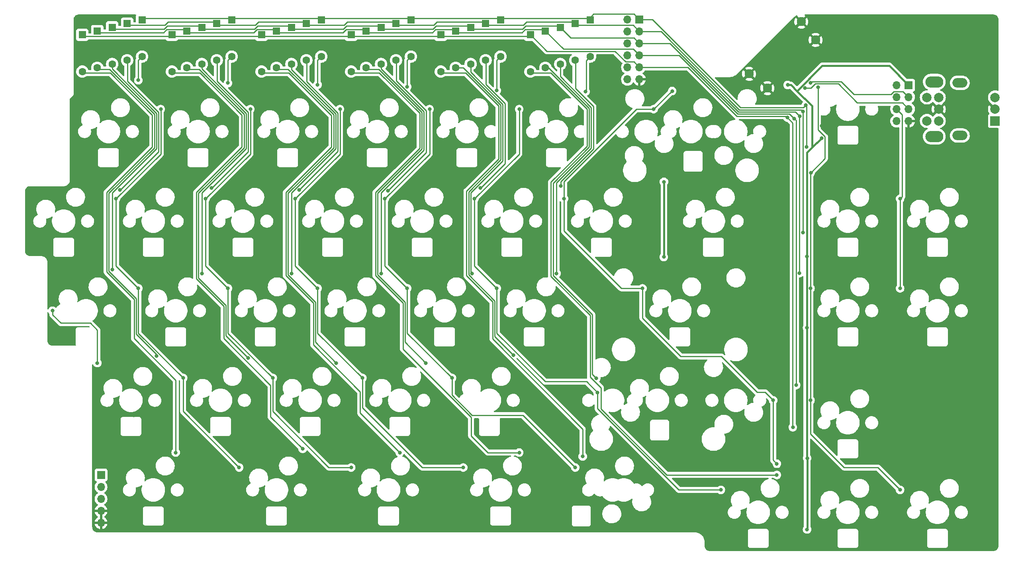
<source format=gbr>
%TF.GenerationSoftware,KiCad,Pcbnew,(6.0.5)*%
%TF.CreationDate,2022-07-29T22:10:32-06:00*%
%TF.ProjectId,kb_right,6b625f72-6967-4687-942e-6b696361645f,rev?*%
%TF.SameCoordinates,Original*%
%TF.FileFunction,Copper,L1,Top*%
%TF.FilePolarity,Positive*%
%FSLAX46Y46*%
G04 Gerber Fmt 4.6, Leading zero omitted, Abs format (unit mm)*
G04 Created by KiCad (PCBNEW (6.0.5)) date 2022-07-29 22:10:32*
%MOMM*%
%LPD*%
G01*
G04 APERTURE LIST*
%TA.AperFunction,ComponentPad*%
%ADD10C,2.000000*%
%TD*%
%TA.AperFunction,ComponentPad*%
%ADD11R,2.000000X2.000000*%
%TD*%
%TA.AperFunction,ComponentPad*%
%ADD12O,3.200000X2.000000*%
%TD*%
%TA.AperFunction,ComponentPad*%
%ADD13C,1.600000*%
%TD*%
%TA.AperFunction,ComponentPad*%
%ADD14R,1.600000X1.600000*%
%TD*%
%TA.AperFunction,ComponentPad*%
%ADD15O,3.825000X2.400000*%
%TD*%
%TA.AperFunction,ComponentPad*%
%ADD16O,1.700000X1.700000*%
%TD*%
%TA.AperFunction,ComponentPad*%
%ADD17R,1.700000X1.700000*%
%TD*%
%TA.AperFunction,ComponentPad*%
%ADD18C,1.950000*%
%TD*%
%TA.AperFunction,ViaPad*%
%ADD19C,0.800000*%
%TD*%
%TA.AperFunction,Conductor*%
%ADD20C,0.254000*%
%TD*%
%TA.AperFunction,Conductor*%
%ADD21C,0.381000*%
%TD*%
G04 APERTURE END LIST*
D10*
%TO.P,SW1,S2,S2*%
%TO.N,Net-(D44-Pad2)*%
X229537500Y-54887500D03*
%TO.P,SW1,S1,S1*%
%TO.N,/COL8*%
X229537500Y-49887500D03*
%TO.P,SW1,C,C*%
%TO.N,GND*%
X244037500Y-52387500D03*
%TO.P,SW1,B,B*%
%TO.N,/ENC_R2*%
X244037500Y-49887500D03*
D11*
%TO.P,SW1,A,A*%
%TO.N,/ENC_R1*%
X244037500Y-54887500D03*
D12*
%TO.P,SW1,*%
%TO.N,*%
X236537500Y-57987500D03*
X236537500Y-46787500D03*
%TD*%
D13*
%TO.P,D15,2,A*%
%TO.N,Net-(D15-Pad2)*%
X154781250Y-42000000D03*
D14*
%TO.P,D15,1,K*%
%TO.N,/ROW6*%
X154781250Y-34200000D03*
%TD*%
D13*
%TO.P,D11,2,A*%
%TO.N,Net-(D11-Pad2)*%
X78581250Y-42000000D03*
D14*
%TO.P,D11,1,K*%
%TO.N,/ROW6*%
X78581250Y-34200000D03*
%TD*%
D13*
%TO.P,D13,2,A*%
%TO.N,Net-(D13-Pad2)*%
X116681250Y-42000000D03*
D14*
%TO.P,D13,1,K*%
%TO.N,/ROW6*%
X116681250Y-34200000D03*
%TD*%
D13*
%TO.P,D12,2,A*%
%TO.N,Net-(D12-Pad2)*%
X97631250Y-42000000D03*
D14*
%TO.P,D12,1,K*%
%TO.N,/ROW6*%
X97631250Y-34200000D03*
%TD*%
D13*
%TO.P,D37,2,A*%
%TO.N,Net-(D37-Pad2)*%
X69056250Y-44381250D03*
D14*
%TO.P,D37,1,K*%
%TO.N,/ROW9*%
X69056250Y-36581250D03*
%TD*%
D13*
%TO.P,D41,2,A*%
%TO.N,Net-(D41-Pad2)*%
X145256250Y-44381250D03*
D14*
%TO.P,D41,1,K*%
%TO.N,/ROW9*%
X145256250Y-36581250D03*
%TD*%
D10*
%TO.P,SW2,C,C*%
%TO.N,GND*%
X232040000Y-52387500D03*
%TO.P,SW2,B,B*%
%TO.N,/ENC_R2*%
X232040000Y-49887500D03*
%TO.P,SW2,A,A*%
%TO.N,/ENC_R1*%
X232040000Y-54887500D03*
D15*
%TO.P,SW2,*%
%TO.N,*%
X231102500Y-58187500D03*
X231102500Y-46587500D03*
%TD*%
D13*
%TO.P,D39,2,A*%
%TO.N,Net-(D39-Pad2)*%
X107156250Y-44381250D03*
D14*
%TO.P,D39,1,K*%
%TO.N,/ROW9*%
X107156250Y-36581250D03*
%TD*%
D13*
%TO.P,D5,2,A*%
%TO.N,Net-(D5-Pad2)*%
X138906250Y-41206250D03*
D14*
%TO.P,D5,1,K*%
%TO.N,/ROW5*%
X138906250Y-33406250D03*
%TD*%
D13*
%TO.P,D29,2,A*%
%TO.N,Net-(D29-Pad2)*%
X72231250Y-43587500D03*
D14*
%TO.P,D29,1,K*%
%TO.N,/ROW8*%
X72231250Y-35787500D03*
%TD*%
D13*
%TO.P,D6,2,A*%
%TO.N,Net-(D6-Pad2)*%
X157956250Y-41206250D03*
D14*
%TO.P,D6,1,K*%
%TO.N,/ROW5*%
X157956250Y-33406250D03*
%TD*%
D13*
%TO.P,D33,2,A*%
%TO.N,Net-(D33-Pad2)*%
X148431250Y-43587500D03*
D14*
%TO.P,D33,1,K*%
%TO.N,/ROW8*%
X148431250Y-35787500D03*
%TD*%
D13*
%TO.P,D22,2,A*%
%TO.N,Net-(D22-Pad2)*%
X113506250Y-42793750D03*
D14*
%TO.P,D22,1,K*%
%TO.N,/ROW7*%
X113506250Y-34993750D03*
%TD*%
D13*
%TO.P,D14,2,A*%
%TO.N,Net-(D14-Pad2)*%
X135731250Y-42000000D03*
D14*
%TO.P,D14,1,K*%
%TO.N,/ROW6*%
X135731250Y-34200000D03*
%TD*%
D13*
%TO.P,D40,2,A*%
%TO.N,Net-(D40-Pad2)*%
X126206250Y-44381250D03*
D14*
%TO.P,D40,1,K*%
%TO.N,/ROW9*%
X126206250Y-36581250D03*
%TD*%
D13*
%TO.P,D32,2,A*%
%TO.N,Net-(D32-Pad2)*%
X129381250Y-43587500D03*
D14*
%TO.P,D32,1,K*%
%TO.N,/ROW8*%
X129381250Y-35787500D03*
%TD*%
D13*
%TO.P,D20,2,A*%
%TO.N,Net-(D20-Pad2)*%
X75406250Y-42793750D03*
D14*
%TO.P,D20,1,K*%
%TO.N,/ROW7*%
X75406250Y-34993750D03*
%TD*%
D13*
%TO.P,D30,2,A*%
%TO.N,Net-(D30-Pad2)*%
X91281250Y-43587500D03*
D14*
%TO.P,D30,1,K*%
%TO.N,/ROW8*%
X91281250Y-35787500D03*
%TD*%
D13*
%TO.P,D10,2,A*%
%TO.N,Net-(D10-Pad2)*%
X59531250Y-42000000D03*
D14*
%TO.P,D10,1,K*%
%TO.N,/ROW6*%
X59531250Y-34200000D03*
%TD*%
D13*
%TO.P,D36,2,A*%
%TO.N,Net-(D36-Pad2)*%
X50006250Y-44381250D03*
D14*
%TO.P,D36,1,K*%
%TO.N,/ROW9*%
X50006250Y-36581250D03*
%TD*%
D13*
%TO.P,D19,2,A*%
%TO.N,Net-(D19-Pad2)*%
X56356250Y-42793750D03*
D14*
%TO.P,D19,1,K*%
%TO.N,/ROW7*%
X56356250Y-34993750D03*
%TD*%
D13*
%TO.P,D24,2,A*%
%TO.N,Net-(D24-Pad2)*%
X151606250Y-42793750D03*
D14*
%TO.P,D24,1,K*%
%TO.N,/ROW7*%
X151606250Y-34993750D03*
%TD*%
D13*
%TO.P,D23,2,A*%
%TO.N,Net-(D23-Pad2)*%
X132556250Y-42793750D03*
D14*
%TO.P,D23,1,K*%
%TO.N,/ROW7*%
X132556250Y-34993750D03*
%TD*%
D13*
%TO.P,D2,2,A*%
%TO.N,Net-(D2-Pad2)*%
X81756250Y-41206250D03*
D14*
%TO.P,D2,1,K*%
%TO.N,/ROW5*%
X81756250Y-33406250D03*
%TD*%
D13*
%TO.P,D31,2,A*%
%TO.N,Net-(D31-Pad2)*%
X110331250Y-43587500D03*
D14*
%TO.P,D31,1,K*%
%TO.N,/ROW8*%
X110331250Y-35787500D03*
%TD*%
D13*
%TO.P,D28,2,A*%
%TO.N,Net-(D28-Pad2)*%
X53181250Y-43587500D03*
D14*
%TO.P,D28,1,K*%
%TO.N,/ROW8*%
X53181250Y-35787500D03*
%TD*%
D13*
%TO.P,D3,2,A*%
%TO.N,Net-(D3-Pad2)*%
X100806250Y-41206250D03*
D14*
%TO.P,D3,1,K*%
%TO.N,/ROW5*%
X100806250Y-33406250D03*
%TD*%
D13*
%TO.P,D4,2,A*%
%TO.N,Net-(D4-Pad2)*%
X119856250Y-41206250D03*
D14*
%TO.P,D4,1,K*%
%TO.N,/ROW5*%
X119856250Y-33406250D03*
%TD*%
D13*
%TO.P,D21,2,A*%
%TO.N,Net-(D21-Pad2)*%
X94456250Y-42793750D03*
D14*
%TO.P,D21,1,K*%
%TO.N,/ROW7*%
X94456250Y-34993750D03*
%TD*%
D13*
%TO.P,D1,2,A*%
%TO.N,Net-(D1-Pad2)*%
X62706250Y-41206250D03*
D14*
%TO.P,D1,1,K*%
%TO.N,/ROW5*%
X62706250Y-33406250D03*
%TD*%
D13*
%TO.P,D38,2,A*%
%TO.N,Net-(D38-Pad2)*%
X88106250Y-44381250D03*
D14*
%TO.P,D38,1,K*%
%TO.N,/ROW9*%
X88106250Y-36581250D03*
%TD*%
D16*
%TO.P,J3,12,Pin_12*%
%TO.N,/COL5*%
X165893750Y-46037500D03*
%TO.P,J3,11,Pin_11*%
%TO.N,GND*%
X168433750Y-46037500D03*
%TO.P,J3,10,Pin_10*%
%TO.N,/COL4*%
X165893750Y-43497500D03*
%TO.P,J3,9,Pin_9*%
%TO.N,/ROW9*%
X168433750Y-43497500D03*
%TO.P,J3,8,Pin_8*%
%TO.N,/COL3*%
X165893750Y-40957500D03*
%TO.P,J3,7,Pin_7*%
%TO.N,/ROW8*%
X168433750Y-40957500D03*
%TO.P,J3,6,Pin_6*%
%TO.N,/COL2*%
X165893750Y-38417500D03*
%TO.P,J3,5,Pin_5*%
%TO.N,/ROW7*%
X168433750Y-38417500D03*
%TO.P,J3,4,Pin_4*%
%TO.N,/COL1*%
X165893750Y-35877500D03*
%TO.P,J3,3,Pin_3*%
%TO.N,/ROW6*%
X168433750Y-35877500D03*
%TO.P,J3,2,Pin_2*%
%TO.N,/COL0*%
X165893750Y-33337500D03*
D17*
%TO.P,J3,1,Pin_1*%
%TO.N,/ROW5*%
X168433750Y-33337500D03*
%TD*%
D16*
%TO.P,J2,8,Pin_8*%
%TO.N,/RGB_IN*%
X223113600Y-54927500D03*
%TO.P,J2,7,Pin_7*%
%TO.N,GND*%
X225653600Y-54927500D03*
%TO.P,J2,6,Pin_6*%
%TO.N,/COL8*%
X223113600Y-52387500D03*
%TO.P,J2,5,Pin_5*%
%TO.N,/ENC_R1*%
X225653600Y-52387500D03*
%TO.P,J2,4,Pin_4*%
%TO.N,/COL7*%
X223113600Y-49847500D03*
%TO.P,J2,3,Pin_3*%
%TO.N,/ENC_R2*%
X225653600Y-49847500D03*
%TO.P,J2,2,Pin_2*%
%TO.N,/COL6*%
X223113600Y-47307500D03*
D17*
%TO.P,J2,1,Pin_1*%
%TO.N,+5V*%
X225653600Y-47307500D03*
%TD*%
D18*
%TO.P,J1,S4,SHIELD*%
%TO.N,GND*%
X202839240Y-33781414D03*
%TO.P,J1,S3,SHIELD*%
X191737664Y-44882990D03*
%TO.P,J1,S2,SHIELD*%
X195626751Y-47923549D03*
%TO.P,J1,S1,SHIELD*%
X205879799Y-37670501D03*
%TD*%
D16*
%TO.P,J4,5,Pin_5*%
%TO.N,GND*%
X53975000Y-140335000D03*
%TO.P,J4,4,Pin_4*%
X53975000Y-137795000D03*
%TO.P,J4,3,Pin_3*%
%TO.N,/RGB_R_END*%
X53975000Y-135255000D03*
%TO.P,J4,2,Pin_2*%
%TO.N,+5V*%
X53975000Y-132715000D03*
D17*
%TO.P,J4,1,Pin_1*%
X53975000Y-130175000D03*
%TD*%
D19*
%TO.N,GND*%
X218440000Y-41275000D03*
X213360000Y-41275000D03*
X208280000Y-41275000D03*
%TO.N,+5V*%
X207137000Y-58547000D03*
X173638879Y-67838921D03*
X204089000Y-126619000D03*
X204061000Y-98897480D03*
X173609000Y-83820000D03*
X204061000Y-83693000D03*
X199933500Y-47244000D03*
X204061020Y-141759980D03*
%TO.N,GND*%
X84931250Y-41275000D03*
X76200000Y-97155000D03*
X177800000Y-119856250D03*
X233680000Y-107315000D03*
X208280000Y-112395000D03*
X68262500Y-120650000D03*
X243840000Y-102235000D03*
X121920000Y-71755000D03*
X180181250Y-80168750D03*
X101600000Y-56515000D03*
X86360000Y-112395000D03*
X123031250Y-41275000D03*
X137160000Y-107315000D03*
X71120000Y-107315000D03*
X198120000Y-102235000D03*
X223520000Y-107315000D03*
X238760000Y-142875000D03*
X91440000Y-66675000D03*
X243840000Y-41275000D03*
X76200000Y-117475000D03*
X177800000Y-92075000D03*
X59531250Y-100012500D03*
X111760000Y-107315000D03*
X107156250Y-138112500D03*
X53975000Y-82550000D03*
X243840000Y-66675000D03*
X81280000Y-132715000D03*
X198120000Y-117475000D03*
X162560000Y-51435000D03*
X132080000Y-107315000D03*
X187960000Y-66675000D03*
X87312500Y-120650000D03*
X137160000Y-86995000D03*
X228600000Y-86995000D03*
X101600000Y-86995000D03*
X243840000Y-112395000D03*
X243840000Y-117475000D03*
X76200000Y-127635000D03*
X76200000Y-107315000D03*
X168275000Y-82550000D03*
X228600000Y-127635000D03*
X243840000Y-107315000D03*
X135128000Y-100012500D03*
X144462500Y-120650000D03*
X162560000Y-92075000D03*
X215900000Y-84931250D03*
X238760000Y-122555000D03*
X243840000Y-132715000D03*
X228600000Y-132715000D03*
X71120000Y-66675000D03*
X213360000Y-66675000D03*
X101600000Y-132715000D03*
X81280000Y-117475000D03*
X182880000Y-86995000D03*
X96520000Y-107315000D03*
X243840000Y-137795000D03*
X60960000Y-127635000D03*
X223520000Y-117475000D03*
X243840000Y-97155000D03*
X228600000Y-66675000D03*
X193040000Y-102235000D03*
X243840000Y-92075000D03*
X86360000Y-66675000D03*
X237363000Y-83947000D03*
X157480000Y-92075000D03*
X60960000Y-86995000D03*
X228600000Y-76835000D03*
X182880000Y-66675000D03*
X228600000Y-112395000D03*
X111760000Y-97155000D03*
X91440000Y-127635000D03*
X127000000Y-66675000D03*
X243840000Y-76835000D03*
X198151675Y-44758094D03*
X170656250Y-123825000D03*
X66040000Y-86995000D03*
X192087500Y-82550000D03*
X152400000Y-132715000D03*
X50800000Y-86995000D03*
X147320000Y-51435000D03*
X205581250Y-123825000D03*
X177800000Y-137795000D03*
X193040000Y-92075000D03*
X91440000Y-86995000D03*
X218440000Y-66675000D03*
X91440000Y-97155000D03*
X106680000Y-117475000D03*
X162560000Y-97155000D03*
X198120000Y-112395000D03*
X142240000Y-112395000D03*
X218440000Y-97155000D03*
X209423000Y-53975000D03*
X207137000Y-55908000D03*
X101600000Y-112395000D03*
X71120000Y-51435000D03*
X66040000Y-97155000D03*
X127000000Y-86995000D03*
X137160000Y-127635000D03*
X152400000Y-86995000D03*
X106362500Y-120650000D03*
X193040000Y-122555000D03*
X66040000Y-112395000D03*
X182880000Y-71755000D03*
X157480000Y-86995000D03*
X182880000Y-137795000D03*
X243840000Y-86995000D03*
X147320000Y-107315000D03*
X121920000Y-117475000D03*
X208280000Y-107315000D03*
X60325000Y-61912500D03*
X106680000Y-112395000D03*
X50800000Y-92075000D03*
X86360000Y-117475000D03*
X49212500Y-63500000D03*
X142240000Y-66675000D03*
X238760000Y-41275000D03*
X152400000Y-102235000D03*
X86360000Y-86995000D03*
X60960000Y-122555000D03*
X238760000Y-76835000D03*
X228600000Y-97155000D03*
X162560000Y-127635000D03*
X157480000Y-66675000D03*
X243840000Y-127635000D03*
X132080000Y-66675000D03*
X187960000Y-92075000D03*
X152400000Y-137795000D03*
X223520000Y-97155000D03*
X96520000Y-97155000D03*
X208280000Y-132715000D03*
X233680000Y-41275000D03*
X101600000Y-71755000D03*
X45720000Y-86995000D03*
X83343750Y-138112500D03*
X116840000Y-97155000D03*
X98425000Y-61912500D03*
X238760000Y-66675000D03*
X243840000Y-142875000D03*
X187960000Y-122555000D03*
X55880000Y-97155000D03*
X127000000Y-51435000D03*
X238760000Y-86995000D03*
X223520000Y-112395000D03*
X130968750Y-138112500D03*
X193040000Y-107315000D03*
X73025000Y-82550000D03*
X157480000Y-127635000D03*
X106680000Y-92075000D03*
X193040000Y-132715000D03*
X168656000Y-100012500D03*
X117475000Y-61912500D03*
X91440000Y-51435000D03*
X193040000Y-71755000D03*
X60960000Y-107315000D03*
X55880000Y-66675000D03*
X213360000Y-112395000D03*
X121920000Y-112395000D03*
X223520000Y-137795000D03*
X243840000Y-122555000D03*
X208280000Y-66675000D03*
X223043750Y-100012500D03*
X55880000Y-122555000D03*
X111760000Y-51435000D03*
X181768750Y-59531250D03*
X86360000Y-127635000D03*
X132080000Y-97155000D03*
X220662500Y-125412500D03*
X194945000Y-100012500D03*
X218440000Y-107315000D03*
X213360000Y-107315000D03*
X182880000Y-97155000D03*
X57658000Y-117602000D03*
X238760000Y-107315000D03*
X167640000Y-86995000D03*
X101600000Y-122555000D03*
X106680000Y-86995000D03*
X152400000Y-112395000D03*
X92075000Y-82550000D03*
X238760000Y-127635000D03*
X111125000Y-82550000D03*
X66040000Y-117475000D03*
X81280000Y-76835000D03*
X157480000Y-76835000D03*
X182880000Y-102235000D03*
X167640000Y-92075000D03*
X243840000Y-61595000D03*
X238760000Y-112395000D03*
X44196000Y-101854000D03*
X60960000Y-117475000D03*
X121920000Y-97155000D03*
X103981250Y-41275000D03*
X147320000Y-137795000D03*
X81280000Y-56515000D03*
X116681250Y-100012500D03*
X185737500Y-142875000D03*
X167640000Y-107315000D03*
X56896000Y-137160000D03*
X223837500Y-142875000D03*
X158623000Y-135255000D03*
X66040000Y-66675000D03*
X111760000Y-127635000D03*
X243840000Y-81915000D03*
X233680000Y-86995000D03*
X181864000Y-55245000D03*
X79375000Y-61912500D03*
X198120000Y-122555000D03*
X193040000Y-97155000D03*
X81280000Y-86995000D03*
X177800000Y-86995000D03*
X121920000Y-86995000D03*
X152400000Y-107315000D03*
X228600000Y-107315000D03*
X86360000Y-97155000D03*
X127000000Y-92075000D03*
X187960000Y-97155000D03*
X78581250Y-100012500D03*
X97631250Y-100012500D03*
X228600000Y-61595000D03*
X172720000Y-86995000D03*
X152400000Y-82550000D03*
X121920000Y-66675000D03*
X111760000Y-66675000D03*
X125412500Y-120650000D03*
X101600000Y-66675000D03*
X243840000Y-46355000D03*
X147320000Y-117475000D03*
X136525000Y-61912500D03*
X243840000Y-71755000D03*
X101600000Y-97155000D03*
X142240000Y-86995000D03*
X71120000Y-86995000D03*
X121920000Y-132715000D03*
X101600000Y-117475000D03*
X91440000Y-76835000D03*
X127000000Y-117475000D03*
X147320000Y-86995000D03*
X91440000Y-107315000D03*
X147320000Y-66675000D03*
X127000000Y-132715000D03*
X220662500Y-82550000D03*
X65881250Y-41275000D03*
X238760000Y-102235000D03*
X208280000Y-97155000D03*
X152400000Y-122555000D03*
X213360000Y-61595000D03*
X177800000Y-122555000D03*
X116840000Y-107315000D03*
X172466000Y-65532000D03*
X204787500Y-142875000D03*
X76200000Y-132715000D03*
X142081250Y-41275000D03*
X95250000Y-117475000D03*
X198120000Y-107315000D03*
X167640000Y-97155000D03*
X130175000Y-82550000D03*
X233680000Y-66675000D03*
X213360000Y-92075000D03*
X106680000Y-66675000D03*
X187960000Y-132715000D03*
%TO.N,/ROW5*%
X203962000Y-60387500D03*
X203795681Y-51537819D03*
%TO.N,Net-(D1-Pad2)*%
X61912500Y-46234261D03*
%TO.N,Net-(D2-Pad2)*%
X80962500Y-46831250D03*
%TO.N,Net-(D3-Pad2)*%
X100012500Y-47176899D03*
%TO.N,Net-(D4-Pad2)*%
X119062500Y-47630419D03*
%TO.N,Net-(D5-Pad2)*%
X138112500Y-48418750D03*
%TO.N,Net-(D6-Pad2)*%
X156972000Y-48641000D03*
%TO.N,/ROW6*%
X203230750Y-78643750D03*
X203200000Y-52895500D03*
%TO.N,Net-(D10-Pad2)*%
X58001536Y-69558536D03*
%TO.N,Net-(D11-Pad2)*%
X77496036Y-69114036D03*
%TO.N,Net-(D12-Pad2)*%
X96101536Y-69558536D03*
%TO.N,Net-(D13-Pad2)*%
X114976911Y-69733161D03*
%TO.N,Net-(D14-Pad2)*%
X134646036Y-69114036D03*
%TO.N,Net-(D15-Pad2)*%
X151673500Y-68707000D03*
%TO.N,/ROW7*%
X202439000Y-87250000D03*
X202504250Y-53911500D03*
%TO.N,Net-(D19-Pad2)*%
X56356250Y-86518750D03*
%TO.N,Net-(D20-Pad2)*%
X75406250Y-87312500D03*
%TO.N,Net-(D21-Pad2)*%
X94456250Y-87312500D03*
%TO.N,Net-(D22-Pad2)*%
X113506250Y-87312500D03*
%TO.N,Net-(D23-Pad2)*%
X132842000Y-87312500D03*
%TO.N,Net-(D24-Pad2)*%
X150812500Y-87312500D03*
%TO.N,/ROW8*%
X201740500Y-111062500D03*
X201346464Y-54419500D03*
%TO.N,Net-(D28-Pad2)*%
X65764411Y-104891839D03*
%TO.N,Net-(D29-Pad2)*%
X85211286Y-105288714D03*
%TO.N,Net-(D30-Pad2)*%
X103981250Y-106362500D03*
%TO.N,Net-(D31-Pad2)*%
X123031250Y-106362500D03*
%TO.N,Net-(D33-Pad2)*%
X159242818Y-109604739D03*
%TO.N,/ROW9*%
X199862500Y-54165500D03*
X201041000Y-120015000D03*
%TO.N,Net-(D36-Pad2)*%
X69850000Y-125412500D03*
%TO.N,Net-(D37-Pad2)*%
X96837500Y-124618750D03*
%TO.N,Net-(D38-Pad2)*%
X117475000Y-125412500D03*
%TO.N,Net-(D39-Pad2)*%
X142875000Y-125412500D03*
%TO.N,Net-(D40-Pad2)*%
X156368750Y-126232440D03*
%TO.N,Net-(D41-Pad2)*%
X197643750Y-130175000D03*
%TO.N,/ENC_R1*%
X203631615Y-47929615D03*
%TO.N,/ENC_R2*%
X204781786Y-46793786D03*
%TO.N,/COL0*%
X53181250Y-106362500D03*
X43656250Y-95250000D03*
%TO.N,/COL1*%
X57150000Y-71437500D03*
X83343750Y-128587500D03*
X66675000Y-52387500D03*
X61912500Y-90487500D03*
X71437500Y-109537500D03*
%TO.N,/COL2*%
X76200000Y-71437500D03*
X90487500Y-109537500D03*
X107156250Y-128587500D03*
X80962500Y-90487500D03*
X85725000Y-52387500D03*
%TO.N,/COL3*%
X104775000Y-52387500D03*
X109537500Y-109537500D03*
X100012500Y-90487500D03*
X95250000Y-71437500D03*
X130968750Y-128587500D03*
%TO.N,/COL4*%
X119062500Y-90487500D03*
X123825000Y-52387500D03*
X154781250Y-128587500D03*
X128587500Y-109537500D03*
X114300000Y-71437500D03*
%TO.N,/COL5*%
X159512000Y-112649000D03*
X138112500Y-90487500D03*
X133350000Y-71437500D03*
X185737500Y-133350000D03*
X142875000Y-52387500D03*
%TO.N,/COL6*%
X171450000Y-52387500D03*
X152400000Y-71437500D03*
X196850000Y-114300000D03*
X175387000Y-48537459D03*
X169068750Y-90487500D03*
X197643750Y-127793750D03*
%TO.N,/COL7*%
X206375000Y-47725520D03*
X204851000Y-65913000D03*
X223837500Y-133350000D03*
X204787500Y-90487500D03*
X204787500Y-114300000D03*
%TO.N,/COL8*%
X223837500Y-71437500D03*
X223837500Y-90487500D03*
%TO.N,Net-(D32-Pad2)*%
X141674214Y-104705786D03*
%TD*%
D20*
%TO.N,/COL7*%
X207863511Y-58246068D02*
X207863511Y-62900489D01*
X206366500Y-56749057D02*
X207863511Y-58246068D01*
X206366500Y-47734020D02*
X206366500Y-56749057D01*
X207863511Y-62900489D02*
X204851000Y-65913000D01*
X206375000Y-47725520D02*
X206366500Y-47734020D01*
%TO.N,/ENC_R1*%
X224320100Y-51054000D02*
X225653600Y-52387500D01*
X210688803Y-46999020D02*
X214743783Y-51054000D01*
X204895643Y-47929615D02*
X205826238Y-46999020D01*
X205826238Y-46999020D02*
X210688803Y-46999020D01*
X214743783Y-51054000D02*
X224320100Y-51054000D01*
X203631615Y-47929615D02*
X204895643Y-47929615D01*
%TO.N,/ENC_R2*%
X222504000Y-48641000D02*
X224447100Y-48641000D01*
X224447100Y-48641000D02*
X225653600Y-49847500D01*
X214023328Y-49276000D02*
X221869000Y-49276000D01*
X211292828Y-46545500D02*
X214023328Y-49276000D01*
X221869000Y-49276000D02*
X222504000Y-48641000D01*
X205030072Y-46545500D02*
X211292828Y-46545500D01*
X204781786Y-46793786D02*
X205030072Y-46545500D01*
%TO.N,/ROW8*%
X152267750Y-39624000D02*
X148431250Y-35787500D01*
X167132000Y-39624000D02*
X152267750Y-39624000D01*
X168465500Y-40957500D02*
X167132000Y-39624000D01*
X176841126Y-40957500D02*
X168465500Y-40957500D01*
X201346464Y-54419500D02*
X200353045Y-53426081D01*
X201712489Y-54785525D02*
X201712489Y-111034489D01*
X201712489Y-111034489D02*
X201740500Y-111062500D01*
X189309707Y-53426081D02*
X176841126Y-40957500D01*
X201346464Y-54419500D02*
X201712489Y-54785525D01*
X200353045Y-53426081D02*
X189309707Y-53426081D01*
%TO.N,/ROW7*%
X201565311Y-52972561D02*
X189497561Y-52972561D01*
X202504250Y-53911500D02*
X201565311Y-52972561D01*
X202439000Y-53976750D02*
X202439000Y-87250000D01*
X189497561Y-52972561D02*
X174942500Y-38417500D01*
X202504250Y-53911500D02*
X202439000Y-53976750D01*
X174942500Y-38417500D02*
X168433750Y-38417500D01*
%TO.N,/ROW6*%
X189685415Y-52519041D02*
X173043874Y-35877500D01*
X203230750Y-52926250D02*
X203230750Y-78643750D01*
X203200000Y-52895500D02*
X202823541Y-52519041D01*
X173043874Y-35877500D02*
X168433750Y-35877500D01*
X202823541Y-52519041D02*
X189685415Y-52519041D01*
X203200000Y-52895500D02*
X203230750Y-52926250D01*
%TO.N,/ROW5*%
X171145248Y-33337500D02*
X168433750Y-33337500D01*
X203962000Y-51704138D02*
X203962000Y-60387500D01*
X203795681Y-51537819D02*
X203962000Y-51704138D01*
X189873269Y-52065521D02*
X171145248Y-33337500D01*
X203267979Y-52065521D02*
X189873269Y-52065521D01*
X203795681Y-51537819D02*
X203267979Y-52065521D01*
%TO.N,/ROW9*%
X178739752Y-43497500D02*
X168433750Y-43497500D01*
X189121853Y-53879601D02*
X178739752Y-43497500D01*
X201013989Y-119987989D02*
X201041000Y-120015000D01*
X199576601Y-53879601D02*
X189121853Y-53879601D01*
X201013989Y-55316989D02*
X201013989Y-119987989D01*
X199862500Y-54165500D02*
X199576601Y-53879601D01*
X199862500Y-54165500D02*
X201013989Y-55316989D01*
D21*
%TO.N,+5V*%
X204089000Y-141732000D02*
X204061020Y-141759980D01*
X204061000Y-98897480D02*
X203997489Y-98960991D01*
X207137000Y-58547000D02*
X205168500Y-60515500D01*
X205105000Y-60452000D02*
X205168500Y-60515500D01*
X203997489Y-83756511D02*
X203997489Y-98833969D01*
X173638879Y-67838921D02*
X173638879Y-83790121D01*
X203997489Y-126527489D02*
X204089000Y-126619000D01*
X225653600Y-47307500D02*
X221526100Y-43180000D01*
X200619092Y-47244000D02*
X201909546Y-48534454D01*
X205168500Y-60515500D02*
X204061000Y-61623000D01*
X221526100Y-43180000D02*
X207264000Y-43180000D01*
X204061000Y-83693000D02*
X203997489Y-83756511D01*
X173638879Y-83790121D02*
X173609000Y-83820000D01*
X199933500Y-47244000D02*
X200619092Y-47244000D01*
X205105000Y-51729908D02*
X205105000Y-60452000D01*
X203997489Y-98833969D02*
X204061000Y-98897480D01*
X201909546Y-48534454D02*
X205105000Y-51729908D01*
X207264000Y-43180000D02*
X201909546Y-48534454D01*
X203997489Y-98960991D02*
X203997489Y-126527489D01*
X204061000Y-61623000D02*
X204061000Y-83693000D01*
X204089000Y-126619000D02*
X204089000Y-141732000D01*
D20*
%TO.N,/ROW5*%
X138906250Y-33406250D02*
X138573489Y-33073489D01*
X157956250Y-33406250D02*
X157623489Y-33073489D01*
X81756250Y-33406250D02*
X81423489Y-33073489D01*
X119856250Y-33406250D02*
X119523489Y-33073489D01*
X119523489Y-33073489D02*
X101139011Y-33073489D01*
X167257239Y-32160989D02*
X168433750Y-33337500D01*
X158676511Y-32160989D02*
X167257239Y-32160989D01*
X157623489Y-33073489D02*
X139239011Y-33073489D01*
X63039011Y-33073489D02*
X62706250Y-33406250D01*
X100473489Y-33073489D02*
X82089011Y-33073489D01*
X158676511Y-32160989D02*
X157431250Y-33406250D01*
X138573489Y-33073489D02*
X120189011Y-33073489D01*
X101139011Y-33073489D02*
X100806250Y-33406250D01*
X100806250Y-33406250D02*
X100473489Y-33073489D01*
X81423489Y-33073489D02*
X63039011Y-33073489D01*
X82089011Y-33073489D02*
X81756250Y-33406250D01*
X120189011Y-33073489D02*
X119856250Y-33406250D01*
X139239011Y-33073489D02*
X138906250Y-33406250D01*
%TO.N,Net-(D1-Pad2)*%
X62706250Y-41206250D02*
X61912500Y-42000000D01*
X61912500Y-42000000D02*
X61912500Y-46234261D01*
%TO.N,Net-(D2-Pad2)*%
X80962500Y-42000000D02*
X80962500Y-46831250D01*
X81756250Y-41206250D02*
X80962500Y-42000000D01*
%TO.N,Net-(D3-Pad2)*%
X100012500Y-42000000D02*
X100012500Y-47176899D01*
X100806250Y-41206250D02*
X100012500Y-42000000D01*
%TO.N,Net-(D4-Pad2)*%
X119856250Y-41206250D02*
X119062500Y-42000000D01*
X119062500Y-42000000D02*
X119062500Y-47630419D01*
%TO.N,Net-(D5-Pad2)*%
X138112500Y-42000000D02*
X138906250Y-41206250D01*
X138112500Y-48418750D02*
X138112500Y-42000000D01*
%TO.N,Net-(D6-Pad2)*%
X156972000Y-48641000D02*
X157099000Y-48514000D01*
X157099000Y-42063500D02*
X157956250Y-41206250D01*
X157099000Y-48514000D02*
X157099000Y-42063500D01*
%TO.N,/ROW6*%
X144434491Y-33867239D02*
X154448489Y-33867239D01*
X154448489Y-33867239D02*
X154781250Y-34200000D01*
X67568969Y-34532761D02*
X68234491Y-33867239D01*
X143768969Y-34532761D02*
X144434491Y-33867239D01*
X78914011Y-34532761D02*
X86771241Y-34532761D01*
X117014011Y-34532761D02*
X124718969Y-34532761D01*
X124718969Y-34532761D02*
X125384491Y-33867239D01*
X135398489Y-33867239D02*
X135731250Y-34200000D01*
X155135261Y-34532761D02*
X154802500Y-34200000D01*
X97298489Y-33867239D02*
X97631250Y-34200000D01*
X78581250Y-34200000D02*
X78914011Y-34532761D01*
X97631250Y-34200000D02*
X97975250Y-34544000D01*
X116681250Y-34200000D02*
X117014011Y-34532761D01*
X97975250Y-34544000D02*
X105657730Y-34544000D01*
X87436763Y-33867239D02*
X97298489Y-33867239D01*
X155188750Y-34607500D02*
X154781250Y-34200000D01*
X167089011Y-34532761D02*
X155135261Y-34532761D01*
X135731250Y-34200000D02*
X136064011Y-34532761D01*
X116348489Y-33867239D02*
X116681250Y-34200000D01*
X106334491Y-33867239D02*
X116348489Y-33867239D01*
X136064011Y-34532761D02*
X143768969Y-34532761D01*
X105657730Y-34544000D02*
X106334491Y-33867239D01*
X78248489Y-33867239D02*
X78581250Y-34200000D01*
X168433750Y-35877500D02*
X167089011Y-34532761D01*
X59531250Y-34200000D02*
X59864011Y-34532761D01*
X125384491Y-33867239D02*
X135398489Y-33867239D01*
X68234491Y-33867239D02*
X78248489Y-33867239D01*
X59864011Y-34532761D02*
X67568969Y-34532761D01*
X86771241Y-34532761D02*
X87436763Y-33867239D01*
%TO.N,Net-(D10-Pad2)*%
X66221480Y-61413520D02*
X58076464Y-69558536D01*
X59563000Y-46427520D02*
X66221480Y-53086000D01*
X58076464Y-69558536D02*
X58001536Y-69558536D01*
X66221480Y-53086000D02*
X66221480Y-61413520D01*
X59563000Y-42031750D02*
X59563000Y-46427520D01*
X59531250Y-42000000D02*
X59563000Y-42031750D01*
%TO.N,Net-(D11-Pad2)*%
X78613000Y-42031750D02*
X78613000Y-46427520D01*
X85271480Y-53086000D02*
X85271480Y-61413520D01*
X77570964Y-69114036D02*
X77496036Y-69114036D01*
X85271480Y-61413520D02*
X77570964Y-69114036D01*
X78581250Y-42000000D02*
X78613000Y-42031750D01*
X78613000Y-46427520D02*
X85271480Y-53086000D01*
%TO.N,Net-(D12-Pad2)*%
X97631250Y-42000000D02*
X97663000Y-42031750D01*
X104321480Y-61338592D02*
X96101536Y-69558536D01*
X97663000Y-42031750D02*
X97663000Y-46554520D01*
X97663000Y-46554520D02*
X104321480Y-53213000D01*
X104321480Y-53213000D02*
X104321480Y-61338592D01*
%TO.N,Net-(D13-Pad2)*%
X114976911Y-69733161D02*
X123063000Y-61647072D01*
X123063000Y-61647072D02*
X123063000Y-52705000D01*
X116713000Y-42031750D02*
X116681250Y-42000000D01*
X116713000Y-46355000D02*
X116713000Y-42031750D01*
X123063000Y-52705000D02*
X116713000Y-46355000D01*
%TO.N,Net-(D14-Pad2)*%
X135763000Y-47096693D02*
X139827000Y-51160693D01*
X139827000Y-64008000D02*
X134720964Y-69114036D01*
X135731250Y-42000000D02*
X135763000Y-42031750D01*
X134720964Y-69114036D02*
X134646036Y-69114036D01*
X135763000Y-42031750D02*
X135763000Y-47096693D01*
X139827000Y-51160693D02*
X139827000Y-64008000D01*
%TO.N,Net-(D15-Pad2)*%
X158623000Y-60833000D02*
X158623000Y-51816000D01*
X158623000Y-51816000D02*
X154813000Y-48006000D01*
X151673500Y-68707000D02*
X151673500Y-67782500D01*
X151673500Y-67782500D02*
X158623000Y-60833000D01*
X154813000Y-42031750D02*
X154781250Y-42000000D01*
X154813000Y-48006000D02*
X154813000Y-42031750D01*
%TO.N,/ROW7*%
X68082115Y-34660989D02*
X75073489Y-34660989D01*
X56356250Y-34993750D02*
X56689011Y-35326511D01*
X105516593Y-35326511D02*
X106182115Y-34660989D01*
X125232115Y-34660989D02*
X132223489Y-34660989D01*
X56689011Y-35326511D02*
X67416593Y-35326511D01*
X124566593Y-35326511D02*
X125232115Y-34660989D01*
X94789011Y-35326511D02*
X105516593Y-35326511D01*
X86618865Y-35326511D02*
X87284387Y-34660989D01*
X132556250Y-34993750D02*
X132889011Y-35326511D01*
X113173489Y-34660989D02*
X113506250Y-34993750D01*
X87284387Y-34660989D02*
X94123489Y-34660989D01*
X143616593Y-35326511D02*
X144282115Y-34660989D01*
X75739011Y-35326511D02*
X86618865Y-35326511D01*
X132889011Y-35326511D02*
X143616593Y-35326511D01*
X75073489Y-34660989D02*
X75406250Y-34993750D01*
X168433750Y-38417500D02*
X167257239Y-37240989D01*
X75406250Y-34993750D02*
X75739011Y-35326511D01*
X151273489Y-34660989D02*
X151606250Y-34993750D01*
X167257239Y-37240989D02*
X153853489Y-37240989D01*
X113506250Y-34993750D02*
X113839011Y-35326511D01*
X106182115Y-34660989D02*
X113173489Y-34660989D01*
X67416593Y-35326511D02*
X68082115Y-34660989D01*
X113839011Y-35326511D02*
X124566593Y-35326511D01*
X94456250Y-34993750D02*
X94789011Y-35326511D01*
X153853489Y-37240989D02*
X151606250Y-34993750D01*
X132223489Y-34660989D02*
X132556250Y-34993750D01*
X144282115Y-34660989D02*
X151273489Y-34660989D01*
X94123489Y-34660989D02*
X94456250Y-34993750D01*
%TO.N,Net-(D19-Pad2)*%
X65767960Y-53273854D02*
X65767960Y-60764669D01*
X56356250Y-70176379D02*
X56356250Y-86518750D01*
X65767960Y-60764669D02*
X56356250Y-70176379D01*
X56356250Y-42793750D02*
X56356250Y-43862144D01*
X56356250Y-43862144D02*
X65767960Y-53273854D01*
%TO.N,Net-(D20-Pad2)*%
X84817960Y-60764669D02*
X84817960Y-53273854D01*
X75406250Y-70176379D02*
X84817960Y-60764669D01*
X84817960Y-53273854D02*
X75406250Y-43862144D01*
X75406250Y-87312500D02*
X75406250Y-70176379D01*
X75406250Y-43862144D02*
X75406250Y-42793750D01*
%TO.N,Net-(D21-Pad2)*%
X94456250Y-43989144D02*
X103867960Y-53400854D01*
X103867960Y-53400854D02*
X103867960Y-60764669D01*
X103867960Y-60764669D02*
X94456250Y-70176379D01*
X94456250Y-42793750D02*
X94456250Y-43989144D01*
X94456250Y-70176379D02*
X94456250Y-87312500D01*
%TO.N,Net-(D22-Pad2)*%
X113506250Y-87312500D02*
X113506250Y-70176379D01*
X122609480Y-61073149D02*
X122609480Y-52892854D01*
X113506250Y-70176379D02*
X122609480Y-61073149D01*
X113506250Y-43789624D02*
X113506250Y-42793750D01*
X122609480Y-52892854D02*
X113506250Y-43789624D01*
%TO.N,Net-(D23-Pad2)*%
X139373480Y-63359149D02*
X139373480Y-51348547D01*
X132588000Y-87058500D02*
X132588000Y-70144629D01*
X132842000Y-87312500D02*
X132588000Y-87058500D01*
X139373480Y-51348547D02*
X132556250Y-44531317D01*
X132588000Y-70144629D02*
X139373480Y-63359149D01*
X132556250Y-44531317D02*
X132556250Y-42793750D01*
%TO.N,Net-(D24-Pad2)*%
X150812500Y-68002126D02*
X150812500Y-87312500D01*
X151606250Y-42793750D02*
X151606250Y-45440624D01*
X158169480Y-60645146D02*
X150812500Y-68002126D01*
X158169480Y-52003854D02*
X158169480Y-60645146D01*
X151606250Y-45440624D02*
X158169480Y-52003854D01*
%TO.N,/ROW8*%
X124414217Y-36120261D02*
X125079739Y-35454739D01*
X91614011Y-36120261D02*
X105364217Y-36120261D01*
X105364217Y-36120261D02*
X106051478Y-35433000D01*
X53181250Y-35787500D02*
X53514011Y-36120261D01*
X144129739Y-35454739D02*
X148098489Y-35454739D01*
X143464217Y-36120261D02*
X144129739Y-35454739D01*
X72231250Y-35787500D02*
X72564011Y-36120261D01*
X67929739Y-35454739D02*
X71898489Y-35454739D01*
X72564011Y-36120261D02*
X86466489Y-36120261D01*
X129714011Y-36120261D02*
X143464217Y-36120261D01*
X87153750Y-35433000D02*
X90926750Y-35433000D01*
X129048489Y-35454739D02*
X129381250Y-35787500D01*
X148098489Y-35454739D02*
X148431250Y-35787500D01*
X110331250Y-35787500D02*
X110664011Y-36120261D01*
X53514011Y-36120261D02*
X67264217Y-36120261D01*
X129381250Y-35787500D02*
X129714011Y-36120261D01*
X110664011Y-36120261D02*
X124414217Y-36120261D01*
X125079739Y-35454739D02*
X129048489Y-35454739D01*
X90926750Y-35433000D02*
X91281250Y-35787500D01*
X71898489Y-35454739D02*
X72231250Y-35787500D01*
X106051478Y-35433000D02*
X109976750Y-35433000D01*
X109976750Y-35433000D02*
X110331250Y-35787500D01*
X91281250Y-35787500D02*
X91614011Y-36120261D01*
X67264217Y-36120261D02*
X67929739Y-35454739D01*
X86466489Y-36120261D02*
X87153750Y-35433000D01*
%TO.N,Net-(D28-Pad2)*%
X65764411Y-104891839D02*
X65764411Y-104505785D01*
X65764411Y-104505785D02*
X61458980Y-100200354D01*
X65314440Y-60576815D02*
X65314440Y-53461708D01*
X65314440Y-53461708D02*
X55772993Y-43920261D01*
X53514011Y-43920261D02*
X53181250Y-43587500D01*
X55772993Y-43920261D02*
X53514011Y-43920261D01*
X55629739Y-86819682D02*
X55629739Y-70261516D01*
X61458980Y-100200354D02*
X61458980Y-92648923D01*
X61458980Y-92648923D02*
X55629739Y-86819682D01*
X55629739Y-70261516D02*
X65314440Y-60576815D01*
%TO.N,Net-(D29-Pad2)*%
X84364440Y-53461708D02*
X84364440Y-60576815D01*
X72231250Y-43587500D02*
X72564011Y-43920261D01*
X84364440Y-60576815D02*
X74679739Y-70261516D01*
X80381980Y-93980000D02*
X80391000Y-93980000D01*
X80391000Y-93980000D02*
X80508980Y-94097980D01*
X80508980Y-94097980D02*
X80508980Y-100586408D01*
X74679739Y-88277759D02*
X80381980Y-93980000D01*
X72564011Y-43920261D02*
X74822993Y-43920261D01*
X74822993Y-43920261D02*
X84364440Y-53461708D01*
X80508980Y-100586408D02*
X85211286Y-105288714D01*
X74679739Y-70261516D02*
X74679739Y-88277759D01*
%TO.N,Net-(D30-Pad2)*%
X103414440Y-60576815D02*
X93729739Y-70261516D01*
X103414440Y-53588708D02*
X103414440Y-60576815D01*
X93729739Y-87613432D02*
X99558980Y-93442673D01*
X99558980Y-93442673D02*
X99558980Y-101940230D01*
X93729739Y-70261516D02*
X93729739Y-87613432D01*
X91614011Y-43920261D02*
X93745993Y-43920261D01*
X93745993Y-43920261D02*
X103414440Y-53588708D01*
X91281250Y-43587500D02*
X91614011Y-43920261D01*
X99558980Y-101940230D02*
X103981250Y-106362500D01*
%TO.N,Net-(D31-Pad2)*%
X118608980Y-93442673D02*
X112779739Y-87613432D01*
X112779739Y-70261516D02*
X122155960Y-60885295D01*
X112995513Y-43920261D02*
X110664011Y-43920261D01*
X123031250Y-106362500D02*
X118608980Y-101940230D01*
X110664011Y-43920261D02*
X110331250Y-43587500D01*
X118608980Y-101940230D02*
X118608980Y-93442673D01*
X122155960Y-60885295D02*
X122155960Y-53080708D01*
X112779739Y-87613432D02*
X112779739Y-70261516D01*
X122155960Y-53080708D02*
X112995513Y-43920261D01*
%TO.N,Net-(D33-Pad2)*%
X150085989Y-87728989D02*
X150085989Y-68087263D01*
X158405229Y-96048229D02*
X150085989Y-87728989D01*
X157715960Y-60457292D02*
X157715960Y-52191708D01*
X157715960Y-52191708D02*
X149111752Y-43587500D01*
X159242818Y-109604739D02*
X158405229Y-108767150D01*
X158405229Y-108767150D02*
X158405229Y-96048229D01*
X150085989Y-68087263D02*
X157715960Y-60457292D01*
X149111752Y-43587500D02*
X148431250Y-43587500D01*
%TO.N,/ROW9*%
X165479239Y-42320989D02*
X163235770Y-40077520D01*
X126539011Y-36914011D02*
X144923489Y-36914011D01*
X125873489Y-36914011D02*
X126206250Y-36581250D01*
X68723489Y-36914011D02*
X69056250Y-36581250D01*
X106823489Y-36914011D02*
X107156250Y-36581250D01*
X50006250Y-36581250D02*
X50339011Y-36914011D01*
X87773489Y-36914011D02*
X88106250Y-36581250D01*
X69389011Y-36914011D02*
X87773489Y-36914011D01*
X144923489Y-36914011D02*
X145256250Y-36581250D01*
X50339011Y-36914011D02*
X68723489Y-36914011D01*
X168433750Y-43497500D02*
X167257239Y-42320989D01*
X107489011Y-36914011D02*
X125873489Y-36914011D01*
X107156250Y-36581250D02*
X107489011Y-36914011D01*
X88106250Y-36581250D02*
X88439011Y-36914011D01*
X163235770Y-40077520D02*
X148752520Y-40077520D01*
X69056250Y-36581250D02*
X69389011Y-36914011D01*
X126206250Y-36581250D02*
X126539011Y-36914011D01*
X167257239Y-42320989D02*
X165479239Y-42320989D01*
X148752520Y-40077520D02*
X145256250Y-36581250D01*
X88439011Y-36914011D02*
X106823489Y-36914011D01*
%TO.N,Net-(D36-Pad2)*%
X69850000Y-110004871D02*
X61005460Y-101160331D01*
X64860920Y-60388961D02*
X64860920Y-53649562D01*
X55176219Y-70073662D02*
X64860920Y-60388961D01*
X50339011Y-44714011D02*
X50006250Y-44381250D01*
X69850000Y-125412500D02*
X69850000Y-110004871D01*
X61005460Y-101160331D02*
X61005460Y-92836777D01*
X55176219Y-87007536D02*
X55176219Y-70073662D01*
X55925369Y-44714011D02*
X50339011Y-44714011D01*
X64860920Y-53649562D02*
X55925369Y-44714011D01*
X61005460Y-92836777D02*
X55176219Y-87007536D01*
%TO.N,Net-(D37-Pad2)*%
X80055460Y-94294854D02*
X74226219Y-88465613D01*
X96837500Y-124618750D02*
X90033980Y-117815230D01*
X74226219Y-88465613D02*
X74226219Y-70073662D01*
X74226219Y-70073662D02*
X83910920Y-60388961D01*
X80055460Y-101160331D02*
X80055460Y-94294854D01*
X90033980Y-111138851D02*
X80055460Y-101160331D01*
X83910920Y-53649562D02*
X74965358Y-44704000D01*
X83910920Y-60388961D02*
X83910920Y-53649562D01*
X72697867Y-44714011D02*
X69389011Y-44714011D01*
X69389011Y-44714011D02*
X69056250Y-44381250D01*
X72707878Y-44704000D02*
X72697867Y-44714011D01*
X90033980Y-117815230D02*
X90033980Y-111138851D01*
X74965358Y-44704000D02*
X72707878Y-44704000D01*
%TO.N,Net-(D38-Pad2)*%
X109083980Y-117021480D02*
X109083980Y-112492673D01*
X93276219Y-70073662D02*
X102960920Y-60388961D01*
X93276219Y-87801286D02*
X93276219Y-70073662D01*
X99105460Y-93630527D02*
X93276219Y-87801286D01*
X88439011Y-44714011D02*
X88106250Y-44381250D01*
X93898369Y-44714011D02*
X88439011Y-44714011D01*
X102960920Y-60388961D02*
X102960920Y-53776562D01*
X99105460Y-102514153D02*
X99105460Y-93630527D01*
X102960920Y-53776562D02*
X93898369Y-44714011D01*
X109083980Y-112492673D02*
X99105460Y-102514153D01*
X117475000Y-125412500D02*
X109083980Y-117021480D01*
%TO.N,Net-(D39-Pad2)*%
X132662227Y-117928520D02*
X118155460Y-103421753D01*
X121702440Y-53268562D02*
X113147889Y-44714011D01*
X113147889Y-44714011D02*
X107489011Y-44714011D01*
X112326219Y-70073662D02*
X121702440Y-60697441D01*
X118155460Y-93630527D02*
X112326219Y-87801286D01*
X121702440Y-60697441D02*
X121702440Y-53268562D01*
X142875000Y-125412500D02*
X136207500Y-125412500D01*
X132662227Y-121867227D02*
X132662227Y-117928520D01*
X118155460Y-103421753D02*
X118155460Y-93630527D01*
X136207500Y-125412500D02*
X132662227Y-121867227D01*
X107489011Y-44714011D02*
X107156250Y-44381250D01*
X112326219Y-87801286D02*
X112326219Y-70073662D01*
%TO.N,Net-(D40-Pad2)*%
X138466440Y-51724255D02*
X131456196Y-44714011D01*
X131661969Y-69787912D02*
X138466440Y-62983441D01*
X131456196Y-44714011D02*
X126539011Y-44714011D01*
X131661969Y-87801286D02*
X131661969Y-69787912D01*
X137205460Y-101264460D02*
X137205460Y-93344777D01*
X156368750Y-126232440D02*
X156368750Y-120427750D01*
X138466440Y-62983441D02*
X138466440Y-51724255D01*
X126539011Y-44714011D02*
X126206250Y-44381250D01*
X156368750Y-120427750D02*
X137205460Y-101264460D01*
X137205460Y-93344777D02*
X131661969Y-87801286D01*
%TO.N,Net-(D41-Pad2)*%
X160238511Y-111627875D02*
X157951709Y-109341073D01*
X160238511Y-116144585D02*
X160238511Y-111627875D01*
X197643750Y-130175000D02*
X174268927Y-130175000D01*
X149632469Y-87916843D02*
X149632469Y-67899409D01*
X145589011Y-44714011D02*
X145256250Y-44381250D01*
X174268927Y-130175000D02*
X160238511Y-116144585D01*
X157951709Y-109341073D02*
X157951709Y-96236083D01*
X149632469Y-67899409D02*
X157262440Y-60269438D01*
X157262440Y-60269438D02*
X157262440Y-52379562D01*
X157262440Y-52379562D02*
X149596889Y-44714011D01*
X149596889Y-44714011D02*
X145589011Y-44714011D01*
X157951709Y-96236083D02*
X149632469Y-87916843D01*
%TO.N,/COL0*%
X45419068Y-97881511D02*
X43656250Y-96118693D01*
X53181250Y-99372241D02*
X51690520Y-97881511D01*
X53181250Y-106362500D02*
X53181250Y-99372241D01*
X43656250Y-96118693D02*
X43656250Y-95250000D01*
X51690520Y-97881511D02*
X45419068Y-97881511D01*
%TO.N,/COL1*%
X61912500Y-90487500D02*
X57150000Y-85725000D01*
X71437500Y-109537500D02*
X61912500Y-100012500D01*
X83343750Y-128587500D02*
X71437500Y-116681250D01*
X57150000Y-71437500D02*
X66675000Y-61912500D01*
X66675000Y-61912500D02*
X66675000Y-52387500D01*
X57150000Y-85725000D02*
X57150000Y-71437500D01*
X71437500Y-116681250D02*
X71437500Y-109537500D01*
X61912500Y-100012500D02*
X61912500Y-90487500D01*
%TO.N,/COL2*%
X90487500Y-116681250D02*
X90487500Y-109537500D01*
X76200000Y-71437500D02*
X85725000Y-61912500D01*
X80962500Y-100012500D02*
X80962500Y-90487500D01*
X102393750Y-128587500D02*
X90487500Y-116681250D01*
X76200000Y-85725000D02*
X76200000Y-71437500D01*
X107156250Y-128587500D02*
X102393750Y-128587500D01*
X85725000Y-61912500D02*
X85725000Y-52387500D01*
X80962500Y-90487500D02*
X76200000Y-85725000D01*
X90487500Y-109537500D02*
X80962500Y-100012500D01*
%TO.N,/COL3*%
X95250000Y-71437500D02*
X104775000Y-61912500D01*
X100012500Y-100012500D02*
X100012500Y-90487500D01*
X95250000Y-85725000D02*
X95250000Y-71437500D01*
X100012500Y-90487500D02*
X95250000Y-85725000D01*
X104775000Y-61912500D02*
X104775000Y-52387500D01*
X109537500Y-109537500D02*
X100012500Y-100012500D01*
X109537500Y-115887500D02*
X109537500Y-109537500D01*
X130968750Y-128587500D02*
X122237500Y-128587500D01*
X122237500Y-128587500D02*
X109537500Y-115887500D01*
%TO.N,/COL4*%
X128587500Y-113212419D02*
X128587500Y-109537500D01*
X154781250Y-128587500D02*
X143668750Y-117475000D01*
X119062500Y-90487500D02*
X114300000Y-85725000D01*
X128587500Y-109537500D02*
X119062500Y-100012500D01*
X123825000Y-52387500D02*
X123825000Y-61912500D01*
X114300000Y-85725000D02*
X114300000Y-71437500D01*
X123825000Y-61912500D02*
X114300000Y-71437500D01*
X143668750Y-117475000D02*
X132850081Y-117475000D01*
X119062500Y-100012500D02*
X119062500Y-90487500D01*
X132850081Y-117475000D02*
X128587500Y-113212419D01*
%TO.N,/COL5*%
X142875000Y-61912500D02*
X142875000Y-52387500D01*
X148431250Y-110331250D02*
X138112500Y-100012500D01*
X176802553Y-133350000D02*
X185737500Y-133350000D01*
X138112500Y-90487500D02*
X133350000Y-85725000D01*
X159543750Y-112680750D02*
X159543750Y-116091197D01*
X159512000Y-112649000D02*
X157194250Y-110331250D01*
X157194250Y-110331250D02*
X148431250Y-110331250D01*
X133350000Y-71437500D02*
X142875000Y-61912500D01*
X133350000Y-85725000D02*
X133350000Y-71437500D01*
X138112500Y-100012500D02*
X138112500Y-90487500D01*
X159543750Y-116091197D02*
X176802553Y-133350000D01*
X159512000Y-112649000D02*
X159543750Y-112680750D01*
%TO.N,/COL6*%
X185830542Y-104960959D02*
X177223959Y-104960959D01*
X152400000Y-78284494D02*
X152400000Y-71437500D01*
X169068750Y-96805750D02*
X169068750Y-90487500D01*
X171450000Y-52387500D02*
X167775081Y-52387500D01*
X175300041Y-48537459D02*
X175387000Y-48537459D01*
X164603006Y-90487500D02*
X152400000Y-78284494D01*
X169068750Y-90487500D02*
X164603006Y-90487500D01*
X195144959Y-112594959D02*
X193464542Y-112594959D01*
X193464542Y-112594959D02*
X185830542Y-104960959D01*
X167775081Y-52387500D02*
X152400000Y-67762581D01*
X177223959Y-104960959D02*
X169068750Y-96805750D01*
X152400000Y-67762581D02*
X152400000Y-71437500D01*
X196850000Y-127000000D02*
X196850000Y-114300000D01*
X196850000Y-114300000D02*
X195144959Y-112594959D01*
X171450000Y-52387500D02*
X175300041Y-48537459D01*
X197643750Y-127793750D02*
X196850000Y-127000000D01*
%TO.N,/COL7*%
X204787500Y-121443750D02*
X204787500Y-114300000D01*
X219075000Y-128587500D02*
X211931250Y-128587500D01*
X223837500Y-133350000D02*
X219075000Y-128587500D01*
X204851000Y-65913000D02*
X204787500Y-65976500D01*
X204787500Y-65976500D02*
X204787500Y-90487500D01*
X204787500Y-114300000D02*
X204787500Y-90487500D01*
X211931250Y-128587500D02*
X204787500Y-121443750D01*
%TO.N,/COL8*%
X224290111Y-53564011D02*
X223113600Y-52387500D01*
X224290111Y-70984889D02*
X224290111Y-53564011D01*
X223837500Y-90487500D02*
X223837500Y-71437500D01*
X223837500Y-71437500D02*
X224290111Y-70984889D01*
%TO.N,Net-(D32-Pad2)*%
X132115489Y-87613432D02*
X132115489Y-69975766D01*
X137658980Y-100701980D02*
X137658980Y-93156923D01*
X138919960Y-51536401D02*
X130971059Y-43587500D01*
X137658980Y-93156923D02*
X132115489Y-87613432D01*
X138919960Y-63171295D02*
X138919960Y-51536401D01*
X141662786Y-104705786D02*
X137658980Y-100701980D01*
X141674214Y-104705786D02*
X141662786Y-104705786D01*
X132115489Y-69975766D02*
X138919960Y-63171295D01*
X130971059Y-43587500D02*
X129381250Y-43587500D01*
%TD*%
%TA.AperFunction,Conductor*%
%TO.N,GND*%
G36*
X61379838Y-32278502D02*
G01*
X61426331Y-32332158D01*
X61436435Y-32402432D01*
X61429700Y-32428727D01*
X61404505Y-32495934D01*
X61397750Y-32558116D01*
X61397750Y-33771261D01*
X61377748Y-33839382D01*
X61324092Y-33885875D01*
X61271750Y-33897261D01*
X60965750Y-33897261D01*
X60897629Y-33877259D01*
X60851136Y-33823603D01*
X60839750Y-33771261D01*
X60839750Y-33351866D01*
X60832995Y-33289684D01*
X60781865Y-33153295D01*
X60694511Y-33036739D01*
X60577955Y-32949385D01*
X60441566Y-32898255D01*
X60379384Y-32891500D01*
X58683116Y-32891500D01*
X58620934Y-32898255D01*
X58484545Y-32949385D01*
X58367989Y-33036739D01*
X58280635Y-33153295D01*
X58229505Y-33289684D01*
X58222750Y-33351866D01*
X58222750Y-34565011D01*
X58202748Y-34633132D01*
X58149092Y-34679625D01*
X58096750Y-34691011D01*
X57790750Y-34691011D01*
X57722629Y-34671009D01*
X57676136Y-34617353D01*
X57664750Y-34565011D01*
X57664750Y-34145616D01*
X57657995Y-34083434D01*
X57606865Y-33947045D01*
X57519511Y-33830489D01*
X57402955Y-33743135D01*
X57266566Y-33692005D01*
X57204384Y-33685250D01*
X55508116Y-33685250D01*
X55445934Y-33692005D01*
X55309545Y-33743135D01*
X55192989Y-33830489D01*
X55105635Y-33947045D01*
X55054505Y-34083434D01*
X55047750Y-34145616D01*
X55047750Y-35358761D01*
X55027748Y-35426882D01*
X54974092Y-35473375D01*
X54921750Y-35484761D01*
X54615750Y-35484761D01*
X54547629Y-35464759D01*
X54501136Y-35411103D01*
X54489750Y-35358761D01*
X54489750Y-34939366D01*
X54482995Y-34877184D01*
X54431865Y-34740795D01*
X54344511Y-34624239D01*
X54227955Y-34536885D01*
X54091566Y-34485755D01*
X54029384Y-34479000D01*
X52333116Y-34479000D01*
X52270934Y-34485755D01*
X52134545Y-34536885D01*
X52017989Y-34624239D01*
X51930635Y-34740795D01*
X51879505Y-34877184D01*
X51872750Y-34939366D01*
X51872750Y-36152511D01*
X51852748Y-36220632D01*
X51799092Y-36267125D01*
X51746750Y-36278511D01*
X51440750Y-36278511D01*
X51372629Y-36258509D01*
X51326136Y-36204853D01*
X51314750Y-36152511D01*
X51314750Y-35733116D01*
X51307995Y-35670934D01*
X51256865Y-35534545D01*
X51169511Y-35417989D01*
X51052955Y-35330635D01*
X50916566Y-35279505D01*
X50854384Y-35272750D01*
X49158116Y-35272750D01*
X49095934Y-35279505D01*
X48959545Y-35330635D01*
X48842989Y-35417989D01*
X48755635Y-35534545D01*
X48704505Y-35670934D01*
X48697750Y-35733116D01*
X48697750Y-37429384D01*
X48704505Y-37491566D01*
X48755635Y-37627955D01*
X48842989Y-37744511D01*
X48959545Y-37831865D01*
X49095934Y-37882995D01*
X49158116Y-37889750D01*
X50854384Y-37889750D01*
X50916566Y-37882995D01*
X51052955Y-37831865D01*
X51169511Y-37744511D01*
X51256865Y-37627955D01*
X51260017Y-37619547D01*
X51262506Y-37615001D01*
X51312765Y-37564856D01*
X51373026Y-37549511D01*
X67689474Y-37549511D01*
X67757595Y-37569513D01*
X67799994Y-37615001D01*
X67802483Y-37619547D01*
X67805635Y-37627955D01*
X67892989Y-37744511D01*
X68009545Y-37831865D01*
X68145934Y-37882995D01*
X68208116Y-37889750D01*
X69904384Y-37889750D01*
X69966566Y-37882995D01*
X70102955Y-37831865D01*
X70219511Y-37744511D01*
X70306865Y-37627955D01*
X70310017Y-37619547D01*
X70312506Y-37615001D01*
X70362765Y-37564856D01*
X70423026Y-37549511D01*
X86739474Y-37549511D01*
X86807595Y-37569513D01*
X86849994Y-37615001D01*
X86852483Y-37619547D01*
X86855635Y-37627955D01*
X86942989Y-37744511D01*
X87059545Y-37831865D01*
X87195934Y-37882995D01*
X87258116Y-37889750D01*
X88954384Y-37889750D01*
X89016566Y-37882995D01*
X89152955Y-37831865D01*
X89269511Y-37744511D01*
X89356865Y-37627955D01*
X89360017Y-37619547D01*
X89362506Y-37615001D01*
X89412765Y-37564856D01*
X89473026Y-37549511D01*
X105789474Y-37549511D01*
X105857595Y-37569513D01*
X105899994Y-37615001D01*
X105902483Y-37619547D01*
X105905635Y-37627955D01*
X105992989Y-37744511D01*
X106109545Y-37831865D01*
X106245934Y-37882995D01*
X106308116Y-37889750D01*
X108004384Y-37889750D01*
X108066566Y-37882995D01*
X108202955Y-37831865D01*
X108319511Y-37744511D01*
X108406865Y-37627955D01*
X108410017Y-37619547D01*
X108412506Y-37615001D01*
X108462765Y-37564856D01*
X108523026Y-37549511D01*
X124839474Y-37549511D01*
X124907595Y-37569513D01*
X124949994Y-37615001D01*
X124952483Y-37619547D01*
X124955635Y-37627955D01*
X125042989Y-37744511D01*
X125159545Y-37831865D01*
X125295934Y-37882995D01*
X125358116Y-37889750D01*
X127054384Y-37889750D01*
X127116566Y-37882995D01*
X127252955Y-37831865D01*
X127369511Y-37744511D01*
X127456865Y-37627955D01*
X127460017Y-37619547D01*
X127462506Y-37615001D01*
X127512765Y-37564856D01*
X127573026Y-37549511D01*
X143889474Y-37549511D01*
X143957595Y-37569513D01*
X143999994Y-37615001D01*
X144002483Y-37619547D01*
X144005635Y-37627955D01*
X144092989Y-37744511D01*
X144209545Y-37831865D01*
X144345934Y-37882995D01*
X144408116Y-37889750D01*
X145613828Y-37889750D01*
X145681949Y-37909752D01*
X145702923Y-37926655D01*
X148247265Y-40470997D01*
X148254842Y-40479323D01*
X148258967Y-40485823D01*
X148264745Y-40491249D01*
X148264746Y-40491250D01*
X148308801Y-40532620D01*
X148311643Y-40535375D01*
X148331426Y-40555158D01*
X148334634Y-40557646D01*
X148343663Y-40565357D01*
X148376014Y-40595737D01*
X148382963Y-40599557D01*
X148393849Y-40605542D01*
X148410373Y-40616396D01*
X148426453Y-40628869D01*
X148433730Y-40632018D01*
X148467170Y-40646489D01*
X148477831Y-40651712D01*
X148509767Y-40669269D01*
X148509772Y-40669271D01*
X148516717Y-40673089D01*
X148524391Y-40675059D01*
X148524398Y-40675062D01*
X148536433Y-40678152D01*
X148555138Y-40684556D01*
X148559635Y-40686502D01*
X148573812Y-40692637D01*
X148600862Y-40696921D01*
X148617647Y-40699580D01*
X148629260Y-40701985D01*
X148672238Y-40713020D01*
X148692585Y-40713020D01*
X148712297Y-40714571D01*
X148732399Y-40717755D01*
X148740291Y-40717009D01*
X148776576Y-40713579D01*
X148788434Y-40713020D01*
X153938327Y-40713020D01*
X154006448Y-40733022D01*
X154052941Y-40786678D01*
X154063045Y-40856952D01*
X154033551Y-40921532D01*
X154010598Y-40942233D01*
X153941461Y-40990643D01*
X153941458Y-40990645D01*
X153936950Y-40993802D01*
X153775052Y-41155700D01*
X153643727Y-41343251D01*
X153641404Y-41348233D01*
X153641401Y-41348238D01*
X153549289Y-41545775D01*
X153546966Y-41550757D01*
X153545544Y-41556065D01*
X153545543Y-41556067D01*
X153489131Y-41766598D01*
X153487707Y-41771913D01*
X153467752Y-42000000D01*
X153487707Y-42228087D01*
X153489131Y-42233400D01*
X153489131Y-42233402D01*
X153505739Y-42295381D01*
X153546966Y-42449243D01*
X153549289Y-42454224D01*
X153549289Y-42454225D01*
X153641401Y-42651762D01*
X153641404Y-42651767D01*
X153643727Y-42656749D01*
X153717152Y-42761611D01*
X153747142Y-42804440D01*
X153775052Y-42844300D01*
X153936950Y-43006198D01*
X153941458Y-43009355D01*
X153941461Y-43009357D01*
X154123771Y-43137012D01*
X154168099Y-43192469D01*
X154177500Y-43240225D01*
X154177500Y-46808951D01*
X154157498Y-46877072D01*
X154103842Y-46923565D01*
X154033568Y-46933669D01*
X153968988Y-46904175D01*
X153962405Y-46898046D01*
X152278655Y-45214296D01*
X152244629Y-45151984D01*
X152241750Y-45125201D01*
X152241750Y-44011743D01*
X152261752Y-43943622D01*
X152295479Y-43908530D01*
X152309087Y-43899002D01*
X152420629Y-43820899D01*
X152446039Y-43803107D01*
X152446042Y-43803105D01*
X152450550Y-43799948D01*
X152612448Y-43638050D01*
X152620265Y-43626887D01*
X152670348Y-43555361D01*
X152743773Y-43450499D01*
X152746096Y-43445517D01*
X152746099Y-43445512D01*
X152838211Y-43247975D01*
X152838211Y-43247974D01*
X152840534Y-43242993D01*
X152871843Y-43126149D01*
X152898369Y-43027152D01*
X152898370Y-43027149D01*
X152899793Y-43021837D01*
X152919748Y-42793750D01*
X152899793Y-42565663D01*
X152889512Y-42527293D01*
X152841957Y-42349817D01*
X152841956Y-42349815D01*
X152840534Y-42344507D01*
X152838105Y-42339297D01*
X152746099Y-42141988D01*
X152746096Y-42141983D01*
X152743773Y-42137001D01*
X152647844Y-42000000D01*
X152615607Y-41953961D01*
X152615605Y-41953958D01*
X152612448Y-41949450D01*
X152450550Y-41787552D01*
X152446042Y-41784395D01*
X152446039Y-41784393D01*
X152344813Y-41713514D01*
X152262999Y-41656227D01*
X152258017Y-41653904D01*
X152258012Y-41653901D01*
X152060475Y-41561789D01*
X152060474Y-41561789D01*
X152055493Y-41559466D01*
X152050185Y-41558044D01*
X152050183Y-41558043D01*
X151839652Y-41501631D01*
X151839650Y-41501631D01*
X151834337Y-41500207D01*
X151606250Y-41480252D01*
X151378163Y-41500207D01*
X151372850Y-41501631D01*
X151372848Y-41501631D01*
X151162317Y-41558043D01*
X151162315Y-41558044D01*
X151157007Y-41559466D01*
X151152026Y-41561789D01*
X151152025Y-41561789D01*
X150954488Y-41653901D01*
X150954483Y-41653904D01*
X150949501Y-41656227D01*
X150867687Y-41713514D01*
X150766461Y-41784393D01*
X150766458Y-41784395D01*
X150761950Y-41787552D01*
X150600052Y-41949450D01*
X150596895Y-41953958D01*
X150596893Y-41953961D01*
X150564656Y-42000000D01*
X150468727Y-42137001D01*
X150466404Y-42141983D01*
X150466401Y-42141988D01*
X150374395Y-42339297D01*
X150371966Y-42344507D01*
X150370544Y-42349815D01*
X150370543Y-42349817D01*
X150322988Y-42527293D01*
X150312707Y-42565663D01*
X150292752Y-42793750D01*
X150312707Y-43021837D01*
X150314130Y-43027149D01*
X150314131Y-43027152D01*
X150340658Y-43126149D01*
X150371966Y-43242993D01*
X150374289Y-43247974D01*
X150374289Y-43247975D01*
X150466401Y-43445512D01*
X150466404Y-43445517D01*
X150468727Y-43450499D01*
X150542152Y-43555361D01*
X150592236Y-43626887D01*
X150600052Y-43638050D01*
X150761950Y-43799948D01*
X150766458Y-43803105D01*
X150766461Y-43803107D01*
X150791871Y-43820899D01*
X150903414Y-43899002D01*
X150917021Y-43908530D01*
X150961349Y-43963987D01*
X150970750Y-44011743D01*
X150970750Y-44243575D01*
X150950748Y-44311696D01*
X150897092Y-44358189D01*
X150826818Y-44368293D01*
X150762238Y-44338799D01*
X150755655Y-44332670D01*
X149727582Y-43304597D01*
X149694970Y-43248113D01*
X149666957Y-43143567D01*
X149666956Y-43143565D01*
X149665534Y-43138257D01*
X149644220Y-43092548D01*
X149571099Y-42935738D01*
X149571096Y-42935733D01*
X149568773Y-42930751D01*
X149437448Y-42743200D01*
X149275550Y-42581302D01*
X149271042Y-42578145D01*
X149271039Y-42578143D01*
X149160226Y-42500551D01*
X149087999Y-42449977D01*
X149083017Y-42447654D01*
X149083012Y-42447651D01*
X148885475Y-42355539D01*
X148885474Y-42355539D01*
X148880493Y-42353216D01*
X148875185Y-42351794D01*
X148875183Y-42351793D01*
X148664652Y-42295381D01*
X148664650Y-42295381D01*
X148659337Y-42293957D01*
X148431250Y-42274002D01*
X148203163Y-42293957D01*
X148197850Y-42295381D01*
X148197848Y-42295381D01*
X147987317Y-42351793D01*
X147987315Y-42351794D01*
X147982007Y-42353216D01*
X147977026Y-42355539D01*
X147977025Y-42355539D01*
X147779488Y-42447651D01*
X147779483Y-42447654D01*
X147774501Y-42449977D01*
X147702274Y-42500551D01*
X147591461Y-42578143D01*
X147591458Y-42578145D01*
X147586950Y-42581302D01*
X147425052Y-42743200D01*
X147293727Y-42930751D01*
X147291404Y-42935733D01*
X147291401Y-42935738D01*
X147218280Y-43092548D01*
X147196966Y-43138257D01*
X147195544Y-43143565D01*
X147195543Y-43143567D01*
X147158792Y-43280723D01*
X147137707Y-43359413D01*
X147117752Y-43587500D01*
X147137707Y-43815587D01*
X147165658Y-43919899D01*
X147163968Y-43990876D01*
X147124174Y-44049672D01*
X147058910Y-44077620D01*
X147043951Y-44078511D01*
X146626473Y-44078511D01*
X146558352Y-44058509D01*
X146511859Y-44004853D01*
X146504766Y-43985122D01*
X146491957Y-43937317D01*
X146491956Y-43937315D01*
X146490534Y-43932007D01*
X146479587Y-43908530D01*
X146396099Y-43729488D01*
X146396096Y-43729483D01*
X146393773Y-43724501D01*
X146262448Y-43536950D01*
X146100550Y-43375052D01*
X146096042Y-43371895D01*
X146096039Y-43371893D01*
X145970329Y-43283870D01*
X145912999Y-43243727D01*
X145908017Y-43241404D01*
X145908012Y-43241401D01*
X145710475Y-43149289D01*
X145710474Y-43149289D01*
X145705493Y-43146966D01*
X145700185Y-43145544D01*
X145700183Y-43145543D01*
X145489652Y-43089131D01*
X145489650Y-43089131D01*
X145484337Y-43087707D01*
X145256250Y-43067752D01*
X145028163Y-43087707D01*
X145022850Y-43089131D01*
X145022848Y-43089131D01*
X144812317Y-43145543D01*
X144812315Y-43145544D01*
X144807007Y-43146966D01*
X144802026Y-43149289D01*
X144802025Y-43149289D01*
X144604488Y-43241401D01*
X144604483Y-43241404D01*
X144599501Y-43243727D01*
X144542171Y-43283870D01*
X144416461Y-43371893D01*
X144416458Y-43371895D01*
X144411950Y-43375052D01*
X144250052Y-43536950D01*
X144118727Y-43724501D01*
X144116404Y-43729483D01*
X144116401Y-43729488D01*
X144032913Y-43908530D01*
X144021966Y-43932007D01*
X144020544Y-43937315D01*
X144020543Y-43937317D01*
X143968110Y-44133000D01*
X143962707Y-44153163D01*
X143942752Y-44381250D01*
X143962707Y-44609337D01*
X143964131Y-44614650D01*
X143964131Y-44614652D01*
X144017349Y-44813261D01*
X144021966Y-44830493D01*
X144024289Y-44835474D01*
X144024289Y-44835475D01*
X144116401Y-45033012D01*
X144116404Y-45033017D01*
X144118727Y-45037999D01*
X144179787Y-45125201D01*
X144239246Y-45210117D01*
X144250052Y-45225550D01*
X144411950Y-45387448D01*
X144416458Y-45390605D01*
X144416461Y-45390607D01*
X144439570Y-45406788D01*
X144599501Y-45518773D01*
X144604483Y-45521096D01*
X144604488Y-45521099D01*
X144802025Y-45613211D01*
X144807007Y-45615534D01*
X144812315Y-45616956D01*
X144812317Y-45616957D01*
X145022848Y-45673369D01*
X145022850Y-45673369D01*
X145028163Y-45674793D01*
X145256250Y-45694748D01*
X145484337Y-45674793D01*
X145489650Y-45673369D01*
X145489652Y-45673369D01*
X145700183Y-45616957D01*
X145700185Y-45616956D01*
X145705493Y-45615534D01*
X145710475Y-45613211D01*
X145908012Y-45521099D01*
X145908017Y-45521096D01*
X145912999Y-45518773D01*
X146072930Y-45406788D01*
X146096039Y-45390607D01*
X146096042Y-45390605D01*
X146100550Y-45387448D01*
X146104447Y-45383551D01*
X146108650Y-45380024D01*
X146110107Y-45381761D01*
X146163894Y-45352390D01*
X146190677Y-45349511D01*
X149281467Y-45349511D01*
X149349588Y-45369513D01*
X149370562Y-45386416D01*
X153869746Y-49885600D01*
X153903772Y-49947912D01*
X153898707Y-50018727D01*
X153856160Y-50075563D01*
X153789640Y-50100374D01*
X153763115Y-50099469D01*
X153603962Y-50077102D01*
X153492948Y-50061500D01*
X153282354Y-50061500D01*
X153280168Y-50061653D01*
X153280164Y-50061653D01*
X153076673Y-50075882D01*
X153076668Y-50075883D01*
X153072288Y-50076189D01*
X152797530Y-50134591D01*
X152793401Y-50136094D01*
X152793397Y-50136095D01*
X152537719Y-50229154D01*
X152537715Y-50229156D01*
X152533574Y-50230663D01*
X152285558Y-50362536D01*
X152281999Y-50365122D01*
X152281997Y-50365123D01*
X152064597Y-50523073D01*
X152058308Y-50527642D01*
X152055144Y-50530698D01*
X152055141Y-50530700D01*
X152031901Y-50553143D01*
X151856248Y-50722769D01*
X151729477Y-50885029D01*
X151698985Y-50924058D01*
X151683312Y-50944118D01*
X151681116Y-50947922D01*
X151681111Y-50947929D01*
X151579067Y-51124676D01*
X151542864Y-51187381D01*
X151437638Y-51447824D01*
X151436573Y-51452097D01*
X151436572Y-51452099D01*
X151371228Y-51714180D01*
X151369683Y-51720376D01*
X151369224Y-51724744D01*
X151369223Y-51724749D01*
X151344080Y-51963973D01*
X151340322Y-51999733D01*
X151340475Y-52004121D01*
X151340475Y-52004127D01*
X151348228Y-52226131D01*
X151350125Y-52280458D01*
X151350887Y-52284781D01*
X151350888Y-52284788D01*
X151373913Y-52415367D01*
X151398902Y-52557087D01*
X151485703Y-52824235D01*
X151487631Y-52828188D01*
X151487633Y-52828193D01*
X151534578Y-52924444D01*
X151608840Y-53076702D01*
X151611295Y-53080341D01*
X151611298Y-53080347D01*
X151674965Y-53174737D01*
X151765915Y-53309576D01*
X151953871Y-53518322D01*
X151957233Y-53521143D01*
X151957234Y-53521144D01*
X151978824Y-53539260D01*
X152169050Y-53698879D01*
X152407264Y-53847731D01*
X152553400Y-53912795D01*
X152651365Y-53956412D01*
X152663875Y-53961982D01*
X152933890Y-54039407D01*
X152938240Y-54040018D01*
X152938243Y-54040019D01*
X153041190Y-54054487D01*
X153212052Y-54078500D01*
X153422646Y-54078500D01*
X153424832Y-54078347D01*
X153424836Y-54078347D01*
X153628327Y-54064118D01*
X153628332Y-54064117D01*
X153632712Y-54063811D01*
X153907470Y-54005409D01*
X153911599Y-54003906D01*
X153911603Y-54003905D01*
X154167281Y-53910846D01*
X154167285Y-53910844D01*
X154171426Y-53909337D01*
X154419442Y-53777464D01*
X154424200Y-53774007D01*
X154643129Y-53614947D01*
X154643132Y-53614944D01*
X154646692Y-53612358D01*
X154651423Y-53607790D01*
X154779488Y-53484118D01*
X154848752Y-53417231D01*
X155021688Y-53195882D01*
X155023884Y-53192078D01*
X155023889Y-53192071D01*
X155159935Y-52956431D01*
X155162136Y-52952619D01*
X155267362Y-52692176D01*
X155268987Y-52685660D01*
X155334253Y-52423893D01*
X155334254Y-52423888D01*
X155335317Y-52419624D01*
X155337687Y-52397080D01*
X155364219Y-52144636D01*
X155364219Y-52144633D01*
X155364678Y-52140267D01*
X155363859Y-52116812D01*
X155355029Y-51863939D01*
X155355028Y-51863933D01*
X155354875Y-51859542D01*
X155352635Y-51846834D01*
X155334757Y-51745446D01*
X155319626Y-51659635D01*
X155327495Y-51589077D01*
X155372262Y-51533973D01*
X155439714Y-51511819D01*
X155508435Y-51529650D01*
X155532807Y-51548661D01*
X156590035Y-52605889D01*
X156624061Y-52668201D01*
X156626940Y-52694984D01*
X156626940Y-55764953D01*
X156606938Y-55833074D01*
X156553282Y-55879567D01*
X156483008Y-55889671D01*
X156457949Y-55883392D01*
X156319324Y-55833074D01*
X156254211Y-55809439D01*
X156248962Y-55808490D01*
X156248959Y-55808489D01*
X156167885Y-55793829D01*
X156023170Y-55767660D01*
X156019031Y-55767465D01*
X156019024Y-55767464D01*
X156000060Y-55766570D01*
X156000051Y-55766570D01*
X155998571Y-55766500D01*
X155833550Y-55766500D01*
X155752201Y-55773403D01*
X155663863Y-55780898D01*
X155663859Y-55780899D01*
X155658552Y-55781349D01*
X155653397Y-55782687D01*
X155653391Y-55782688D01*
X155475677Y-55828814D01*
X155431294Y-55840333D01*
X155426428Y-55842525D01*
X155426425Y-55842526D01*
X155222083Y-55934576D01*
X155222080Y-55934577D01*
X155217222Y-55936766D01*
X155022459Y-56067888D01*
X155018602Y-56071567D01*
X155018600Y-56071569D01*
X154969531Y-56118379D01*
X154852573Y-56229951D01*
X154849391Y-56234228D01*
X154849390Y-56234229D01*
X154810710Y-56286217D01*
X154712422Y-56418321D01*
X154710006Y-56423072D01*
X154710004Y-56423076D01*
X154618578Y-56602898D01*
X154606013Y-56627612D01*
X154536389Y-56851840D01*
X154535688Y-56857129D01*
X154518592Y-56986116D01*
X154505539Y-57084593D01*
X154505739Y-57089922D01*
X154505739Y-57089923D01*
X154507010Y-57123778D01*
X154514348Y-57319216D01*
X154520840Y-57350158D01*
X154540294Y-57442871D01*
X154562562Y-57549001D01*
X154648802Y-57767377D01*
X154770604Y-57968100D01*
X154924485Y-58145432D01*
X154928617Y-58148820D01*
X155101916Y-58290917D01*
X155101922Y-58290921D01*
X155106044Y-58294301D01*
X155110680Y-58296940D01*
X155110683Y-58296942D01*
X155217397Y-58357687D01*
X155310090Y-58410451D01*
X155530789Y-58490561D01*
X155536038Y-58491510D01*
X155536041Y-58491511D01*
X155617115Y-58506171D01*
X155761830Y-58532340D01*
X155765969Y-58532535D01*
X155765976Y-58532536D01*
X155784940Y-58533430D01*
X155784949Y-58533430D01*
X155786429Y-58533500D01*
X155951450Y-58533500D01*
X156032799Y-58526597D01*
X156121137Y-58519102D01*
X156121141Y-58519101D01*
X156126448Y-58518651D01*
X156131603Y-58517313D01*
X156131609Y-58517312D01*
X156348535Y-58461009D01*
X156348534Y-58461009D01*
X156353706Y-58459667D01*
X156449188Y-58416655D01*
X156519515Y-58406914D01*
X156583942Y-58436739D01*
X156622018Y-58496663D01*
X156626940Y-58531537D01*
X156626940Y-59954015D01*
X156606938Y-60022136D01*
X156590035Y-60043110D01*
X153236095Y-63397050D01*
X153173783Y-63431076D01*
X153102968Y-63426011D01*
X153046132Y-63383464D01*
X153021321Y-63316944D01*
X153021000Y-63307955D01*
X153021000Y-61214873D01*
X153021002Y-61214103D01*
X153021300Y-61165352D01*
X153021476Y-61136529D01*
X153013350Y-61108097D01*
X153009772Y-61091335D01*
X153006852Y-61070948D01*
X153005580Y-61062063D01*
X152994951Y-61038686D01*
X152988504Y-61021163D01*
X152981449Y-60996479D01*
X152975564Y-60987152D01*
X152965670Y-60971470D01*
X152957530Y-60956385D01*
X152955933Y-60952872D01*
X152945292Y-60929468D01*
X152928530Y-60910015D01*
X152917427Y-60895011D01*
X152903724Y-60873292D01*
X152896999Y-60867353D01*
X152896996Y-60867349D01*
X152881562Y-60853718D01*
X152869518Y-60841526D01*
X152856073Y-60825923D01*
X152856070Y-60825921D01*
X152850213Y-60819123D01*
X152839334Y-60812071D01*
X152828665Y-60805156D01*
X152813791Y-60793865D01*
X152801283Y-60782819D01*
X152801282Y-60782818D01*
X152794549Y-60776872D01*
X152767787Y-60764307D01*
X152752809Y-60755987D01*
X152735517Y-60744779D01*
X152735512Y-60744777D01*
X152727985Y-60739898D01*
X152719392Y-60737328D01*
X152719387Y-60737326D01*
X152703380Y-60732539D01*
X152685936Y-60725878D01*
X152670824Y-60718783D01*
X152670822Y-60718782D01*
X152662700Y-60714969D01*
X152653833Y-60713588D01*
X152653832Y-60713588D01*
X152642978Y-60711898D01*
X152633483Y-60710420D01*
X152616768Y-60706637D01*
X152597034Y-60700735D01*
X152597028Y-60700734D01*
X152588434Y-60698164D01*
X152579463Y-60698109D01*
X152579462Y-60698109D01*
X152569403Y-60698048D01*
X152553994Y-60697954D01*
X152553211Y-60697921D01*
X152552114Y-60697750D01*
X152521123Y-60697750D01*
X152520353Y-60697748D01*
X152446715Y-60697298D01*
X152446714Y-60697298D01*
X152442779Y-60697274D01*
X152441435Y-60697658D01*
X152440090Y-60697750D01*
X149121123Y-60697750D01*
X149120353Y-60697748D01*
X149119537Y-60697743D01*
X149042779Y-60697274D01*
X149020418Y-60703665D01*
X149014347Y-60705400D01*
X148997585Y-60708978D01*
X148968313Y-60713170D01*
X148960145Y-60716884D01*
X148960144Y-60716884D01*
X148944938Y-60723798D01*
X148927414Y-60730246D01*
X148902729Y-60737301D01*
X148895135Y-60742093D01*
X148895132Y-60742094D01*
X148877720Y-60753080D01*
X148862637Y-60761219D01*
X148835718Y-60773458D01*
X148828916Y-60779319D01*
X148816265Y-60790220D01*
X148801261Y-60801323D01*
X148779542Y-60815026D01*
X148773603Y-60821751D01*
X148773599Y-60821754D01*
X148759968Y-60837188D01*
X148747776Y-60849232D01*
X148732173Y-60862677D01*
X148732171Y-60862680D01*
X148725373Y-60868537D01*
X148720493Y-60876066D01*
X148720492Y-60876067D01*
X148711406Y-60890085D01*
X148700115Y-60904959D01*
X148689069Y-60917467D01*
X148683122Y-60924201D01*
X148676812Y-60937641D01*
X148670558Y-60950961D01*
X148662237Y-60965941D01*
X148651029Y-60983233D01*
X148651027Y-60983238D01*
X148646148Y-60990765D01*
X148643578Y-60999358D01*
X148643576Y-60999363D01*
X148638789Y-61015370D01*
X148632128Y-61032814D01*
X148625033Y-61047926D01*
X148621219Y-61056050D01*
X148619838Y-61064917D01*
X148619838Y-61064918D01*
X148616670Y-61085265D01*
X148612887Y-61101982D01*
X148606985Y-61121716D01*
X148606984Y-61121722D01*
X148604414Y-61130316D01*
X148604359Y-61139287D01*
X148604359Y-61139288D01*
X148604204Y-61164747D01*
X148604171Y-61165539D01*
X148604000Y-61166636D01*
X148604000Y-61197627D01*
X148603998Y-61198397D01*
X148603524Y-61275971D01*
X148603908Y-61277315D01*
X148604000Y-61278660D01*
X148604000Y-64197627D01*
X148603999Y-64198195D01*
X148603524Y-64275971D01*
X148605991Y-64284602D01*
X148611650Y-64304403D01*
X148615228Y-64321165D01*
X148619420Y-64350437D01*
X148623134Y-64358605D01*
X148623134Y-64358606D01*
X148630048Y-64373812D01*
X148636496Y-64391336D01*
X148643551Y-64416021D01*
X148648343Y-64423615D01*
X148648344Y-64423618D01*
X148659330Y-64441030D01*
X148667469Y-64456113D01*
X148679708Y-64483032D01*
X148685569Y-64489834D01*
X148696470Y-64502485D01*
X148707573Y-64517489D01*
X148721276Y-64539208D01*
X148728001Y-64545147D01*
X148728004Y-64545151D01*
X148743438Y-64558782D01*
X148755482Y-64570974D01*
X148768927Y-64586577D01*
X148768930Y-64586579D01*
X148774787Y-64593377D01*
X148782316Y-64598257D01*
X148782317Y-64598258D01*
X148796335Y-64607344D01*
X148811209Y-64618635D01*
X148823717Y-64629681D01*
X148830451Y-64635628D01*
X148857211Y-64648192D01*
X148872191Y-64656513D01*
X148889483Y-64667721D01*
X148889488Y-64667723D01*
X148897015Y-64672602D01*
X148905608Y-64675172D01*
X148905613Y-64675174D01*
X148921620Y-64679961D01*
X148939064Y-64686622D01*
X148954176Y-64693717D01*
X148954178Y-64693718D01*
X148962300Y-64697531D01*
X148971167Y-64698912D01*
X148971168Y-64698912D01*
X148973853Y-64699330D01*
X148991517Y-64702080D01*
X149008232Y-64705863D01*
X149027966Y-64711765D01*
X149027972Y-64711766D01*
X149036566Y-64714336D01*
X149045537Y-64714391D01*
X149045538Y-64714391D01*
X149055597Y-64714452D01*
X149071006Y-64714546D01*
X149071789Y-64714579D01*
X149072886Y-64714750D01*
X149103877Y-64714750D01*
X149104647Y-64714752D01*
X149178285Y-64715202D01*
X149178286Y-64715202D01*
X149182221Y-64715226D01*
X149183565Y-64714842D01*
X149184910Y-64714750D01*
X151614205Y-64714750D01*
X151682326Y-64734752D01*
X151728819Y-64788408D01*
X151738923Y-64858682D01*
X151709429Y-64923262D01*
X151703300Y-64929845D01*
X149238986Y-67394159D01*
X149230660Y-67401735D01*
X149224166Y-67405856D01*
X149218743Y-67411631D01*
X149177384Y-67455674D01*
X149174629Y-67458516D01*
X149154830Y-67478315D01*
X149152406Y-67481440D01*
X149152398Y-67481449D01*
X149152332Y-67481535D01*
X149144624Y-67490560D01*
X149114252Y-67522903D01*
X149110434Y-67529847D01*
X149110433Y-67529849D01*
X149104447Y-67540738D01*
X149093596Y-67557256D01*
X149081119Y-67573342D01*
X149063493Y-67614075D01*
X149058276Y-67624723D01*
X149036900Y-67663606D01*
X149034929Y-67671281D01*
X149034927Y-67671287D01*
X149031838Y-67683320D01*
X149025435Y-67702022D01*
X149017352Y-67720701D01*
X149014297Y-67739990D01*
X149010409Y-67764536D01*
X149008004Y-67776149D01*
X148996969Y-67819127D01*
X148996969Y-67839474D01*
X148995418Y-67859185D01*
X148992234Y-67879288D01*
X148992980Y-67887180D01*
X148996410Y-67923465D01*
X148996969Y-67935323D01*
X148996969Y-87837823D01*
X148996439Y-87849057D01*
X148994761Y-87856562D01*
X148995924Y-87893568D01*
X148996907Y-87924855D01*
X148996969Y-87928812D01*
X148996969Y-87956826D01*
X148997465Y-87960751D01*
X148997465Y-87960752D01*
X148997477Y-87960847D01*
X148998410Y-87972692D01*
X148999804Y-88017048D01*
X149002015Y-88024660D01*
X149003256Y-88032492D01*
X149000652Y-88032904D01*
X149000477Y-88091096D01*
X148961915Y-88150707D01*
X148897246Y-88180007D01*
X148862154Y-88180010D01*
X148730448Y-88161500D01*
X148519854Y-88161500D01*
X148517668Y-88161653D01*
X148517664Y-88161653D01*
X148314173Y-88175882D01*
X148314168Y-88175883D01*
X148309788Y-88176189D01*
X148035030Y-88234591D01*
X148030901Y-88236094D01*
X148030897Y-88236095D01*
X147775219Y-88329154D01*
X147775215Y-88329156D01*
X147771074Y-88330663D01*
X147523058Y-88462536D01*
X147519499Y-88465122D01*
X147519497Y-88465123D01*
X147302097Y-88623073D01*
X147295808Y-88627642D01*
X147093748Y-88822769D01*
X147009639Y-88930424D01*
X146936485Y-89024058D01*
X146920812Y-89044118D01*
X146918616Y-89047922D01*
X146918611Y-89047929D01*
X146804794Y-89245067D01*
X146780364Y-89287381D01*
X146675138Y-89547824D01*
X146674073Y-89552097D01*
X146674072Y-89552099D01*
X146610111Y-89808634D01*
X146607183Y-89820376D01*
X146606724Y-89824744D01*
X146606723Y-89824749D01*
X146593501Y-89950556D01*
X146577822Y-90099733D01*
X146577975Y-90104121D01*
X146577975Y-90104127D01*
X146584960Y-90304135D01*
X146587625Y-90380458D01*
X146588387Y-90384781D01*
X146588388Y-90384788D01*
X146611413Y-90515368D01*
X146636402Y-90657087D01*
X146723203Y-90924235D01*
X146725131Y-90928188D01*
X146725133Y-90928193D01*
X146770056Y-91020298D01*
X146846340Y-91176702D01*
X146848795Y-91180341D01*
X146848798Y-91180347D01*
X146905857Y-91264940D01*
X147003415Y-91409576D01*
X147191371Y-91618322D01*
X147406550Y-91798879D01*
X147644764Y-91947731D01*
X147778484Y-92007267D01*
X147891915Y-92057770D01*
X147901375Y-92061982D01*
X148171390Y-92139407D01*
X148175740Y-92140018D01*
X148175743Y-92140019D01*
X148268067Y-92152994D01*
X148449552Y-92178500D01*
X148660146Y-92178500D01*
X148662332Y-92178347D01*
X148662336Y-92178347D01*
X148865827Y-92164118D01*
X148865832Y-92164117D01*
X148870212Y-92163811D01*
X149144970Y-92105409D01*
X149149099Y-92103906D01*
X149149103Y-92103905D01*
X149404781Y-92010846D01*
X149404785Y-92010844D01*
X149408926Y-92009337D01*
X149656942Y-91877464D01*
X149725876Y-91827381D01*
X149880629Y-91714947D01*
X149880632Y-91714944D01*
X149884192Y-91712358D01*
X149889482Y-91707250D01*
X150016988Y-91584118D01*
X150086252Y-91517231D01*
X150228343Y-91335362D01*
X150256481Y-91299347D01*
X150256482Y-91299346D01*
X150259188Y-91295882D01*
X150261384Y-91292078D01*
X150261389Y-91292071D01*
X150397435Y-91056431D01*
X150399636Y-91052619D01*
X150504862Y-90792176D01*
X150505928Y-90787901D01*
X150571753Y-90523893D01*
X150571754Y-90523888D01*
X150572817Y-90519624D01*
X150575504Y-90494065D01*
X150601719Y-90244636D01*
X150601719Y-90244633D01*
X150602178Y-90240267D01*
X150601542Y-90222030D01*
X150596878Y-90088494D01*
X150614490Y-90019717D01*
X150666491Y-89971380D01*
X150736369Y-89958830D01*
X150801940Y-89986051D01*
X150811896Y-89995002D01*
X154076959Y-93260066D01*
X157279304Y-96462411D01*
X157313330Y-96524723D01*
X157316209Y-96551506D01*
X157316209Y-109262053D01*
X157315679Y-109273287D01*
X157314001Y-109280792D01*
X157314250Y-109288711D01*
X157316147Y-109349085D01*
X157316209Y-109353042D01*
X157316209Y-109381056D01*
X157316705Y-109384981D01*
X157316705Y-109384982D01*
X157316717Y-109385077D01*
X157317650Y-109396922D01*
X157319044Y-109441278D01*
X157321256Y-109448890D01*
X157324722Y-109460821D01*
X157328732Y-109480185D01*
X157331282Y-109500372D01*
X157334198Y-109507737D01*
X157338973Y-109519797D01*
X157345452Y-109590497D01*
X157312680Y-109653477D01*
X157251061Y-109688741D01*
X157219980Y-109691903D01*
X157214371Y-109691015D01*
X157206479Y-109691761D01*
X157206478Y-109691761D01*
X157170194Y-109695191D01*
X157158336Y-109695750D01*
X148746673Y-109695750D01*
X148678552Y-109675748D01*
X148657578Y-109658845D01*
X141374704Y-102375971D01*
X143841024Y-102375971D01*
X143843491Y-102384602D01*
X143849150Y-102404403D01*
X143852728Y-102421165D01*
X143856920Y-102450437D01*
X143860634Y-102458605D01*
X143860634Y-102458606D01*
X143867548Y-102473812D01*
X143873996Y-102491336D01*
X143881051Y-102516021D01*
X143885843Y-102523615D01*
X143885844Y-102523618D01*
X143896830Y-102541030D01*
X143904969Y-102556113D01*
X143917208Y-102583032D01*
X143923069Y-102589834D01*
X143933970Y-102602485D01*
X143945073Y-102617489D01*
X143958776Y-102639208D01*
X143965501Y-102645147D01*
X143965504Y-102645151D01*
X143980938Y-102658782D01*
X143992982Y-102670974D01*
X144006427Y-102686577D01*
X144006430Y-102686579D01*
X144012287Y-102693377D01*
X144019816Y-102698257D01*
X144019817Y-102698258D01*
X144033835Y-102707344D01*
X144048709Y-102718635D01*
X144061217Y-102729681D01*
X144067951Y-102735628D01*
X144094711Y-102748192D01*
X144109691Y-102756513D01*
X144126983Y-102767721D01*
X144126988Y-102767723D01*
X144134515Y-102772602D01*
X144143108Y-102775172D01*
X144143113Y-102775174D01*
X144159120Y-102779961D01*
X144176564Y-102786622D01*
X144191676Y-102793717D01*
X144191678Y-102793718D01*
X144199800Y-102797531D01*
X144208667Y-102798912D01*
X144208668Y-102798912D01*
X144211353Y-102799330D01*
X144229017Y-102802080D01*
X144245732Y-102805863D01*
X144265466Y-102811765D01*
X144265472Y-102811766D01*
X144274066Y-102814336D01*
X144283037Y-102814391D01*
X144283038Y-102814391D01*
X144293097Y-102814452D01*
X144308506Y-102814546D01*
X144309289Y-102814579D01*
X144310386Y-102814750D01*
X144341377Y-102814750D01*
X144342147Y-102814752D01*
X144415785Y-102815202D01*
X144415786Y-102815202D01*
X144419721Y-102815226D01*
X144421065Y-102814842D01*
X144422410Y-102814750D01*
X147741377Y-102814750D01*
X147742148Y-102814752D01*
X147819721Y-102815226D01*
X147848152Y-102807100D01*
X147864915Y-102803522D01*
X147865753Y-102803402D01*
X147894187Y-102799330D01*
X147917564Y-102788701D01*
X147935087Y-102782254D01*
X147959771Y-102775199D01*
X147967365Y-102770407D01*
X147967368Y-102770406D01*
X147984780Y-102759420D01*
X147999865Y-102751280D01*
X148026782Y-102739042D01*
X148046235Y-102722280D01*
X148061239Y-102711177D01*
X148082958Y-102697474D01*
X148088897Y-102690749D01*
X148088901Y-102690746D01*
X148102532Y-102675312D01*
X148114724Y-102663268D01*
X148130327Y-102649823D01*
X148130329Y-102649820D01*
X148137127Y-102643963D01*
X148151094Y-102622415D01*
X148162385Y-102607541D01*
X148173431Y-102595033D01*
X148173432Y-102595032D01*
X148179378Y-102588299D01*
X148191943Y-102561537D01*
X148200263Y-102546559D01*
X148211471Y-102529267D01*
X148211473Y-102529262D01*
X148216352Y-102521735D01*
X148218922Y-102513142D01*
X148218924Y-102513137D01*
X148223711Y-102497130D01*
X148230372Y-102479686D01*
X148237467Y-102464574D01*
X148237468Y-102464572D01*
X148241281Y-102456450D01*
X148242754Y-102446994D01*
X148245830Y-102427235D01*
X148249613Y-102410518D01*
X148255515Y-102390784D01*
X148255516Y-102390778D01*
X148258086Y-102382184D01*
X148258296Y-102347744D01*
X148258329Y-102346961D01*
X148258500Y-102345864D01*
X148258500Y-102314873D01*
X148258502Y-102314103D01*
X148258952Y-102240465D01*
X148258952Y-102240464D01*
X148258976Y-102236529D01*
X148258592Y-102235185D01*
X148258500Y-102233840D01*
X148258500Y-99314873D01*
X148258502Y-99314103D01*
X148258800Y-99265352D01*
X148258976Y-99236529D01*
X148250850Y-99208097D01*
X148247272Y-99191335D01*
X148244352Y-99170948D01*
X148243080Y-99162063D01*
X148232451Y-99138686D01*
X148226004Y-99121163D01*
X148218949Y-99096479D01*
X148214156Y-99088882D01*
X148203170Y-99071470D01*
X148195030Y-99056385D01*
X148192564Y-99050961D01*
X148182792Y-99029468D01*
X148166030Y-99010015D01*
X148154927Y-98995011D01*
X148141224Y-98973292D01*
X148134499Y-98967353D01*
X148134496Y-98967349D01*
X148119062Y-98953718D01*
X148107018Y-98941526D01*
X148093573Y-98925923D01*
X148093570Y-98925921D01*
X148087713Y-98919123D01*
X148074009Y-98910240D01*
X148066165Y-98905156D01*
X148051291Y-98893865D01*
X148038783Y-98882819D01*
X148038782Y-98882818D01*
X148032049Y-98876872D01*
X148005287Y-98864307D01*
X147990309Y-98855987D01*
X147973017Y-98844779D01*
X147973012Y-98844777D01*
X147965485Y-98839898D01*
X147956892Y-98837328D01*
X147956887Y-98837326D01*
X147940880Y-98832539D01*
X147923436Y-98825878D01*
X147908324Y-98818783D01*
X147908322Y-98818782D01*
X147900200Y-98814969D01*
X147891333Y-98813588D01*
X147891332Y-98813588D01*
X147880478Y-98811898D01*
X147870983Y-98810420D01*
X147854268Y-98806637D01*
X147834534Y-98800735D01*
X147834528Y-98800734D01*
X147825934Y-98798164D01*
X147816963Y-98798109D01*
X147816962Y-98798109D01*
X147806903Y-98798048D01*
X147791494Y-98797954D01*
X147790711Y-98797921D01*
X147789614Y-98797750D01*
X147758623Y-98797750D01*
X147757853Y-98797748D01*
X147684215Y-98797298D01*
X147684214Y-98797298D01*
X147680279Y-98797274D01*
X147678935Y-98797658D01*
X147677590Y-98797750D01*
X144358623Y-98797750D01*
X144357853Y-98797748D01*
X144357037Y-98797743D01*
X144280279Y-98797274D01*
X144257918Y-98803665D01*
X144251847Y-98805400D01*
X144235085Y-98808978D01*
X144205813Y-98813170D01*
X144197645Y-98816884D01*
X144197644Y-98816884D01*
X144182438Y-98823798D01*
X144164914Y-98830246D01*
X144140229Y-98837301D01*
X144132635Y-98842093D01*
X144132632Y-98842094D01*
X144115220Y-98853080D01*
X144100137Y-98861219D01*
X144073218Y-98873458D01*
X144066416Y-98879319D01*
X144053765Y-98890220D01*
X144038761Y-98901323D01*
X144017042Y-98915026D01*
X144011103Y-98921751D01*
X144011099Y-98921754D01*
X143997468Y-98937188D01*
X143985276Y-98949232D01*
X143969673Y-98962677D01*
X143969671Y-98962680D01*
X143962873Y-98968537D01*
X143957993Y-98976066D01*
X143957992Y-98976067D01*
X143948906Y-98990085D01*
X143937615Y-99004959D01*
X143926569Y-99017467D01*
X143920622Y-99024201D01*
X143914312Y-99037641D01*
X143908058Y-99050961D01*
X143899737Y-99065941D01*
X143888529Y-99083233D01*
X143888527Y-99083238D01*
X143883648Y-99090765D01*
X143881078Y-99099358D01*
X143881076Y-99099363D01*
X143876289Y-99115370D01*
X143869628Y-99132814D01*
X143862533Y-99147926D01*
X143858719Y-99156050D01*
X143857338Y-99164917D01*
X143857338Y-99164918D01*
X143854170Y-99185265D01*
X143850387Y-99201982D01*
X143844485Y-99221716D01*
X143844484Y-99221722D01*
X143841914Y-99230316D01*
X143841859Y-99239287D01*
X143841859Y-99239288D01*
X143841704Y-99264747D01*
X143841671Y-99265539D01*
X143841500Y-99266636D01*
X143841500Y-99297627D01*
X143841498Y-99298397D01*
X143841024Y-99375971D01*
X143841408Y-99377315D01*
X143841500Y-99378660D01*
X143841500Y-102297627D01*
X143841498Y-102298397D01*
X143841024Y-102375971D01*
X141374704Y-102375971D01*
X138784905Y-99786172D01*
X138750879Y-99723860D01*
X138748000Y-99697077D01*
X138748000Y-95184593D01*
X139583039Y-95184593D01*
X139591848Y-95419216D01*
X139592943Y-95424434D01*
X139635281Y-95626213D01*
X139640062Y-95649001D01*
X139726302Y-95867377D01*
X139729071Y-95871940D01*
X139811784Y-96008246D01*
X139848104Y-96068100D01*
X140001985Y-96245432D01*
X140006117Y-96248820D01*
X140179416Y-96390917D01*
X140179422Y-96390921D01*
X140183544Y-96394301D01*
X140188180Y-96396940D01*
X140188183Y-96396942D01*
X140304642Y-96463234D01*
X140387590Y-96510451D01*
X140608289Y-96590561D01*
X140613538Y-96591510D01*
X140613541Y-96591511D01*
X140694615Y-96606171D01*
X140839330Y-96632340D01*
X140843469Y-96632535D01*
X140843476Y-96632536D01*
X140862440Y-96633430D01*
X140862449Y-96633430D01*
X140863929Y-96633500D01*
X141028950Y-96633500D01*
X141110299Y-96626597D01*
X141198637Y-96619102D01*
X141198641Y-96619101D01*
X141203948Y-96618651D01*
X141209103Y-96617313D01*
X141209109Y-96617312D01*
X141386823Y-96571186D01*
X141431206Y-96559667D01*
X141436072Y-96557475D01*
X141436075Y-96557474D01*
X141640417Y-96465424D01*
X141640420Y-96465423D01*
X141645278Y-96463234D01*
X141840041Y-96332112D01*
X141847738Y-96324770D01*
X141938234Y-96238441D01*
X142009927Y-96170049D01*
X142150078Y-95981679D01*
X142166031Y-95950303D01*
X142254069Y-95777144D01*
X142254069Y-95777143D01*
X142256487Y-95772388D01*
X142326111Y-95548160D01*
X142329693Y-95521132D01*
X142356261Y-95320690D01*
X142356261Y-95320687D01*
X142356961Y-95315407D01*
X142348152Y-95080784D01*
X142323322Y-94962447D01*
X142302373Y-94862602D01*
X142307960Y-94791826D01*
X142350925Y-94735305D01*
X142416898Y-94711035D01*
X142450355Y-94708696D01*
X142515828Y-94704118D01*
X142515834Y-94704117D01*
X142520212Y-94703811D01*
X142794970Y-94645409D01*
X142799099Y-94643906D01*
X142799103Y-94643905D01*
X143054781Y-94550846D01*
X143054785Y-94550844D01*
X143058926Y-94549337D01*
X143306942Y-94417464D01*
X143353152Y-94383891D01*
X143491327Y-94283501D01*
X143558195Y-94259642D01*
X143627347Y-94275723D01*
X143676827Y-94326637D01*
X143690926Y-94396220D01*
X143682540Y-94431820D01*
X143665370Y-94475187D01*
X143587064Y-94780170D01*
X143547600Y-95092562D01*
X143547600Y-95407438D01*
X143587064Y-95719830D01*
X143665370Y-96024813D01*
X143666823Y-96028482D01*
X143666823Y-96028483D01*
X143671469Y-96040217D01*
X143781284Y-96317577D01*
X143783186Y-96321036D01*
X143783187Y-96321039D01*
X143930640Y-96589254D01*
X143932976Y-96593504D01*
X144118055Y-96848244D01*
X144333602Y-97077778D01*
X144576218Y-97278487D01*
X144842076Y-97447206D01*
X144845655Y-97448890D01*
X144845662Y-97448894D01*
X145123394Y-97579584D01*
X145123398Y-97579586D01*
X145126984Y-97581273D01*
X145426448Y-97678575D01*
X145735746Y-97737577D01*
X145829300Y-97743463D01*
X145969358Y-97752275D01*
X145969374Y-97752276D01*
X145971353Y-97752400D01*
X146128647Y-97752400D01*
X146130626Y-97752276D01*
X146130642Y-97752275D01*
X146270700Y-97743463D01*
X146364254Y-97737577D01*
X146673552Y-97678575D01*
X146973016Y-97581273D01*
X146976602Y-97579586D01*
X146976606Y-97579584D01*
X147254338Y-97448894D01*
X147254345Y-97448890D01*
X147257924Y-97447206D01*
X147523782Y-97278487D01*
X147766398Y-97077778D01*
X147981945Y-96848244D01*
X148167024Y-96593504D01*
X148169361Y-96589254D01*
X148316813Y-96321039D01*
X148316814Y-96321036D01*
X148318716Y-96317577D01*
X148428531Y-96040217D01*
X148433177Y-96028483D01*
X148433177Y-96028482D01*
X148434630Y-96024813D01*
X148512936Y-95719830D01*
X148552400Y-95407438D01*
X148552400Y-95184593D01*
X149743039Y-95184593D01*
X149751848Y-95419216D01*
X149752943Y-95424434D01*
X149795281Y-95626213D01*
X149800062Y-95649001D01*
X149886302Y-95867377D01*
X149889071Y-95871940D01*
X149971784Y-96008246D01*
X150008104Y-96068100D01*
X150161985Y-96245432D01*
X150166117Y-96248820D01*
X150339416Y-96390917D01*
X150339422Y-96390921D01*
X150343544Y-96394301D01*
X150348180Y-96396940D01*
X150348183Y-96396942D01*
X150464642Y-96463234D01*
X150547590Y-96510451D01*
X150768289Y-96590561D01*
X150773538Y-96591510D01*
X150773541Y-96591511D01*
X150854615Y-96606171D01*
X150999330Y-96632340D01*
X151003469Y-96632535D01*
X151003476Y-96632536D01*
X151022440Y-96633430D01*
X151022449Y-96633430D01*
X151023929Y-96633500D01*
X151188950Y-96633500D01*
X151270299Y-96626597D01*
X151358637Y-96619102D01*
X151358641Y-96619101D01*
X151363948Y-96618651D01*
X151369103Y-96617313D01*
X151369109Y-96617312D01*
X151546823Y-96571186D01*
X151591206Y-96559667D01*
X151596072Y-96557475D01*
X151596075Y-96557474D01*
X151800417Y-96465424D01*
X151800420Y-96465423D01*
X151805278Y-96463234D01*
X152000041Y-96332112D01*
X152007738Y-96324770D01*
X152098234Y-96238441D01*
X152169927Y-96170049D01*
X152310078Y-95981679D01*
X152326031Y-95950303D01*
X152414069Y-95777144D01*
X152414069Y-95777143D01*
X152416487Y-95772388D01*
X152486111Y-95548160D01*
X152489693Y-95521132D01*
X152516261Y-95320690D01*
X152516261Y-95320687D01*
X152516961Y-95315407D01*
X152508152Y-95080784D01*
X152483322Y-94962447D01*
X152461035Y-94856226D01*
X152461034Y-94856223D01*
X152459938Y-94850999D01*
X152373698Y-94632623D01*
X152251896Y-94431900D01*
X152098015Y-94254568D01*
X152087938Y-94246306D01*
X151920584Y-94109083D01*
X151920578Y-94109079D01*
X151916456Y-94105699D01*
X151911820Y-94103060D01*
X151911817Y-94103058D01*
X151717053Y-93992192D01*
X151712410Y-93989549D01*
X151491711Y-93909439D01*
X151486462Y-93908490D01*
X151486459Y-93908489D01*
X151405005Y-93893760D01*
X151260670Y-93867660D01*
X151256531Y-93867465D01*
X151256524Y-93867464D01*
X151237560Y-93866570D01*
X151237551Y-93866570D01*
X151236071Y-93866500D01*
X151071050Y-93866500D01*
X150989701Y-93873403D01*
X150901363Y-93880898D01*
X150901359Y-93880899D01*
X150896052Y-93881349D01*
X150890897Y-93882687D01*
X150890891Y-93882688D01*
X150750344Y-93919167D01*
X150668794Y-93940333D01*
X150663928Y-93942525D01*
X150663925Y-93942526D01*
X150459583Y-94034576D01*
X150459580Y-94034577D01*
X150454722Y-94036766D01*
X150259959Y-94167888D01*
X150090073Y-94329951D01*
X150086891Y-94334228D01*
X150086890Y-94334229D01*
X150052959Y-94379834D01*
X149949922Y-94518321D01*
X149947506Y-94523072D01*
X149947504Y-94523076D01*
X149886072Y-94643905D01*
X149843513Y-94727612D01*
X149773889Y-94951840D01*
X149773188Y-94957129D01*
X149756092Y-95086116D01*
X149743039Y-95184593D01*
X148552400Y-95184593D01*
X148552400Y-95092562D01*
X148512936Y-94780170D01*
X148434630Y-94475187D01*
X148318716Y-94182423D01*
X148312749Y-94171569D01*
X148168933Y-93909968D01*
X148168931Y-93909965D01*
X148167024Y-93906496D01*
X147981945Y-93651756D01*
X147766398Y-93422222D01*
X147523782Y-93221513D01*
X147275413Y-93063893D01*
X147261271Y-93054918D01*
X147261270Y-93054918D01*
X147257924Y-93052794D01*
X147254345Y-93051110D01*
X147254338Y-93051106D01*
X146976606Y-92920416D01*
X146976602Y-92920414D01*
X146973016Y-92918727D01*
X146673552Y-92821425D01*
X146364254Y-92762423D01*
X146270700Y-92756537D01*
X146130642Y-92747725D01*
X146130626Y-92747724D01*
X146128647Y-92747600D01*
X145971353Y-92747600D01*
X145969374Y-92747724D01*
X145969358Y-92747725D01*
X145829300Y-92756537D01*
X145735746Y-92762423D01*
X145426448Y-92821425D01*
X145126984Y-92918727D01*
X145123398Y-92920414D01*
X145123394Y-92920416D01*
X144845662Y-93051106D01*
X144845655Y-93051110D01*
X144842076Y-93052794D01*
X144838730Y-93054918D01*
X144838729Y-93054918D01*
X144824587Y-93063893D01*
X144576218Y-93221513D01*
X144496249Y-93287669D01*
X144375413Y-93387633D01*
X144310176Y-93415643D01*
X144240151Y-93403936D01*
X144187571Y-93356229D01*
X144169131Y-93287669D01*
X144172841Y-93260066D01*
X144221753Y-93063893D01*
X144221754Y-93063888D01*
X144222817Y-93059624D01*
X144223713Y-93051106D01*
X144251719Y-92784636D01*
X144251719Y-92784633D01*
X144252178Y-92780267D01*
X144251555Y-92762423D01*
X144242529Y-92503939D01*
X144242528Y-92503933D01*
X144242375Y-92499542D01*
X144218608Y-92364749D01*
X144194360Y-92227236D01*
X144193598Y-92222913D01*
X144106797Y-91955765D01*
X144103750Y-91949516D01*
X144042320Y-91823569D01*
X143983660Y-91703298D01*
X143981205Y-91699659D01*
X143981202Y-91699653D01*
X143860218Y-91520287D01*
X143826585Y-91470424D01*
X143753035Y-91388738D01*
X143641566Y-91264940D01*
X143638629Y-91261678D01*
X143423450Y-91081121D01*
X143185236Y-90932269D01*
X142928625Y-90818018D01*
X142658610Y-90740593D01*
X142654260Y-90739982D01*
X142654257Y-90739981D01*
X142551310Y-90725513D01*
X142380448Y-90701500D01*
X142169854Y-90701500D01*
X142167668Y-90701653D01*
X142167664Y-90701653D01*
X141964173Y-90715882D01*
X141964168Y-90715883D01*
X141959788Y-90716189D01*
X141685030Y-90774591D01*
X141680901Y-90776094D01*
X141680897Y-90776095D01*
X141425219Y-90869154D01*
X141425215Y-90869156D01*
X141421074Y-90870663D01*
X141173058Y-91002536D01*
X141169499Y-91005122D01*
X141169497Y-91005123D01*
X140954324Y-91161455D01*
X140945808Y-91167642D01*
X140942644Y-91170698D01*
X140942641Y-91170700D01*
X140915761Y-91196658D01*
X140743748Y-91362769D01*
X140570812Y-91584118D01*
X140568616Y-91587922D01*
X140568611Y-91587929D01*
X140495278Y-91714947D01*
X140430364Y-91827381D01*
X140325138Y-92087824D01*
X140324073Y-92092097D01*
X140324072Y-92092099D01*
X140290379Y-92227236D01*
X140257183Y-92360376D01*
X140227822Y-92639733D01*
X140227975Y-92644121D01*
X140227975Y-92644127D01*
X140234701Y-92836711D01*
X140237625Y-92920458D01*
X140238387Y-92924781D01*
X140238388Y-92924788D01*
X140262164Y-93059624D01*
X140286402Y-93197087D01*
X140373203Y-93464235D01*
X140496340Y-93716702D01*
X140498799Y-93720347D01*
X140531334Y-93768583D01*
X140552844Y-93836243D01*
X140534360Y-93904791D01*
X140478626Y-93953923D01*
X140299583Y-94034576D01*
X140299580Y-94034577D01*
X140294722Y-94036766D01*
X140099959Y-94167888D01*
X139930073Y-94329951D01*
X139926891Y-94334228D01*
X139926890Y-94334229D01*
X139892959Y-94379834D01*
X139789922Y-94518321D01*
X139787506Y-94523072D01*
X139787504Y-94523076D01*
X139726072Y-94643905D01*
X139683513Y-94727612D01*
X139613889Y-94951840D01*
X139613188Y-94957129D01*
X139596092Y-95086116D01*
X139583039Y-95184593D01*
X138748000Y-95184593D01*
X138748000Y-91187803D01*
X138768002Y-91119682D01*
X138780364Y-91103493D01*
X138847121Y-91029352D01*
X138847122Y-91029351D01*
X138851540Y-91024444D01*
X138930746Y-90887256D01*
X138943723Y-90864779D01*
X138943724Y-90864778D01*
X138947027Y-90859056D01*
X139006042Y-90677428D01*
X139026004Y-90487500D01*
X139014754Y-90380458D01*
X139006732Y-90304135D01*
X139006732Y-90304133D01*
X139006042Y-90297572D01*
X138947027Y-90115944D01*
X138940205Y-90104127D01*
X138875968Y-89992867D01*
X138851540Y-89950556D01*
X138818033Y-89913342D01*
X138728175Y-89813545D01*
X138728174Y-89813544D01*
X138723753Y-89808634D01*
X138603451Y-89721229D01*
X138574594Y-89700263D01*
X138574593Y-89700262D01*
X138569252Y-89696382D01*
X138563224Y-89693698D01*
X138563222Y-89693697D01*
X138400819Y-89621391D01*
X138400818Y-89621391D01*
X138394788Y-89618706D01*
X138301388Y-89598853D01*
X138214444Y-89580372D01*
X138214439Y-89580372D01*
X138207987Y-89579000D01*
X138154922Y-89579000D01*
X138086801Y-89558998D01*
X138065827Y-89542095D01*
X134022405Y-85498672D01*
X133988379Y-85436360D01*
X133985500Y-85409577D01*
X133985500Y-83325971D01*
X139078524Y-83325971D01*
X139080991Y-83334602D01*
X139086650Y-83354403D01*
X139090228Y-83371165D01*
X139094420Y-83400437D01*
X139098134Y-83408605D01*
X139098134Y-83408606D01*
X139105048Y-83423812D01*
X139111496Y-83441336D01*
X139118551Y-83466021D01*
X139123343Y-83473615D01*
X139123344Y-83473618D01*
X139134330Y-83491030D01*
X139142469Y-83506113D01*
X139154708Y-83533032D01*
X139160569Y-83539834D01*
X139171470Y-83552485D01*
X139182573Y-83567489D01*
X139196276Y-83589208D01*
X139203001Y-83595147D01*
X139203004Y-83595151D01*
X139218438Y-83608782D01*
X139230482Y-83620974D01*
X139243927Y-83636577D01*
X139243930Y-83636579D01*
X139249787Y-83643377D01*
X139257316Y-83648257D01*
X139257317Y-83648258D01*
X139271335Y-83657344D01*
X139286209Y-83668635D01*
X139298717Y-83679681D01*
X139305451Y-83685628D01*
X139332211Y-83698192D01*
X139347191Y-83706513D01*
X139364483Y-83717721D01*
X139364488Y-83717723D01*
X139372015Y-83722602D01*
X139380608Y-83725172D01*
X139380613Y-83725174D01*
X139396620Y-83729961D01*
X139414064Y-83736622D01*
X139429176Y-83743717D01*
X139429178Y-83743718D01*
X139437300Y-83747531D01*
X139446167Y-83748912D01*
X139446168Y-83748912D01*
X139448853Y-83749330D01*
X139466517Y-83752080D01*
X139483232Y-83755863D01*
X139502966Y-83761765D01*
X139502972Y-83761766D01*
X139511566Y-83764336D01*
X139520537Y-83764391D01*
X139520538Y-83764391D01*
X139530597Y-83764452D01*
X139546006Y-83764546D01*
X139546789Y-83764579D01*
X139547886Y-83764750D01*
X139578877Y-83764750D01*
X139579647Y-83764752D01*
X139653285Y-83765202D01*
X139653286Y-83765202D01*
X139657221Y-83765226D01*
X139658565Y-83764842D01*
X139659910Y-83764750D01*
X142978877Y-83764750D01*
X142979648Y-83764752D01*
X143057221Y-83765226D01*
X143085652Y-83757100D01*
X143102415Y-83753522D01*
X143103253Y-83753402D01*
X143131687Y-83749330D01*
X143155064Y-83738701D01*
X143172587Y-83732254D01*
X143197271Y-83725199D01*
X143204865Y-83720407D01*
X143204868Y-83720406D01*
X143222280Y-83709420D01*
X143237365Y-83701280D01*
X143264282Y-83689042D01*
X143283735Y-83672280D01*
X143298739Y-83661177D01*
X143320458Y-83647474D01*
X143326397Y-83640749D01*
X143326401Y-83640746D01*
X143340032Y-83625312D01*
X143352224Y-83613268D01*
X143367827Y-83599823D01*
X143367829Y-83599820D01*
X143374627Y-83593963D01*
X143388594Y-83572415D01*
X143399885Y-83557541D01*
X143410931Y-83545033D01*
X143410932Y-83545032D01*
X143416878Y-83538299D01*
X143429443Y-83511537D01*
X143437763Y-83496559D01*
X143448971Y-83479267D01*
X143448973Y-83479262D01*
X143453852Y-83471735D01*
X143456422Y-83463142D01*
X143456424Y-83463137D01*
X143461211Y-83447130D01*
X143467872Y-83429686D01*
X143474967Y-83414574D01*
X143474968Y-83414572D01*
X143478781Y-83406450D01*
X143483330Y-83377233D01*
X143487113Y-83360518D01*
X143493015Y-83340784D01*
X143493016Y-83340778D01*
X143495586Y-83332184D01*
X143495796Y-83297744D01*
X143495829Y-83296961D01*
X143496000Y-83295864D01*
X143496000Y-83264873D01*
X143496002Y-83264103D01*
X143496452Y-83190465D01*
X143496452Y-83190464D01*
X143496476Y-83186529D01*
X143496092Y-83185185D01*
X143496000Y-83183840D01*
X143496000Y-80264873D01*
X143496002Y-80264103D01*
X143496300Y-80215352D01*
X143496476Y-80186529D01*
X143488350Y-80158097D01*
X143484772Y-80141335D01*
X143481852Y-80120948D01*
X143480580Y-80112063D01*
X143469951Y-80088686D01*
X143463504Y-80071163D01*
X143458916Y-80055112D01*
X143456449Y-80046479D01*
X143451656Y-80038882D01*
X143440670Y-80021470D01*
X143432530Y-80006385D01*
X143430064Y-80000961D01*
X143420292Y-79979468D01*
X143403530Y-79960015D01*
X143392427Y-79945011D01*
X143378724Y-79923292D01*
X143371999Y-79917353D01*
X143371996Y-79917349D01*
X143356562Y-79903718D01*
X143344518Y-79891526D01*
X143331073Y-79875923D01*
X143331070Y-79875921D01*
X143325213Y-79869123D01*
X143311509Y-79860240D01*
X143303665Y-79855156D01*
X143288791Y-79843865D01*
X143276283Y-79832819D01*
X143276282Y-79832818D01*
X143269549Y-79826872D01*
X143242787Y-79814307D01*
X143227809Y-79805987D01*
X143210517Y-79794779D01*
X143210512Y-79794777D01*
X143202985Y-79789898D01*
X143194392Y-79787328D01*
X143194387Y-79787326D01*
X143178380Y-79782539D01*
X143160936Y-79775878D01*
X143145824Y-79768783D01*
X143145822Y-79768782D01*
X143137700Y-79764969D01*
X143128833Y-79763588D01*
X143128832Y-79763588D01*
X143117978Y-79761898D01*
X143108483Y-79760420D01*
X143091768Y-79756637D01*
X143072034Y-79750735D01*
X143072028Y-79750734D01*
X143063434Y-79748164D01*
X143054463Y-79748109D01*
X143054462Y-79748109D01*
X143044403Y-79748048D01*
X143028994Y-79747954D01*
X143028211Y-79747921D01*
X143027114Y-79747750D01*
X142996123Y-79747750D01*
X142995353Y-79747748D01*
X142921715Y-79747298D01*
X142921714Y-79747298D01*
X142917779Y-79747274D01*
X142916435Y-79747658D01*
X142915090Y-79747750D01*
X139596123Y-79747750D01*
X139595353Y-79747748D01*
X139594537Y-79747743D01*
X139517779Y-79747274D01*
X139495418Y-79753665D01*
X139489347Y-79755400D01*
X139472585Y-79758978D01*
X139443313Y-79763170D01*
X139435145Y-79766884D01*
X139435144Y-79766884D01*
X139419938Y-79773798D01*
X139402414Y-79780246D01*
X139377729Y-79787301D01*
X139370135Y-79792093D01*
X139370132Y-79792094D01*
X139352720Y-79803080D01*
X139337637Y-79811219D01*
X139310718Y-79823458D01*
X139303916Y-79829319D01*
X139291265Y-79840220D01*
X139276261Y-79851323D01*
X139254542Y-79865026D01*
X139248603Y-79871751D01*
X139248599Y-79871754D01*
X139234968Y-79887188D01*
X139222776Y-79899232D01*
X139207173Y-79912677D01*
X139207171Y-79912680D01*
X139200373Y-79918537D01*
X139195493Y-79926066D01*
X139195492Y-79926067D01*
X139186406Y-79940085D01*
X139175115Y-79954959D01*
X139164069Y-79967467D01*
X139158122Y-79974201D01*
X139151812Y-79987641D01*
X139145558Y-80000961D01*
X139137237Y-80015941D01*
X139126029Y-80033233D01*
X139126027Y-80033238D01*
X139121148Y-80040765D01*
X139118578Y-80049358D01*
X139118576Y-80049363D01*
X139113789Y-80065370D01*
X139107128Y-80082814D01*
X139100033Y-80097926D01*
X139096219Y-80106050D01*
X139094838Y-80114917D01*
X139094838Y-80114918D01*
X139091670Y-80135265D01*
X139087887Y-80151982D01*
X139081985Y-80171716D01*
X139081984Y-80171722D01*
X139079414Y-80180316D01*
X139079359Y-80189287D01*
X139079359Y-80189288D01*
X139079204Y-80214747D01*
X139079171Y-80215539D01*
X139079000Y-80216636D01*
X139079000Y-80247627D01*
X139078998Y-80248397D01*
X139078524Y-80325971D01*
X139078908Y-80327315D01*
X139079000Y-80328660D01*
X139079000Y-83247627D01*
X139078998Y-83248397D01*
X139078524Y-83325971D01*
X133985500Y-83325971D01*
X133985500Y-76134593D01*
X134820539Y-76134593D01*
X134829348Y-76369216D01*
X134830443Y-76374434D01*
X134855294Y-76492871D01*
X134877562Y-76599001D01*
X134963802Y-76817377D01*
X135085604Y-77018100D01*
X135239485Y-77195432D01*
X135243617Y-77198820D01*
X135416916Y-77340917D01*
X135416922Y-77340921D01*
X135421044Y-77344301D01*
X135425680Y-77346940D01*
X135425683Y-77346942D01*
X135536908Y-77410255D01*
X135625090Y-77460451D01*
X135845789Y-77540561D01*
X135851038Y-77541510D01*
X135851041Y-77541511D01*
X135932115Y-77556171D01*
X136076830Y-77582340D01*
X136080969Y-77582535D01*
X136080976Y-77582536D01*
X136099940Y-77583430D01*
X136099949Y-77583430D01*
X136101429Y-77583500D01*
X136266450Y-77583500D01*
X136347799Y-77576597D01*
X136436137Y-77569102D01*
X136436141Y-77569101D01*
X136441448Y-77568651D01*
X136446603Y-77567313D01*
X136446609Y-77567312D01*
X136663535Y-77511009D01*
X136663534Y-77511009D01*
X136668706Y-77509667D01*
X136673572Y-77507475D01*
X136673575Y-77507474D01*
X136877917Y-77415424D01*
X136877920Y-77415423D01*
X136882778Y-77413234D01*
X137077541Y-77282112D01*
X137247427Y-77120049D01*
X137387578Y-76931679D01*
X137448219Y-76812408D01*
X137491569Y-76727144D01*
X137491569Y-76727143D01*
X137493987Y-76722388D01*
X137563611Y-76498160D01*
X137580702Y-76369216D01*
X137593761Y-76270690D01*
X137593761Y-76270687D01*
X137594461Y-76265407D01*
X137585652Y-76030784D01*
X137573190Y-75971392D01*
X137539873Y-75812602D01*
X137545460Y-75741826D01*
X137588425Y-75685305D01*
X137654398Y-75661035D01*
X137687855Y-75658696D01*
X137753328Y-75654118D01*
X137753334Y-75654117D01*
X137757712Y-75653811D01*
X138032470Y-75595409D01*
X138036599Y-75593906D01*
X138036603Y-75593905D01*
X138292281Y-75500846D01*
X138292285Y-75500844D01*
X138296426Y-75499337D01*
X138544442Y-75367464D01*
X138728827Y-75233501D01*
X138795695Y-75209642D01*
X138864847Y-75225723D01*
X138914327Y-75276637D01*
X138928426Y-75346220D01*
X138920040Y-75381820D01*
X138902870Y-75425187D01*
X138824564Y-75730170D01*
X138785100Y-76042562D01*
X138785100Y-76357438D01*
X138824564Y-76669830D01*
X138902870Y-76974813D01*
X139018784Y-77267577D01*
X139020686Y-77271036D01*
X139020687Y-77271039D01*
X139152612Y-77511009D01*
X139170476Y-77543504D01*
X139355555Y-77798244D01*
X139571102Y-78027778D01*
X139813718Y-78228487D01*
X139817062Y-78230609D01*
X140047384Y-78376776D01*
X140079576Y-78397206D01*
X140083155Y-78398890D01*
X140083162Y-78398894D01*
X140360894Y-78529584D01*
X140360898Y-78529586D01*
X140364484Y-78531273D01*
X140663948Y-78628575D01*
X140973246Y-78687577D01*
X141066800Y-78693463D01*
X141206858Y-78702275D01*
X141206874Y-78702276D01*
X141208853Y-78702400D01*
X141366147Y-78702400D01*
X141368126Y-78702276D01*
X141368142Y-78702275D01*
X141508200Y-78693463D01*
X141601754Y-78687577D01*
X141911052Y-78628575D01*
X142210516Y-78531273D01*
X142214102Y-78529586D01*
X142214106Y-78529584D01*
X142491838Y-78398894D01*
X142491845Y-78398890D01*
X142495424Y-78397206D01*
X142527617Y-78376776D01*
X142757938Y-78230609D01*
X142761282Y-78228487D01*
X143003898Y-78027778D01*
X143219445Y-77798244D01*
X143404524Y-77543504D01*
X143422389Y-77511009D01*
X143554313Y-77271039D01*
X143554314Y-77271036D01*
X143556216Y-77267577D01*
X143672130Y-76974813D01*
X143750436Y-76669830D01*
X143789900Y-76357438D01*
X143789900Y-76134593D01*
X144980539Y-76134593D01*
X144989348Y-76369216D01*
X144990443Y-76374434D01*
X145015294Y-76492871D01*
X145037562Y-76599001D01*
X145123802Y-76817377D01*
X145245604Y-77018100D01*
X145399485Y-77195432D01*
X145403617Y-77198820D01*
X145576916Y-77340917D01*
X145576922Y-77340921D01*
X145581044Y-77344301D01*
X145585680Y-77346940D01*
X145585683Y-77346942D01*
X145696908Y-77410255D01*
X145785090Y-77460451D01*
X146005789Y-77540561D01*
X146011038Y-77541510D01*
X146011041Y-77541511D01*
X146092115Y-77556171D01*
X146236830Y-77582340D01*
X146240969Y-77582535D01*
X146240976Y-77582536D01*
X146259940Y-77583430D01*
X146259949Y-77583430D01*
X146261429Y-77583500D01*
X146426450Y-77583500D01*
X146507799Y-77576597D01*
X146596137Y-77569102D01*
X146596141Y-77569101D01*
X146601448Y-77568651D01*
X146606603Y-77567313D01*
X146606609Y-77567312D01*
X146823535Y-77511009D01*
X146823534Y-77511009D01*
X146828706Y-77509667D01*
X146833572Y-77507475D01*
X146833575Y-77507474D01*
X147037917Y-77415424D01*
X147037920Y-77415423D01*
X147042778Y-77413234D01*
X147237541Y-77282112D01*
X147407427Y-77120049D01*
X147547578Y-76931679D01*
X147608219Y-76812408D01*
X147651569Y-76727144D01*
X147651569Y-76727143D01*
X147653987Y-76722388D01*
X147723611Y-76498160D01*
X147740702Y-76369216D01*
X147753761Y-76270690D01*
X147753761Y-76270687D01*
X147754461Y-76265407D01*
X147745652Y-76030784D01*
X147727858Y-75945978D01*
X147698535Y-75806226D01*
X147698534Y-75806223D01*
X147697438Y-75800999D01*
X147611198Y-75582623D01*
X147489396Y-75381900D01*
X147335515Y-75204568D01*
X147325438Y-75196306D01*
X147158084Y-75059083D01*
X147158078Y-75059079D01*
X147153956Y-75055699D01*
X147149320Y-75053060D01*
X147149317Y-75053058D01*
X146954553Y-74942192D01*
X146949910Y-74939549D01*
X146729211Y-74859439D01*
X146723962Y-74858490D01*
X146723959Y-74858489D01*
X146642885Y-74843829D01*
X146498170Y-74817660D01*
X146494031Y-74817465D01*
X146494024Y-74817464D01*
X146475060Y-74816570D01*
X146475051Y-74816570D01*
X146473571Y-74816500D01*
X146308550Y-74816500D01*
X146227201Y-74823403D01*
X146138863Y-74830898D01*
X146138859Y-74830899D01*
X146133552Y-74831349D01*
X146128397Y-74832687D01*
X146128391Y-74832688D01*
X145950677Y-74878814D01*
X145906294Y-74890333D01*
X145901428Y-74892525D01*
X145901425Y-74892526D01*
X145697083Y-74984576D01*
X145697080Y-74984577D01*
X145692222Y-74986766D01*
X145497459Y-75117888D01*
X145327573Y-75279951D01*
X145187422Y-75468321D01*
X145185006Y-75473072D01*
X145185004Y-75473076D01*
X145123572Y-75593905D01*
X145081013Y-75677612D01*
X145011389Y-75901840D01*
X145010688Y-75907129D01*
X144993592Y-76036116D01*
X144980539Y-76134593D01*
X143789900Y-76134593D01*
X143789900Y-76042562D01*
X143750436Y-75730170D01*
X143672130Y-75425187D01*
X143556216Y-75132423D01*
X143550249Y-75121569D01*
X143406433Y-74859968D01*
X143406431Y-74859965D01*
X143404524Y-74856496D01*
X143219445Y-74601756D01*
X143003898Y-74372222D01*
X142761282Y-74171513D01*
X142495424Y-74002794D01*
X142491845Y-74001110D01*
X142491838Y-74001106D01*
X142214106Y-73870416D01*
X142214102Y-73870414D01*
X142210516Y-73868727D01*
X141911052Y-73771425D01*
X141601754Y-73712423D01*
X141508200Y-73706537D01*
X141368142Y-73697725D01*
X141368126Y-73697724D01*
X141366147Y-73697600D01*
X141208853Y-73697600D01*
X141206874Y-73697724D01*
X141206858Y-73697725D01*
X141066800Y-73706537D01*
X140973246Y-73712423D01*
X140663948Y-73771425D01*
X140364484Y-73868727D01*
X140360898Y-73870414D01*
X140360894Y-73870416D01*
X140083162Y-74001106D01*
X140083155Y-74001110D01*
X140079576Y-74002794D01*
X139813718Y-74171513D01*
X139733749Y-74237669D01*
X139612913Y-74337633D01*
X139547676Y-74365643D01*
X139477651Y-74353936D01*
X139425071Y-74306229D01*
X139406631Y-74237669D01*
X139410341Y-74210066D01*
X139459253Y-74013893D01*
X139459254Y-74013888D01*
X139460317Y-74009624D01*
X139461213Y-74001106D01*
X139489219Y-73734636D01*
X139489219Y-73734633D01*
X139489678Y-73730267D01*
X139489055Y-73712423D01*
X139480029Y-73453939D01*
X139480028Y-73453933D01*
X139479875Y-73449542D01*
X139456108Y-73314749D01*
X139431860Y-73177236D01*
X139431098Y-73172913D01*
X139344297Y-72905765D01*
X139341250Y-72899516D01*
X139279820Y-72773569D01*
X139221160Y-72653298D01*
X139218705Y-72649659D01*
X139218702Y-72649653D01*
X139097718Y-72470287D01*
X139064085Y-72420424D01*
X138876129Y-72211678D01*
X138660950Y-72031121D01*
X138422736Y-71882269D01*
X138166125Y-71768018D01*
X137896110Y-71690593D01*
X137891760Y-71689982D01*
X137891757Y-71689981D01*
X137788810Y-71675513D01*
X137617948Y-71651500D01*
X137407354Y-71651500D01*
X137405168Y-71651653D01*
X137405164Y-71651653D01*
X137201673Y-71665882D01*
X137201668Y-71665883D01*
X137197288Y-71666189D01*
X136922530Y-71724591D01*
X136918401Y-71726094D01*
X136918397Y-71726095D01*
X136662719Y-71819154D01*
X136662715Y-71819156D01*
X136658574Y-71820663D01*
X136410558Y-71952536D01*
X136406999Y-71955122D01*
X136406997Y-71955123D01*
X136249320Y-72069682D01*
X136183308Y-72117642D01*
X136180144Y-72120698D01*
X136180141Y-72120700D01*
X136091365Y-72206431D01*
X135981248Y-72312769D01*
X135808312Y-72534118D01*
X135806116Y-72537922D01*
X135806111Y-72537929D01*
X135732778Y-72664947D01*
X135667864Y-72777381D01*
X135562638Y-73037824D01*
X135561573Y-73042097D01*
X135561572Y-73042099D01*
X135527879Y-73177236D01*
X135494683Y-73310376D01*
X135465322Y-73589733D01*
X135465475Y-73594121D01*
X135465475Y-73594127D01*
X135471710Y-73772652D01*
X135475125Y-73870458D01*
X135475887Y-73874781D01*
X135475888Y-73874788D01*
X135499664Y-74009624D01*
X135523902Y-74147087D01*
X135610703Y-74414235D01*
X135733840Y-74666702D01*
X135736299Y-74670347D01*
X135768834Y-74718583D01*
X135790344Y-74786243D01*
X135771860Y-74854791D01*
X135716126Y-74903923D01*
X135537083Y-74984576D01*
X135537080Y-74984577D01*
X135532222Y-74986766D01*
X135337459Y-75117888D01*
X135167573Y-75279951D01*
X135027422Y-75468321D01*
X135025006Y-75473072D01*
X135025004Y-75473076D01*
X134963572Y-75593905D01*
X134921013Y-75677612D01*
X134851389Y-75901840D01*
X134850688Y-75907129D01*
X134833592Y-76036116D01*
X134820539Y-76134593D01*
X133985500Y-76134593D01*
X133985500Y-72137803D01*
X134005502Y-72069682D01*
X134017864Y-72053493D01*
X134084621Y-71979352D01*
X134084622Y-71979351D01*
X134089040Y-71974444D01*
X134184527Y-71809056D01*
X134243542Y-71627428D01*
X134260575Y-71465367D01*
X134287588Y-71399710D01*
X134296790Y-71389442D01*
X134636499Y-71049733D01*
X141815322Y-71049733D01*
X141815475Y-71054121D01*
X141815475Y-71054127D01*
X141824663Y-71317221D01*
X141825125Y-71330458D01*
X141825887Y-71334781D01*
X141825888Y-71334788D01*
X141848913Y-71465367D01*
X141873902Y-71607087D01*
X141960703Y-71874235D01*
X141962631Y-71878188D01*
X141962633Y-71878193D01*
X142017813Y-71991328D01*
X142083840Y-72126702D01*
X142086295Y-72130341D01*
X142086298Y-72130347D01*
X142139253Y-72208856D01*
X142240915Y-72359576D01*
X142428871Y-72568322D01*
X142644050Y-72748879D01*
X142882264Y-72897731D01*
X143138875Y-73011982D01*
X143408890Y-73089407D01*
X143413240Y-73090018D01*
X143413243Y-73090019D01*
X143516190Y-73104487D01*
X143687052Y-73128500D01*
X143897646Y-73128500D01*
X143899832Y-73128347D01*
X143899836Y-73128347D01*
X144103327Y-73114118D01*
X144103332Y-73114117D01*
X144107712Y-73113811D01*
X144382470Y-73055409D01*
X144386599Y-73053906D01*
X144386603Y-73053905D01*
X144642281Y-72960846D01*
X144642285Y-72960844D01*
X144646426Y-72959337D01*
X144894442Y-72827464D01*
X144963376Y-72777381D01*
X145118129Y-72664947D01*
X145118132Y-72664944D01*
X145121692Y-72662358D01*
X145126982Y-72657250D01*
X145254488Y-72534118D01*
X145323752Y-72467231D01*
X145496688Y-72245882D01*
X145498884Y-72242078D01*
X145498889Y-72242071D01*
X145634935Y-72006431D01*
X145637136Y-72002619D01*
X145742362Y-71742176D01*
X145743428Y-71737901D01*
X145809253Y-71473893D01*
X145809254Y-71473888D01*
X145810317Y-71469624D01*
X145811044Y-71462712D01*
X145839219Y-71194636D01*
X145839219Y-71194633D01*
X145839678Y-71190267D01*
X145838747Y-71163597D01*
X145830029Y-70913939D01*
X145830028Y-70913933D01*
X145829875Y-70909542D01*
X145827426Y-70895648D01*
X145783473Y-70646382D01*
X145781098Y-70632913D01*
X145694297Y-70365765D01*
X145571160Y-70113298D01*
X145568705Y-70109659D01*
X145568702Y-70109653D01*
X145485098Y-69985706D01*
X145414085Y-69880424D01*
X145382367Y-69845197D01*
X145251591Y-69699956D01*
X145226129Y-69671678D01*
X145217767Y-69664661D01*
X145151676Y-69609204D01*
X145010950Y-69491121D01*
X144772736Y-69342269D01*
X144516125Y-69228018D01*
X144297902Y-69165444D01*
X144250337Y-69151805D01*
X144250336Y-69151805D01*
X144246110Y-69150593D01*
X144241760Y-69149982D01*
X144241757Y-69149981D01*
X144138810Y-69135513D01*
X143967948Y-69111500D01*
X143757354Y-69111500D01*
X143755168Y-69111653D01*
X143755164Y-69111653D01*
X143551673Y-69125882D01*
X143551668Y-69125883D01*
X143547288Y-69126189D01*
X143272530Y-69184591D01*
X143268401Y-69186094D01*
X143268397Y-69186095D01*
X143012719Y-69279154D01*
X143012715Y-69279156D01*
X143008574Y-69280663D01*
X142760558Y-69412536D01*
X142756999Y-69415122D01*
X142756997Y-69415123D01*
X142636646Y-69502563D01*
X142533308Y-69577642D01*
X142530144Y-69580698D01*
X142530141Y-69580700D01*
X142456330Y-69651979D01*
X142331248Y-69772769D01*
X142158312Y-69994118D01*
X142156116Y-69997922D01*
X142156111Y-69997929D01*
X142042294Y-70195067D01*
X142017864Y-70237381D01*
X141912638Y-70497824D01*
X141911573Y-70502097D01*
X141911572Y-70502099D01*
X141847611Y-70758634D01*
X141844683Y-70770376D01*
X141844224Y-70774744D01*
X141844223Y-70774749D01*
X141815838Y-71044823D01*
X141815322Y-71049733D01*
X134636499Y-71049733D01*
X143268477Y-62417755D01*
X143276803Y-62410178D01*
X143283303Y-62406053D01*
X143330101Y-62356218D01*
X143332855Y-62353377D01*
X143352638Y-62333594D01*
X143355129Y-62330383D01*
X143362838Y-62321356D01*
X143387789Y-62294786D01*
X143393217Y-62289006D01*
X143403022Y-62271171D01*
X143413876Y-62254647D01*
X143421491Y-62244830D01*
X143421492Y-62244829D01*
X143426349Y-62238567D01*
X143443969Y-62197850D01*
X143449192Y-62187189D01*
X143466749Y-62155253D01*
X143466751Y-62155248D01*
X143470569Y-62148303D01*
X143472539Y-62140629D01*
X143472542Y-62140622D01*
X143475632Y-62128587D01*
X143482036Y-62109882D01*
X143486967Y-62098487D01*
X143490117Y-62091208D01*
X143497060Y-62047373D01*
X143499467Y-62035751D01*
X143503629Y-62019542D01*
X143510500Y-61992782D01*
X143510500Y-61972435D01*
X143512051Y-61952724D01*
X143513995Y-61940450D01*
X143515235Y-61932621D01*
X143511059Y-61888444D01*
X143510500Y-61876586D01*
X143510500Y-57084593D01*
X144345539Y-57084593D01*
X144345739Y-57089922D01*
X144345739Y-57089923D01*
X144347010Y-57123778D01*
X144354348Y-57319216D01*
X144360840Y-57350158D01*
X144380294Y-57442871D01*
X144402562Y-57549001D01*
X144488802Y-57767377D01*
X144610604Y-57968100D01*
X144764485Y-58145432D01*
X144768617Y-58148820D01*
X144941916Y-58290917D01*
X144941922Y-58290921D01*
X144946044Y-58294301D01*
X144950680Y-58296940D01*
X144950683Y-58296942D01*
X145057397Y-58357687D01*
X145150090Y-58410451D01*
X145370789Y-58490561D01*
X145376038Y-58491510D01*
X145376041Y-58491511D01*
X145457115Y-58506171D01*
X145601830Y-58532340D01*
X145605969Y-58532535D01*
X145605976Y-58532536D01*
X145624940Y-58533430D01*
X145624949Y-58533430D01*
X145626429Y-58533500D01*
X145791450Y-58533500D01*
X145872799Y-58526597D01*
X145961137Y-58519102D01*
X145961141Y-58519101D01*
X145966448Y-58518651D01*
X145971603Y-58517313D01*
X145971609Y-58517312D01*
X146188535Y-58461009D01*
X146188534Y-58461009D01*
X146193706Y-58459667D01*
X146198572Y-58457475D01*
X146198575Y-58457474D01*
X146402917Y-58365424D01*
X146402920Y-58365423D01*
X146407778Y-58363234D01*
X146602541Y-58232112D01*
X146625678Y-58210041D01*
X146743314Y-58097821D01*
X146772427Y-58070049D01*
X146798309Y-58035263D01*
X146909392Y-57885961D01*
X146912578Y-57881679D01*
X146928348Y-57850663D01*
X147016569Y-57677144D01*
X147016569Y-57677143D01*
X147018987Y-57672388D01*
X147088611Y-57448160D01*
X147105702Y-57319216D01*
X147118761Y-57220690D01*
X147118761Y-57220687D01*
X147119461Y-57215407D01*
X147110652Y-56980784D01*
X147091084Y-56887522D01*
X147064873Y-56762602D01*
X147070460Y-56691826D01*
X147113425Y-56635305D01*
X147179398Y-56611035D01*
X147212855Y-56608696D01*
X147278328Y-56604118D01*
X147278334Y-56604117D01*
X147282712Y-56603811D01*
X147557470Y-56545409D01*
X147561599Y-56543906D01*
X147561603Y-56543905D01*
X147817281Y-56450846D01*
X147817285Y-56450844D01*
X147821426Y-56449337D01*
X148069442Y-56317464D01*
X148105325Y-56291394D01*
X148253827Y-56183501D01*
X148320695Y-56159642D01*
X148389847Y-56175723D01*
X148439327Y-56226637D01*
X148453426Y-56296220D01*
X148445040Y-56331820D01*
X148427870Y-56375187D01*
X148349564Y-56680170D01*
X148310100Y-56992562D01*
X148310100Y-57307438D01*
X148349564Y-57619830D01*
X148427870Y-57924813D01*
X148429323Y-57928482D01*
X148429323Y-57928483D01*
X148445009Y-57968100D01*
X148543784Y-58217577D01*
X148545686Y-58221036D01*
X148545687Y-58221039D01*
X148677612Y-58461009D01*
X148695476Y-58493504D01*
X148880555Y-58748244D01*
X149096102Y-58977778D01*
X149338718Y-59178487D01*
X149604576Y-59347206D01*
X149608155Y-59348890D01*
X149608162Y-59348894D01*
X149885894Y-59479584D01*
X149885898Y-59479586D01*
X149889484Y-59481273D01*
X150188948Y-59578575D01*
X150498246Y-59637577D01*
X150591800Y-59643463D01*
X150731858Y-59652275D01*
X150731874Y-59652276D01*
X150733853Y-59652400D01*
X150891147Y-59652400D01*
X150893126Y-59652276D01*
X150893142Y-59652275D01*
X151033200Y-59643463D01*
X151126754Y-59637577D01*
X151436052Y-59578575D01*
X151735516Y-59481273D01*
X151739102Y-59479586D01*
X151739106Y-59479584D01*
X152016838Y-59348894D01*
X152016845Y-59348890D01*
X152020424Y-59347206D01*
X152286282Y-59178487D01*
X152528898Y-58977778D01*
X152744445Y-58748244D01*
X152929524Y-58493504D01*
X152947389Y-58461009D01*
X153079313Y-58221039D01*
X153079314Y-58221036D01*
X153081216Y-58217577D01*
X153179991Y-57968100D01*
X153195677Y-57928483D01*
X153195677Y-57928482D01*
X153197130Y-57924813D01*
X153275436Y-57619830D01*
X153314900Y-57307438D01*
X153314900Y-56992562D01*
X153275436Y-56680170D01*
X153197130Y-56375187D01*
X153081216Y-56082423D01*
X153075249Y-56071569D01*
X152931433Y-55809968D01*
X152931431Y-55809965D01*
X152929524Y-55806496D01*
X152760943Y-55574463D01*
X152746773Y-55554960D01*
X152746772Y-55554958D01*
X152744445Y-55551756D01*
X152528898Y-55322222D01*
X152286282Y-55121513D01*
X152020424Y-54952794D01*
X152016845Y-54951110D01*
X152016838Y-54951106D01*
X151739106Y-54820416D01*
X151739102Y-54820414D01*
X151735516Y-54818727D01*
X151436052Y-54721425D01*
X151126754Y-54662423D01*
X151020260Y-54655723D01*
X150893142Y-54647725D01*
X150893126Y-54647724D01*
X150891147Y-54647600D01*
X150733853Y-54647600D01*
X150731874Y-54647724D01*
X150731858Y-54647725D01*
X150604740Y-54655723D01*
X150498246Y-54662423D01*
X150188948Y-54721425D01*
X149889484Y-54818727D01*
X149885898Y-54820414D01*
X149885894Y-54820416D01*
X149608162Y-54951106D01*
X149608155Y-54951110D01*
X149604576Y-54952794D01*
X149338718Y-55121513D01*
X149244494Y-55199462D01*
X149137913Y-55287633D01*
X149072676Y-55315643D01*
X149002651Y-55303936D01*
X148950071Y-55256229D01*
X148931631Y-55187669D01*
X148935341Y-55160066D01*
X148984253Y-54963893D01*
X148984254Y-54963888D01*
X148985317Y-54959624D01*
X148986213Y-54951106D01*
X149014219Y-54684636D01*
X149014219Y-54684633D01*
X149014678Y-54680267D01*
X149014055Y-54662423D01*
X149005029Y-54403939D01*
X149005028Y-54403933D01*
X149004875Y-54399542D01*
X149003615Y-54392391D01*
X148956860Y-54127236D01*
X148956098Y-54122913D01*
X148869297Y-53855765D01*
X148866250Y-53849516D01*
X148802683Y-53719187D01*
X148746160Y-53603298D01*
X148743705Y-53599659D01*
X148743702Y-53599653D01*
X148646184Y-53455077D01*
X148589085Y-53370424D01*
X148401129Y-53161678D01*
X148185950Y-52981121D01*
X147947736Y-52832269D01*
X147691125Y-52718018D01*
X147421110Y-52640593D01*
X147416760Y-52639982D01*
X147416757Y-52639981D01*
X147268883Y-52619199D01*
X147142948Y-52601500D01*
X146932354Y-52601500D01*
X146930168Y-52601653D01*
X146930164Y-52601653D01*
X146726673Y-52615882D01*
X146726668Y-52615883D01*
X146722288Y-52616189D01*
X146447530Y-52674591D01*
X146443401Y-52676094D01*
X146443397Y-52676095D01*
X146187719Y-52769154D01*
X146187715Y-52769156D01*
X146183574Y-52770663D01*
X145935558Y-52902536D01*
X145931999Y-52905122D01*
X145931997Y-52905123D01*
X145716824Y-53061455D01*
X145708308Y-53067642D01*
X145705144Y-53070698D01*
X145705141Y-53070700D01*
X145681244Y-53093777D01*
X145506248Y-53262769D01*
X145333312Y-53484118D01*
X145331116Y-53487922D01*
X145331111Y-53487929D01*
X145258636Y-53613461D01*
X145192864Y-53727381D01*
X145087638Y-53987824D01*
X145086573Y-53992097D01*
X145086572Y-53992099D01*
X145021228Y-54254180D01*
X145019683Y-54260376D01*
X145019224Y-54264744D01*
X145019223Y-54264749D01*
X144990781Y-54535364D01*
X144990322Y-54539733D01*
X144990475Y-54544121D01*
X144990475Y-54544127D01*
X144996710Y-54722652D01*
X145000125Y-54820458D01*
X145000887Y-54824781D01*
X145000888Y-54824788D01*
X145024607Y-54959303D01*
X145048902Y-55097087D01*
X145135703Y-55364235D01*
X145258840Y-55616702D01*
X145269436Y-55632411D01*
X145293834Y-55668583D01*
X145315344Y-55736243D01*
X145296860Y-55804791D01*
X145241126Y-55853923D01*
X145062083Y-55934576D01*
X145062080Y-55934577D01*
X145057222Y-55936766D01*
X144862459Y-56067888D01*
X144858602Y-56071567D01*
X144858600Y-56071569D01*
X144809531Y-56118379D01*
X144692573Y-56229951D01*
X144689391Y-56234228D01*
X144689390Y-56234229D01*
X144650710Y-56286217D01*
X144552422Y-56418321D01*
X144550006Y-56423072D01*
X144550004Y-56423076D01*
X144458578Y-56602898D01*
X144446013Y-56627612D01*
X144376389Y-56851840D01*
X144375688Y-56857129D01*
X144358592Y-56986116D01*
X144345539Y-57084593D01*
X143510500Y-57084593D01*
X143510500Y-53087803D01*
X143530502Y-53019682D01*
X143542864Y-53003493D01*
X143609621Y-52929352D01*
X143609622Y-52929351D01*
X143614040Y-52924444D01*
X143685931Y-52799925D01*
X143706223Y-52764779D01*
X143706224Y-52764778D01*
X143709527Y-52759056D01*
X143768542Y-52577428D01*
X143770171Y-52561934D01*
X143787814Y-52394065D01*
X143788504Y-52387500D01*
X143777254Y-52280458D01*
X143769232Y-52204135D01*
X143769232Y-52204133D01*
X143768542Y-52197572D01*
X143709527Y-52015944D01*
X143702705Y-52004127D01*
X143655061Y-51921606D01*
X143614040Y-51850556D01*
X143598622Y-51833432D01*
X143490675Y-51713545D01*
X143490671Y-51713541D01*
X143486253Y-51708634D01*
X143359453Y-51616508D01*
X143337094Y-51600263D01*
X143337093Y-51600262D01*
X143331752Y-51596382D01*
X143325724Y-51593698D01*
X143325722Y-51593697D01*
X143163319Y-51521391D01*
X143163318Y-51521391D01*
X143157288Y-51518706D01*
X143063887Y-51498853D01*
X142976944Y-51480372D01*
X142976939Y-51480372D01*
X142970487Y-51479000D01*
X142779513Y-51479000D01*
X142773061Y-51480372D01*
X142773056Y-51480372D01*
X142686113Y-51498853D01*
X142592712Y-51518706D01*
X142586682Y-51521391D01*
X142586681Y-51521391D01*
X142424278Y-51593697D01*
X142424276Y-51593698D01*
X142418248Y-51596382D01*
X142412907Y-51600262D01*
X142412906Y-51600263D01*
X142390547Y-51616508D01*
X142263747Y-51708634D01*
X142259329Y-51713541D01*
X142259325Y-51713545D01*
X142151379Y-51833432D01*
X142135960Y-51850556D01*
X142094939Y-51921606D01*
X142047296Y-52004127D01*
X142040473Y-52015944D01*
X141981458Y-52197572D01*
X141980768Y-52204133D01*
X141980768Y-52204135D01*
X141972746Y-52280458D01*
X141961496Y-52387500D01*
X141962186Y-52394065D01*
X141979830Y-52561934D01*
X141981458Y-52577428D01*
X142040473Y-52759056D01*
X142043776Y-52764778D01*
X142043777Y-52764779D01*
X142064069Y-52799925D01*
X142135960Y-52924444D01*
X142140378Y-52929351D01*
X142140379Y-52929352D01*
X142207136Y-53003493D01*
X142237854Y-53067500D01*
X142239500Y-53087803D01*
X142239500Y-61597077D01*
X142219498Y-61665198D01*
X142202595Y-61686172D01*
X140677595Y-63211172D01*
X140615283Y-63245198D01*
X140544468Y-63240133D01*
X140487632Y-63197586D01*
X140462821Y-63131066D01*
X140462500Y-63122077D01*
X140462500Y-51239725D01*
X140463030Y-51228486D01*
X140464709Y-51220974D01*
X140463670Y-51187900D01*
X140462562Y-51152663D01*
X140462500Y-51148705D01*
X140462500Y-51120710D01*
X140461992Y-51116687D01*
X140461059Y-51104845D01*
X140459914Y-51068413D01*
X140459665Y-51060488D01*
X140453987Y-51040944D01*
X140449977Y-51021581D01*
X140448420Y-51009253D01*
X140448420Y-51009251D01*
X140447427Y-51001394D01*
X140444511Y-50994030D01*
X140444510Y-50994025D01*
X140431093Y-50960137D01*
X140427248Y-50948908D01*
X140420028Y-50924058D01*
X140414869Y-50906300D01*
X140410830Y-50899470D01*
X140404512Y-50888787D01*
X140395812Y-50871029D01*
X140391239Y-50859478D01*
X140391235Y-50859472D01*
X140388319Y-50852105D01*
X140375220Y-50834075D01*
X140370190Y-50827152D01*
X140362234Y-50816202D01*
X140355719Y-50806283D01*
X140337174Y-50774925D01*
X140337171Y-50774921D01*
X140333134Y-50768095D01*
X140318750Y-50753711D01*
X140305909Y-50738677D01*
X140298602Y-50728620D01*
X140293942Y-50722206D01*
X140259744Y-50693915D01*
X140250965Y-50685926D01*
X138779354Y-49214314D01*
X138745328Y-49152002D01*
X138750393Y-49081186D01*
X138774812Y-49040909D01*
X138788538Y-49025665D01*
X138851540Y-48955694D01*
X138938463Y-48805139D01*
X138943723Y-48796029D01*
X138943724Y-48796028D01*
X138947027Y-48790306D01*
X139006042Y-48608678D01*
X139006784Y-48601624D01*
X139025314Y-48425315D01*
X139026004Y-48418750D01*
X139019209Y-48354096D01*
X139006732Y-48235385D01*
X139006732Y-48235383D01*
X139006042Y-48228822D01*
X138947027Y-48047194D01*
X138851540Y-47881806D01*
X138780364Y-47802757D01*
X138749646Y-47738750D01*
X138748000Y-47718447D01*
X138748000Y-42643408D01*
X138768002Y-42575287D01*
X138821658Y-42528794D01*
X138884983Y-42517888D01*
X138900765Y-42519269D01*
X138900775Y-42519269D01*
X138906250Y-42519748D01*
X139134337Y-42499793D01*
X139139650Y-42498369D01*
X139139652Y-42498369D01*
X139350183Y-42441957D01*
X139350185Y-42441956D01*
X139355493Y-42440534D01*
X139360475Y-42438211D01*
X139558012Y-42346099D01*
X139558017Y-42346096D01*
X139562999Y-42343773D01*
X139720625Y-42233402D01*
X139746039Y-42215607D01*
X139746042Y-42215605D01*
X139750550Y-42212448D01*
X139912448Y-42050550D01*
X139917470Y-42043379D01*
X139976009Y-41959776D01*
X140043773Y-41862999D01*
X140046096Y-41858017D01*
X140046099Y-41858012D01*
X140138211Y-41660475D01*
X140138211Y-41660474D01*
X140140534Y-41655493D01*
X140147391Y-41629905D01*
X140198369Y-41439652D01*
X140198369Y-41439650D01*
X140199793Y-41434337D01*
X140219748Y-41206250D01*
X140199793Y-40978163D01*
X140168172Y-40860151D01*
X140141957Y-40762317D01*
X140141956Y-40762315D01*
X140140534Y-40757007D01*
X140137232Y-40749925D01*
X140046099Y-40554488D01*
X140046096Y-40554483D01*
X140043773Y-40549501D01*
X139912448Y-40361950D01*
X139750550Y-40200052D01*
X139746042Y-40196895D01*
X139746039Y-40196893D01*
X139650673Y-40130117D01*
X139562999Y-40068727D01*
X139558017Y-40066404D01*
X139558012Y-40066401D01*
X139360475Y-39974289D01*
X139360474Y-39974289D01*
X139355493Y-39971966D01*
X139350185Y-39970544D01*
X139350183Y-39970543D01*
X139139652Y-39914131D01*
X139139650Y-39914131D01*
X139134337Y-39912707D01*
X138906250Y-39892752D01*
X138678163Y-39912707D01*
X138672850Y-39914131D01*
X138672848Y-39914131D01*
X138462317Y-39970543D01*
X138462315Y-39970544D01*
X138457007Y-39971966D01*
X138452026Y-39974289D01*
X138452025Y-39974289D01*
X138254488Y-40066401D01*
X138254483Y-40066404D01*
X138249501Y-40068727D01*
X138161827Y-40130117D01*
X138066461Y-40196893D01*
X138066458Y-40196895D01*
X138061950Y-40200052D01*
X137900052Y-40361950D01*
X137768727Y-40549501D01*
X137766404Y-40554483D01*
X137766401Y-40554488D01*
X137675268Y-40749925D01*
X137671966Y-40757007D01*
X137670544Y-40762315D01*
X137670543Y-40762317D01*
X137644328Y-40860151D01*
X137612707Y-40978163D01*
X137592752Y-41206250D01*
X137612707Y-41434337D01*
X137614130Y-41439648D01*
X137614132Y-41439659D01*
X137629898Y-41498497D01*
X137628209Y-41569474D01*
X137603832Y-41610915D01*
X137604368Y-41611304D01*
X137600353Y-41616830D01*
X137600038Y-41617366D01*
X137594283Y-41623494D01*
X137590465Y-41630438D01*
X137590464Y-41630440D01*
X137584478Y-41641329D01*
X137573627Y-41657847D01*
X137561150Y-41673933D01*
X137543524Y-41714666D01*
X137538307Y-41725314D01*
X137516931Y-41764197D01*
X137514960Y-41771872D01*
X137514958Y-41771878D01*
X137511869Y-41783911D01*
X137505466Y-41802613D01*
X137497383Y-41821292D01*
X137493246Y-41847411D01*
X137490440Y-41865127D01*
X137488035Y-41876740D01*
X137477000Y-41919718D01*
X137477000Y-41940065D01*
X137475449Y-41959776D01*
X137472265Y-41979879D01*
X137473011Y-41987771D01*
X137476441Y-42024056D01*
X137477000Y-42035914D01*
X137477000Y-47607770D01*
X137456998Y-47675891D01*
X137403342Y-47722384D01*
X137333068Y-47732488D01*
X137268488Y-47702994D01*
X137261905Y-47696865D01*
X136435405Y-46870365D01*
X136401379Y-46808053D01*
X136398500Y-46781270D01*
X136398500Y-43195761D01*
X136418502Y-43127640D01*
X136452230Y-43092548D01*
X136571034Y-43009361D01*
X136571040Y-43009356D01*
X136575550Y-43006198D01*
X136737448Y-42844300D01*
X136765359Y-42804440D01*
X136795348Y-42761611D01*
X136868773Y-42656749D01*
X136871096Y-42651767D01*
X136871099Y-42651762D01*
X136963211Y-42454225D01*
X136963211Y-42454224D01*
X136965534Y-42449243D01*
X137006762Y-42295381D01*
X137023369Y-42233402D01*
X137023369Y-42233400D01*
X137024793Y-42228087D01*
X137044748Y-42000000D01*
X137024793Y-41771913D01*
X137023369Y-41766598D01*
X136966957Y-41556067D01*
X136966956Y-41556065D01*
X136965534Y-41550757D01*
X136963211Y-41545775D01*
X136871099Y-41348238D01*
X136871096Y-41348233D01*
X136868773Y-41343251D01*
X136737448Y-41155700D01*
X136575550Y-40993802D01*
X136571042Y-40990645D01*
X136571039Y-40990643D01*
X136401072Y-40871631D01*
X136387999Y-40862477D01*
X136383017Y-40860154D01*
X136383012Y-40860151D01*
X136185475Y-40768039D01*
X136185474Y-40768039D01*
X136180493Y-40765716D01*
X136175185Y-40764294D01*
X136175183Y-40764293D01*
X135964652Y-40707881D01*
X135964650Y-40707881D01*
X135959337Y-40706457D01*
X135731250Y-40686502D01*
X135503163Y-40706457D01*
X135497850Y-40707881D01*
X135497848Y-40707881D01*
X135287317Y-40764293D01*
X135287315Y-40764294D01*
X135282007Y-40765716D01*
X135277026Y-40768039D01*
X135277025Y-40768039D01*
X135079488Y-40860151D01*
X135079483Y-40860154D01*
X135074501Y-40862477D01*
X135061428Y-40871631D01*
X134891461Y-40990643D01*
X134891458Y-40990645D01*
X134886950Y-40993802D01*
X134725052Y-41155700D01*
X134593727Y-41343251D01*
X134591404Y-41348233D01*
X134591401Y-41348238D01*
X134499289Y-41545775D01*
X134496966Y-41550757D01*
X134495544Y-41556065D01*
X134495543Y-41556067D01*
X134439131Y-41766598D01*
X134437707Y-41771913D01*
X134417752Y-42000000D01*
X134437707Y-42228087D01*
X134439131Y-42233400D01*
X134439131Y-42233402D01*
X134455739Y-42295381D01*
X134496966Y-42449243D01*
X134499289Y-42454224D01*
X134499289Y-42454225D01*
X134591401Y-42651762D01*
X134591404Y-42651767D01*
X134593727Y-42656749D01*
X134667152Y-42761611D01*
X134697142Y-42804440D01*
X134725052Y-42844300D01*
X134886950Y-43006198D01*
X134891458Y-43009355D01*
X134891461Y-43009357D01*
X135073771Y-43137012D01*
X135118099Y-43192469D01*
X135127500Y-43240225D01*
X135127500Y-45899644D01*
X135107498Y-45967765D01*
X135053842Y-46014258D01*
X134983568Y-46024362D01*
X134918988Y-45994868D01*
X134912405Y-45988739D01*
X133228655Y-44304989D01*
X133194629Y-44242677D01*
X133191750Y-44215894D01*
X133191750Y-44011743D01*
X133211752Y-43943622D01*
X133245479Y-43908530D01*
X133259087Y-43899002D01*
X133370629Y-43820899D01*
X133396039Y-43803107D01*
X133396042Y-43803105D01*
X133400550Y-43799948D01*
X133562448Y-43638050D01*
X133570265Y-43626887D01*
X133620348Y-43555361D01*
X133693773Y-43450499D01*
X133696096Y-43445517D01*
X133696099Y-43445512D01*
X133788211Y-43247975D01*
X133788211Y-43247974D01*
X133790534Y-43242993D01*
X133821843Y-43126149D01*
X133848369Y-43027152D01*
X133848370Y-43027149D01*
X133849793Y-43021837D01*
X133869748Y-42793750D01*
X133849793Y-42565663D01*
X133839512Y-42527293D01*
X133791957Y-42349817D01*
X133791956Y-42349815D01*
X133790534Y-42344507D01*
X133788105Y-42339297D01*
X133696099Y-42141988D01*
X133696096Y-42141983D01*
X133693773Y-42137001D01*
X133597844Y-42000000D01*
X133565607Y-41953961D01*
X133565605Y-41953958D01*
X133562448Y-41949450D01*
X133400550Y-41787552D01*
X133396042Y-41784395D01*
X133396039Y-41784393D01*
X133294813Y-41713514D01*
X133212999Y-41656227D01*
X133208017Y-41653904D01*
X133208012Y-41653901D01*
X133010475Y-41561789D01*
X133010474Y-41561789D01*
X133005493Y-41559466D01*
X133000185Y-41558044D01*
X133000183Y-41558043D01*
X132789652Y-41501631D01*
X132789650Y-41501631D01*
X132784337Y-41500207D01*
X132556250Y-41480252D01*
X132328163Y-41500207D01*
X132322850Y-41501631D01*
X132322848Y-41501631D01*
X132112317Y-41558043D01*
X132112315Y-41558044D01*
X132107007Y-41559466D01*
X132102026Y-41561789D01*
X132102025Y-41561789D01*
X131904488Y-41653901D01*
X131904483Y-41653904D01*
X131899501Y-41656227D01*
X131817687Y-41713514D01*
X131716461Y-41784393D01*
X131716458Y-41784395D01*
X131711950Y-41787552D01*
X131550052Y-41949450D01*
X131546895Y-41953958D01*
X131546893Y-41953961D01*
X131514656Y-42000000D01*
X131418727Y-42137001D01*
X131416404Y-42141983D01*
X131416401Y-42141988D01*
X131324395Y-42339297D01*
X131321966Y-42344507D01*
X131320544Y-42349815D01*
X131320543Y-42349817D01*
X131272988Y-42527293D01*
X131262707Y-42565663D01*
X131242752Y-42793750D01*
X131243231Y-42799225D01*
X131243231Y-42799236D01*
X131245803Y-42828633D01*
X131231815Y-42898238D01*
X131182416Y-42949230D01*
X131113290Y-42965421D01*
X131088950Y-42961656D01*
X131051341Y-42952000D01*
X131030994Y-42952000D01*
X131011283Y-42950449D01*
X130999009Y-42948505D01*
X130991180Y-42947265D01*
X130983288Y-42948011D01*
X130947003Y-42951441D01*
X130935145Y-42952000D01*
X130599243Y-42952000D01*
X130531122Y-42931998D01*
X130496030Y-42898271D01*
X130390607Y-42747711D01*
X130390605Y-42747708D01*
X130387448Y-42743200D01*
X130225550Y-42581302D01*
X130221042Y-42578145D01*
X130221039Y-42578143D01*
X130110226Y-42500551D01*
X130037999Y-42449977D01*
X130033017Y-42447654D01*
X130033012Y-42447651D01*
X129835475Y-42355539D01*
X129835474Y-42355539D01*
X129830493Y-42353216D01*
X129825185Y-42351794D01*
X129825183Y-42351793D01*
X129614652Y-42295381D01*
X129614650Y-42295381D01*
X129609337Y-42293957D01*
X129381250Y-42274002D01*
X129153163Y-42293957D01*
X129147850Y-42295381D01*
X129147848Y-42295381D01*
X128937317Y-42351793D01*
X128937315Y-42351794D01*
X128932007Y-42353216D01*
X128927026Y-42355539D01*
X128927025Y-42355539D01*
X128729488Y-42447651D01*
X128729483Y-42447654D01*
X128724501Y-42449977D01*
X128652274Y-42500551D01*
X128541461Y-42578143D01*
X128541458Y-42578145D01*
X128536950Y-42581302D01*
X128375052Y-42743200D01*
X128243727Y-42930751D01*
X128241404Y-42935733D01*
X128241401Y-42935738D01*
X128168280Y-43092548D01*
X128146966Y-43138257D01*
X128145544Y-43143565D01*
X128145543Y-43143567D01*
X128108792Y-43280723D01*
X128087707Y-43359413D01*
X128067752Y-43587500D01*
X128087707Y-43815587D01*
X128115658Y-43919899D01*
X128113968Y-43990876D01*
X128074174Y-44049672D01*
X128008910Y-44077620D01*
X127993951Y-44078511D01*
X127576473Y-44078511D01*
X127508352Y-44058509D01*
X127461859Y-44004853D01*
X127454766Y-43985122D01*
X127441957Y-43937317D01*
X127441956Y-43937315D01*
X127440534Y-43932007D01*
X127429587Y-43908530D01*
X127346099Y-43729488D01*
X127346096Y-43729483D01*
X127343773Y-43724501D01*
X127212448Y-43536950D01*
X127050550Y-43375052D01*
X127046042Y-43371895D01*
X127046039Y-43371893D01*
X126920329Y-43283870D01*
X126862999Y-43243727D01*
X126858017Y-43241404D01*
X126858012Y-43241401D01*
X126660475Y-43149289D01*
X126660474Y-43149289D01*
X126655493Y-43146966D01*
X126650185Y-43145544D01*
X126650183Y-43145543D01*
X126439652Y-43089131D01*
X126439650Y-43089131D01*
X126434337Y-43087707D01*
X126206250Y-43067752D01*
X125978163Y-43087707D01*
X125972850Y-43089131D01*
X125972848Y-43089131D01*
X125762317Y-43145543D01*
X125762315Y-43145544D01*
X125757007Y-43146966D01*
X125752026Y-43149289D01*
X125752025Y-43149289D01*
X125554488Y-43241401D01*
X125554483Y-43241404D01*
X125549501Y-43243727D01*
X125492171Y-43283870D01*
X125366461Y-43371893D01*
X125366458Y-43371895D01*
X125361950Y-43375052D01*
X125200052Y-43536950D01*
X125068727Y-43724501D01*
X125066404Y-43729483D01*
X125066401Y-43729488D01*
X124982913Y-43908530D01*
X124971966Y-43932007D01*
X124970544Y-43937315D01*
X124970543Y-43937317D01*
X124918110Y-44133000D01*
X124912707Y-44153163D01*
X124892752Y-44381250D01*
X124912707Y-44609337D01*
X124914131Y-44614650D01*
X124914131Y-44614652D01*
X124967349Y-44813261D01*
X124971966Y-44830493D01*
X124974289Y-44835474D01*
X124974289Y-44835475D01*
X125066401Y-45033012D01*
X125066404Y-45033017D01*
X125068727Y-45037999D01*
X125129787Y-45125201D01*
X125189246Y-45210117D01*
X125200052Y-45225550D01*
X125361950Y-45387448D01*
X125366458Y-45390605D01*
X125366461Y-45390607D01*
X125389570Y-45406788D01*
X125549501Y-45518773D01*
X125554483Y-45521096D01*
X125554488Y-45521099D01*
X125752025Y-45613211D01*
X125757007Y-45615534D01*
X125762315Y-45616956D01*
X125762317Y-45616957D01*
X125972848Y-45673369D01*
X125972850Y-45673369D01*
X125978163Y-45674793D01*
X126206250Y-45694748D01*
X126434337Y-45674793D01*
X126439650Y-45673369D01*
X126439652Y-45673369D01*
X126650183Y-45616957D01*
X126650185Y-45616956D01*
X126655493Y-45615534D01*
X126660475Y-45613211D01*
X126858012Y-45521099D01*
X126858017Y-45521096D01*
X126862999Y-45518773D01*
X127022930Y-45406788D01*
X127046039Y-45390607D01*
X127046042Y-45390605D01*
X127050550Y-45387448D01*
X127054447Y-45383551D01*
X127058650Y-45380024D01*
X127060107Y-45381761D01*
X127113894Y-45352390D01*
X127140677Y-45349511D01*
X131140774Y-45349511D01*
X131208895Y-45369513D01*
X131229869Y-45386416D01*
X137794035Y-51950583D01*
X137828061Y-52012895D01*
X137830940Y-52039678D01*
X137830940Y-55905580D01*
X137810938Y-55973701D01*
X137757282Y-56020194D01*
X137687008Y-56030298D01*
X137633572Y-56009419D01*
X137633083Y-56009083D01*
X137628956Y-56005699D01*
X137424910Y-55889549D01*
X137204211Y-55809439D01*
X137198962Y-55808490D01*
X137198959Y-55808489D01*
X137117885Y-55793829D01*
X136973170Y-55767660D01*
X136969031Y-55767465D01*
X136969024Y-55767464D01*
X136950060Y-55766570D01*
X136950051Y-55766570D01*
X136948571Y-55766500D01*
X136783550Y-55766500D01*
X136702201Y-55773403D01*
X136613863Y-55780898D01*
X136613859Y-55780899D01*
X136608552Y-55781349D01*
X136603397Y-55782687D01*
X136603391Y-55782688D01*
X136425677Y-55828814D01*
X136381294Y-55840333D01*
X136376428Y-55842525D01*
X136376425Y-55842526D01*
X136172083Y-55934576D01*
X136172080Y-55934577D01*
X136167222Y-55936766D01*
X135972459Y-56067888D01*
X135968602Y-56071567D01*
X135968600Y-56071569D01*
X135919531Y-56118379D01*
X135802573Y-56229951D01*
X135799391Y-56234228D01*
X135799390Y-56234229D01*
X135760710Y-56286217D01*
X135662422Y-56418321D01*
X135660006Y-56423072D01*
X135660004Y-56423076D01*
X135568578Y-56602898D01*
X135556013Y-56627612D01*
X135486389Y-56851840D01*
X135485688Y-56857129D01*
X135468592Y-56986116D01*
X135455539Y-57084593D01*
X135455739Y-57089922D01*
X135455739Y-57089923D01*
X135457010Y-57123778D01*
X135464348Y-57319216D01*
X135470840Y-57350158D01*
X135490294Y-57442871D01*
X135512562Y-57549001D01*
X135598802Y-57767377D01*
X135720604Y-57968100D01*
X135874485Y-58145432D01*
X135878617Y-58148820D01*
X136051916Y-58290917D01*
X136051922Y-58290921D01*
X136056044Y-58294301D01*
X136060680Y-58296940D01*
X136060683Y-58296942D01*
X136167397Y-58357687D01*
X136260090Y-58410451D01*
X136480789Y-58490561D01*
X136486038Y-58491510D01*
X136486041Y-58491511D01*
X136567115Y-58506171D01*
X136711830Y-58532340D01*
X136715969Y-58532535D01*
X136715976Y-58532536D01*
X136734940Y-58533430D01*
X136734949Y-58533430D01*
X136736429Y-58533500D01*
X136901450Y-58533500D01*
X136982799Y-58526597D01*
X137071137Y-58519102D01*
X137071141Y-58519101D01*
X137076448Y-58518651D01*
X137081603Y-58517313D01*
X137081609Y-58517312D01*
X137298535Y-58461009D01*
X137298534Y-58461009D01*
X137303706Y-58459667D01*
X137308572Y-58457475D01*
X137308575Y-58457474D01*
X137512917Y-58365424D01*
X137512920Y-58365423D01*
X137517778Y-58363234D01*
X137634573Y-58284603D01*
X137702251Y-58263152D01*
X137770783Y-58281696D01*
X137818411Y-58334347D01*
X137830940Y-58389123D01*
X137830940Y-62668018D01*
X137810938Y-62736139D01*
X137794035Y-62757113D01*
X131268486Y-69282662D01*
X131260160Y-69290238D01*
X131253666Y-69294359D01*
X131210352Y-69340484D01*
X131206884Y-69344177D01*
X131204129Y-69347019D01*
X131184330Y-69366818D01*
X131181906Y-69369943D01*
X131181898Y-69369952D01*
X131181832Y-69370038D01*
X131174124Y-69379063D01*
X131143752Y-69411406D01*
X131139934Y-69418350D01*
X131139933Y-69418352D01*
X131133947Y-69429241D01*
X131123096Y-69445759D01*
X131110619Y-69461845D01*
X131092993Y-69502578D01*
X131087776Y-69513226D01*
X131066400Y-69552109D01*
X131064429Y-69559784D01*
X131064427Y-69559790D01*
X131061338Y-69571823D01*
X131054935Y-69590525D01*
X131046852Y-69609204D01*
X131044118Y-69626464D01*
X131039909Y-69653039D01*
X131037504Y-69664652D01*
X131026469Y-69707630D01*
X131026469Y-69727977D01*
X131024918Y-69747688D01*
X131021734Y-69767791D01*
X131022480Y-69775683D01*
X131025910Y-69811968D01*
X131026469Y-69823826D01*
X131026469Y-87722266D01*
X131025939Y-87733500D01*
X131024261Y-87741005D01*
X131024510Y-87748924D01*
X131026407Y-87809298D01*
X131026469Y-87813255D01*
X131026469Y-87841269D01*
X131026965Y-87845194D01*
X131026965Y-87845195D01*
X131026977Y-87845290D01*
X131027910Y-87857135D01*
X131029304Y-87901491D01*
X131033395Y-87915572D01*
X131034982Y-87921034D01*
X131038992Y-87940398D01*
X131041542Y-87960585D01*
X131044458Y-87967949D01*
X131044459Y-87967954D01*
X131057876Y-88001842D01*
X131061721Y-88013071D01*
X131062885Y-88017076D01*
X131074100Y-88055679D01*
X131078138Y-88062506D01*
X131078139Y-88062509D01*
X131084457Y-88073192D01*
X131093157Y-88090950D01*
X131097730Y-88102501D01*
X131097734Y-88102507D01*
X131100650Y-88109874D01*
X131105308Y-88116285D01*
X131105309Y-88116287D01*
X131126733Y-88145774D01*
X131133250Y-88155696D01*
X131151795Y-88187054D01*
X131151798Y-88187058D01*
X131155835Y-88193884D01*
X131170219Y-88208268D01*
X131183060Y-88223302D01*
X131195027Y-88239773D01*
X131201135Y-88244826D01*
X131229224Y-88268063D01*
X131238004Y-88276053D01*
X136533055Y-93571105D01*
X136567081Y-93633417D01*
X136569960Y-93660200D01*
X136569960Y-101185440D01*
X136569430Y-101196674D01*
X136567752Y-101204179D01*
X136568001Y-101212098D01*
X136569898Y-101272472D01*
X136569960Y-101276429D01*
X136569960Y-101304443D01*
X136570456Y-101308368D01*
X136570456Y-101308369D01*
X136570468Y-101308464D01*
X136571401Y-101320309D01*
X136572795Y-101364665D01*
X136575007Y-101372277D01*
X136578473Y-101384208D01*
X136582483Y-101403572D01*
X136583892Y-101414724D01*
X136585033Y-101423759D01*
X136587949Y-101431123D01*
X136587950Y-101431128D01*
X136601367Y-101465016D01*
X136605212Y-101476245D01*
X136617591Y-101518853D01*
X136621629Y-101525680D01*
X136621630Y-101525683D01*
X136627948Y-101536366D01*
X136636648Y-101554124D01*
X136641221Y-101565675D01*
X136641225Y-101565681D01*
X136644141Y-101573048D01*
X136648799Y-101579459D01*
X136648800Y-101579461D01*
X136670224Y-101608948D01*
X136676741Y-101618870D01*
X136695286Y-101650228D01*
X136695289Y-101650232D01*
X136699326Y-101657058D01*
X136713710Y-101671442D01*
X136726551Y-101686476D01*
X136738518Y-101702947D01*
X136744626Y-101708000D01*
X136772715Y-101731237D01*
X136781495Y-101739227D01*
X155696345Y-120654078D01*
X155730371Y-120716390D01*
X155733250Y-120743173D01*
X155733250Y-125532137D01*
X155713248Y-125600258D01*
X155700886Y-125616446D01*
X155629710Y-125695496D01*
X155582208Y-125777771D01*
X155554231Y-125826230D01*
X155534223Y-125860884D01*
X155475208Y-126042512D01*
X155474518Y-126049073D01*
X155474518Y-126049075D01*
X155459214Y-126194684D01*
X155455246Y-126232440D01*
X155455936Y-126239005D01*
X155470735Y-126379805D01*
X155475208Y-126422368D01*
X155534223Y-126603996D01*
X155537526Y-126609718D01*
X155537527Y-126609719D01*
X155554311Y-126638789D01*
X155629710Y-126769384D01*
X155634128Y-126774291D01*
X155634129Y-126774292D01*
X155670968Y-126815206D01*
X155757497Y-126911306D01*
X155796604Y-126939719D01*
X155888538Y-127006513D01*
X155911998Y-127023558D01*
X155918026Y-127026242D01*
X155918028Y-127026243D01*
X156066355Y-127092282D01*
X156086462Y-127101234D01*
X156173563Y-127119748D01*
X156266806Y-127139568D01*
X156266811Y-127139568D01*
X156273263Y-127140940D01*
X156464237Y-127140940D01*
X156470689Y-127139568D01*
X156470694Y-127139568D01*
X156563937Y-127119748D01*
X156651038Y-127101234D01*
X156671145Y-127092282D01*
X156819472Y-127026243D01*
X156819474Y-127026242D01*
X156825502Y-127023558D01*
X156848963Y-127006513D01*
X156940896Y-126939719D01*
X156980003Y-126911306D01*
X157066532Y-126815206D01*
X157103371Y-126774292D01*
X157103372Y-126774291D01*
X157107790Y-126769384D01*
X157183189Y-126638789D01*
X157199973Y-126609719D01*
X157199974Y-126609718D01*
X157203277Y-126603996D01*
X157262292Y-126422368D01*
X157266766Y-126379805D01*
X157281564Y-126239005D01*
X157282254Y-126232440D01*
X157278286Y-126194684D01*
X157262982Y-126049075D01*
X157262982Y-126049073D01*
X157262292Y-126042512D01*
X157203277Y-125860884D01*
X157183270Y-125826230D01*
X157155292Y-125777771D01*
X157107790Y-125695496D01*
X157036614Y-125616447D01*
X157005896Y-125552440D01*
X157004250Y-125532137D01*
X157004250Y-120506782D01*
X157004780Y-120495543D01*
X157006459Y-120488031D01*
X157004312Y-120419719D01*
X157004250Y-120415762D01*
X157004250Y-120387767D01*
X157003742Y-120383744D01*
X157002809Y-120371902D01*
X157002749Y-120369974D01*
X157001415Y-120327545D01*
X156995737Y-120308001D01*
X156991727Y-120288638D01*
X156990170Y-120276310D01*
X156990170Y-120276308D01*
X156989177Y-120268451D01*
X156986261Y-120261087D01*
X156986260Y-120261082D01*
X156972843Y-120227194D01*
X156968998Y-120215965D01*
X156958830Y-120180969D01*
X156956619Y-120173357D01*
X156946260Y-120155841D01*
X156937563Y-120138091D01*
X156930069Y-120119162D01*
X156903988Y-120083264D01*
X156897472Y-120073344D01*
X156878923Y-120041979D01*
X156878921Y-120041976D01*
X156874885Y-120035152D01*
X156860497Y-120020764D01*
X156847656Y-120005730D01*
X156840352Y-119995677D01*
X156835692Y-119989263D01*
X156801500Y-119960977D01*
X156792721Y-119952988D01*
X142341075Y-105501342D01*
X142307049Y-105439030D01*
X142312114Y-105368215D01*
X142336520Y-105327952D01*
X142336975Y-105327447D01*
X142338963Y-105325238D01*
X142399402Y-105287989D01*
X142470386Y-105289330D01*
X142521707Y-105320439D01*
X147925995Y-110724727D01*
X147933572Y-110733053D01*
X147937697Y-110739553D01*
X147943475Y-110744979D01*
X147943476Y-110744980D01*
X147987531Y-110786350D01*
X147990373Y-110789105D01*
X148010156Y-110808888D01*
X148013364Y-110811376D01*
X148022393Y-110819087D01*
X148054744Y-110849467D01*
X148061693Y-110853287D01*
X148072579Y-110859272D01*
X148089103Y-110870126D01*
X148093542Y-110873569D01*
X148105183Y-110882599D01*
X148112460Y-110885748D01*
X148145900Y-110900219D01*
X148156561Y-110905442D01*
X148188497Y-110922999D01*
X148188502Y-110923001D01*
X148195447Y-110926819D01*
X148203121Y-110928789D01*
X148203128Y-110928792D01*
X148215163Y-110931882D01*
X148233868Y-110938286D01*
X148245263Y-110943217D01*
X148252542Y-110946367D01*
X148279592Y-110950651D01*
X148296377Y-110953310D01*
X148307990Y-110955715D01*
X148350968Y-110966750D01*
X148371315Y-110966750D01*
X148391027Y-110968301D01*
X148411129Y-110971485D01*
X148419021Y-110970739D01*
X148455306Y-110967309D01*
X148467164Y-110966750D01*
X156878828Y-110966750D01*
X156946949Y-110986752D01*
X156967923Y-111003655D01*
X158565210Y-112600942D01*
X158599236Y-112663254D01*
X158601425Y-112676865D01*
X158604041Y-112701756D01*
X158616320Y-112818583D01*
X158618458Y-112838928D01*
X158677473Y-113020556D01*
X158680776Y-113026278D01*
X158680777Y-113026279D01*
X158706611Y-113071024D01*
X158723349Y-113140019D01*
X158700129Y-113207111D01*
X158644322Y-113250998D01*
X158573647Y-113257747D01*
X158517601Y-113231458D01*
X158429334Y-113159084D01*
X158429333Y-113159083D01*
X158425206Y-113155699D01*
X158420570Y-113153060D01*
X158420567Y-113153058D01*
X158225803Y-113042192D01*
X158221160Y-113039549D01*
X158000461Y-112959439D01*
X157995212Y-112958490D01*
X157995209Y-112958489D01*
X157914135Y-112943829D01*
X157769420Y-112917660D01*
X157765281Y-112917465D01*
X157765274Y-112917464D01*
X157746310Y-112916570D01*
X157746301Y-112916570D01*
X157744821Y-112916500D01*
X157579800Y-112916500D01*
X157498451Y-112923403D01*
X157410113Y-112930898D01*
X157410109Y-112930899D01*
X157404802Y-112931349D01*
X157399647Y-112932687D01*
X157399641Y-112932688D01*
X157221927Y-112978814D01*
X157177544Y-112990333D01*
X157172678Y-112992525D01*
X157172675Y-112992526D01*
X156968333Y-113084576D01*
X156968330Y-113084577D01*
X156963472Y-113086766D01*
X156959048Y-113089745D01*
X156959047Y-113089745D01*
X156937931Y-113103961D01*
X156768709Y-113217888D01*
X156598823Y-113379951D01*
X156595641Y-113384228D01*
X156595640Y-113384229D01*
X156561709Y-113429834D01*
X156458672Y-113568321D01*
X156456256Y-113573072D01*
X156456254Y-113573076D01*
X156394822Y-113693905D01*
X156352263Y-113777612D01*
X156282639Y-114001840D01*
X156281938Y-114007129D01*
X156256734Y-114197288D01*
X156251789Y-114234593D01*
X156260598Y-114469216D01*
X156261693Y-114474434D01*
X156301735Y-114665271D01*
X156308812Y-114699001D01*
X156395052Y-114917377D01*
X156397821Y-114921940D01*
X156513060Y-115111847D01*
X156516854Y-115118100D01*
X156670735Y-115295432D01*
X156674867Y-115298820D01*
X156848166Y-115440917D01*
X156848172Y-115440921D01*
X156852294Y-115444301D01*
X156856930Y-115446940D01*
X156856933Y-115446942D01*
X156977896Y-115515798D01*
X157056340Y-115560451D01*
X157277039Y-115640561D01*
X157282288Y-115641510D01*
X157282291Y-115641511D01*
X157363365Y-115656171D01*
X157508080Y-115682340D01*
X157512219Y-115682535D01*
X157512226Y-115682536D01*
X157531190Y-115683430D01*
X157531199Y-115683430D01*
X157532679Y-115683500D01*
X157697700Y-115683500D01*
X157779049Y-115676597D01*
X157867387Y-115669102D01*
X157867391Y-115669101D01*
X157872698Y-115668651D01*
X157877853Y-115667313D01*
X157877859Y-115667312D01*
X158084375Y-115613711D01*
X158099956Y-115609667D01*
X158104822Y-115607475D01*
X158104825Y-115607474D01*
X158309167Y-115515424D01*
X158309170Y-115515423D01*
X158314028Y-115513234D01*
X158508791Y-115382112D01*
X158678677Y-115220049D01*
X158681861Y-115215770D01*
X158685396Y-115211774D01*
X158686463Y-115212718D01*
X158737865Y-115174000D01*
X158808665Y-115168723D01*
X158871079Y-115202562D01*
X158905290Y-115264772D01*
X158908250Y-115291923D01*
X158908250Y-116012177D01*
X158907720Y-116023411D01*
X158906042Y-116030916D01*
X158906291Y-116038835D01*
X158908188Y-116099209D01*
X158908250Y-116103166D01*
X158908250Y-116131180D01*
X158908746Y-116135105D01*
X158908746Y-116135106D01*
X158908758Y-116135201D01*
X158909691Y-116147046D01*
X158911085Y-116191402D01*
X158913297Y-116199014D01*
X158916763Y-116210945D01*
X158920773Y-116230309D01*
X158923323Y-116250496D01*
X158926239Y-116257860D01*
X158926240Y-116257865D01*
X158939657Y-116291753D01*
X158943502Y-116302982D01*
X158955881Y-116345590D01*
X158959919Y-116352417D01*
X158959920Y-116352420D01*
X158966238Y-116363103D01*
X158974938Y-116380861D01*
X158979511Y-116392412D01*
X158979515Y-116392418D01*
X158982431Y-116399785D01*
X158987089Y-116406196D01*
X158987090Y-116406198D01*
X159008514Y-116435685D01*
X159015031Y-116445607D01*
X159033576Y-116476965D01*
X159033579Y-116476969D01*
X159037616Y-116483795D01*
X159052000Y-116498179D01*
X159064841Y-116513213D01*
X159076808Y-116529684D01*
X159082916Y-116534737D01*
X159111005Y-116557974D01*
X159119785Y-116565964D01*
X159768647Y-117214826D01*
X159802673Y-117277138D01*
X159797608Y-117347953D01*
X159755061Y-117404789D01*
X159705750Y-117427168D01*
X159623780Y-117444591D01*
X159619651Y-117446094D01*
X159619647Y-117446095D01*
X159363969Y-117539154D01*
X159363965Y-117539156D01*
X159359824Y-117540663D01*
X159111808Y-117672536D01*
X159108249Y-117675122D01*
X159108247Y-117675123D01*
X158898932Y-117827199D01*
X158884558Y-117837642D01*
X158881394Y-117840698D01*
X158881391Y-117840700D01*
X158796108Y-117923057D01*
X158682498Y-118032769D01*
X158561820Y-118187231D01*
X158517512Y-118243943D01*
X158509562Y-118254118D01*
X158507366Y-118257922D01*
X158507361Y-118257929D01*
X158399285Y-118445123D01*
X158369114Y-118497381D01*
X158263888Y-118757824D01*
X158262823Y-118762097D01*
X158262822Y-118762099D01*
X158198590Y-119019721D01*
X158195933Y-119030376D01*
X158195474Y-119034744D01*
X158195473Y-119034749D01*
X158175596Y-119223869D01*
X158166572Y-119309733D01*
X158166725Y-119314121D01*
X158166725Y-119314127D01*
X158176003Y-119579793D01*
X158176375Y-119590458D01*
X158177137Y-119594781D01*
X158177138Y-119594788D01*
X158200914Y-119729624D01*
X158225152Y-119867087D01*
X158311953Y-120134235D01*
X158313881Y-120138188D01*
X158313883Y-120138193D01*
X158355003Y-120222501D01*
X158435090Y-120386702D01*
X158437545Y-120390341D01*
X158437548Y-120390347D01*
X158475087Y-120446000D01*
X158577001Y-120597094D01*
X158598510Y-120664751D01*
X158580026Y-120733300D01*
X158564392Y-120753802D01*
X158373805Y-120956756D01*
X158188726Y-121211496D01*
X158186819Y-121214965D01*
X158186817Y-121214968D01*
X158047302Y-121468746D01*
X158037034Y-121487423D01*
X157921120Y-121780187D01*
X157842814Y-122085170D01*
X157803350Y-122397562D01*
X157803350Y-122712438D01*
X157842814Y-123024830D01*
X157921120Y-123329813D01*
X158037034Y-123622577D01*
X158188726Y-123898504D01*
X158373805Y-124153244D01*
X158589352Y-124382778D01*
X158831968Y-124583487D01*
X159097826Y-124752206D01*
X159101405Y-124753890D01*
X159101412Y-124753894D01*
X159379144Y-124884584D01*
X159379148Y-124884586D01*
X159382734Y-124886273D01*
X159682198Y-124983575D01*
X159991496Y-125042577D01*
X160085050Y-125048463D01*
X160225108Y-125057275D01*
X160225124Y-125057276D01*
X160227103Y-125057400D01*
X160384397Y-125057400D01*
X160386376Y-125057276D01*
X160386392Y-125057275D01*
X160526450Y-125048463D01*
X160620004Y-125042577D01*
X160929302Y-124983575D01*
X161228766Y-124886273D01*
X161232352Y-124884586D01*
X161232356Y-124884584D01*
X161510088Y-124753894D01*
X161510095Y-124753890D01*
X161513674Y-124752206D01*
X161779532Y-124583487D01*
X162022148Y-124382778D01*
X162237695Y-124153244D01*
X162422774Y-123898504D01*
X162574466Y-123622577D01*
X162690380Y-123329813D01*
X162768686Y-123024830D01*
X162808150Y-122712438D01*
X162808150Y-122397562D01*
X162768686Y-122085170D01*
X162690380Y-121780187D01*
X162574466Y-121487423D01*
X162564198Y-121468746D01*
X162424683Y-121214968D01*
X162424681Y-121214965D01*
X162422774Y-121211496D01*
X162237695Y-120956756D01*
X162022148Y-120727222D01*
X161899808Y-120626013D01*
X161860070Y-120567180D01*
X161858449Y-120496202D01*
X161871005Y-120465929D01*
X161986185Y-120266431D01*
X161988386Y-120262619D01*
X162093612Y-120002176D01*
X162098092Y-119984210D01*
X162121500Y-119890322D01*
X162132014Y-119848156D01*
X162167900Y-119786899D01*
X162231210Y-119754767D01*
X162301841Y-119761964D01*
X162343365Y-119789544D01*
X176297298Y-133743477D01*
X176304875Y-133751803D01*
X176309000Y-133758303D01*
X176314778Y-133763729D01*
X176314779Y-133763730D01*
X176358834Y-133805100D01*
X176361676Y-133807855D01*
X176381459Y-133827638D01*
X176384667Y-133830126D01*
X176393696Y-133837837D01*
X176426047Y-133868217D01*
X176432996Y-133872037D01*
X176443882Y-133878022D01*
X176460406Y-133888876D01*
X176476486Y-133901349D01*
X176483763Y-133904498D01*
X176517203Y-133918969D01*
X176527864Y-133924192D01*
X176559800Y-133941749D01*
X176559805Y-133941751D01*
X176566750Y-133945569D01*
X176574424Y-133947539D01*
X176574431Y-133947542D01*
X176586466Y-133950632D01*
X176605171Y-133957036D01*
X176616566Y-133961967D01*
X176623845Y-133965117D01*
X176650895Y-133969401D01*
X176667680Y-133972060D01*
X176679293Y-133974465D01*
X176722271Y-133985500D01*
X176742618Y-133985500D01*
X176762330Y-133987051D01*
X176782432Y-133990235D01*
X176790324Y-133989489D01*
X176826609Y-133986059D01*
X176838467Y-133985500D01*
X185031101Y-133985500D01*
X185099222Y-134005502D01*
X185116408Y-134020109D01*
X185116920Y-134019540D01*
X185121832Y-134023963D01*
X185126247Y-134028866D01*
X185132212Y-134033200D01*
X185255536Y-134122800D01*
X185280748Y-134141118D01*
X185286776Y-134143802D01*
X185286778Y-134143803D01*
X185449181Y-134216109D01*
X185455212Y-134218794D01*
X185548612Y-134238647D01*
X185635556Y-134257128D01*
X185635561Y-134257128D01*
X185642013Y-134258500D01*
X185832987Y-134258500D01*
X185839439Y-134257128D01*
X185839444Y-134257128D01*
X185926388Y-134238647D01*
X186019788Y-134218794D01*
X186025819Y-134216109D01*
X186188222Y-134143803D01*
X186188224Y-134143802D01*
X186194252Y-134141118D01*
X186219465Y-134122800D01*
X186282607Y-134076924D01*
X186348753Y-134028866D01*
X186369790Y-134005502D01*
X186472121Y-133891852D01*
X186472122Y-133891851D01*
X186476540Y-133886944D01*
X186554302Y-133752257D01*
X186568723Y-133727279D01*
X186568724Y-133727278D01*
X186572027Y-133721556D01*
X186631042Y-133539928D01*
X186632671Y-133524434D01*
X186650314Y-133356565D01*
X186651004Y-133350000D01*
X186639754Y-133242958D01*
X186631732Y-133166635D01*
X186631732Y-133166633D01*
X186631042Y-133160072D01*
X186572027Y-132978444D01*
X186565205Y-132966627D01*
X186489385Y-132835305D01*
X186476540Y-132813056D01*
X186451196Y-132784908D01*
X186353175Y-132676045D01*
X186353174Y-132676044D01*
X186348753Y-132671134D01*
X186194252Y-132558882D01*
X186188224Y-132556198D01*
X186188222Y-132556197D01*
X186025819Y-132483891D01*
X186025818Y-132483891D01*
X186019788Y-132481206D01*
X185917999Y-132459570D01*
X185839444Y-132442872D01*
X185839439Y-132442872D01*
X185832987Y-132441500D01*
X185642013Y-132441500D01*
X185635561Y-132442872D01*
X185635556Y-132442872D01*
X185557001Y-132459570D01*
X185455212Y-132481206D01*
X185449182Y-132483891D01*
X185449181Y-132483891D01*
X185286778Y-132556197D01*
X185286776Y-132556198D01*
X185280748Y-132558882D01*
X185275407Y-132562762D01*
X185275406Y-132562763D01*
X185192393Y-132623076D01*
X185126247Y-132671134D01*
X185121832Y-132676037D01*
X185116920Y-132680460D01*
X185115279Y-132678638D01*
X185064290Y-132710050D01*
X185031101Y-132714500D01*
X177117976Y-132714500D01*
X177049855Y-132694498D01*
X177028881Y-132677595D01*
X175376881Y-131025595D01*
X175342855Y-130963283D01*
X175347920Y-130892468D01*
X175390467Y-130835632D01*
X175456987Y-130810821D01*
X175465976Y-130810500D01*
X195809522Y-130810500D01*
X195877643Y-130830502D01*
X195924136Y-130884158D01*
X195934240Y-130954432D01*
X195904746Y-131019012D01*
X195845020Y-131057396D01*
X195835721Y-131059746D01*
X195660030Y-131097091D01*
X195655901Y-131098594D01*
X195655897Y-131098595D01*
X195400219Y-131191654D01*
X195400215Y-131191656D01*
X195396074Y-131193163D01*
X195148058Y-131325036D01*
X195144499Y-131327622D01*
X195144497Y-131327623D01*
X194940803Y-131475615D01*
X194920808Y-131490142D01*
X194917644Y-131493198D01*
X194917641Y-131493200D01*
X194882904Y-131526745D01*
X194718748Y-131685269D01*
X194545812Y-131906618D01*
X194543616Y-131910422D01*
X194543611Y-131910429D01*
X194460765Y-132053923D01*
X194405364Y-132149881D01*
X194300138Y-132410324D01*
X194299073Y-132414597D01*
X194299072Y-132414599D01*
X194233500Y-132677595D01*
X194232183Y-132682876D01*
X194231724Y-132687244D01*
X194231723Y-132687249D01*
X194217900Y-132818774D01*
X194202822Y-132962233D01*
X194202975Y-132966621D01*
X194202975Y-132966627D01*
X194211712Y-133216811D01*
X194212625Y-133242958D01*
X194213387Y-133247281D01*
X194213388Y-133247288D01*
X194236413Y-133377868D01*
X194261402Y-133519587D01*
X194348203Y-133786735D01*
X194350131Y-133790688D01*
X194350133Y-133790693D01*
X194395057Y-133882799D01*
X194471340Y-134039202D01*
X194473795Y-134042841D01*
X194473798Y-134042847D01*
X194537465Y-134137237D01*
X194628415Y-134272076D01*
X194816371Y-134480822D01*
X195031550Y-134661379D01*
X195269764Y-134810231D01*
X195526375Y-134924482D01*
X195796390Y-135001907D01*
X195800740Y-135002518D01*
X195800743Y-135002519D01*
X195903690Y-135016987D01*
X196074552Y-135041000D01*
X196285146Y-135041000D01*
X196287332Y-135040847D01*
X196287336Y-135040847D01*
X196490827Y-135026618D01*
X196490832Y-135026617D01*
X196495212Y-135026311D01*
X196769970Y-134967909D01*
X196774099Y-134966406D01*
X196774103Y-134966405D01*
X197029781Y-134873346D01*
X197029785Y-134873344D01*
X197033926Y-134871837D01*
X197281942Y-134739964D01*
X197290839Y-134733500D01*
X197505629Y-134577447D01*
X197505632Y-134577444D01*
X197509192Y-134574858D01*
X197514482Y-134569750D01*
X197641988Y-134446618D01*
X197711252Y-134379731D01*
X197880159Y-134163539D01*
X197881481Y-134161847D01*
X197881482Y-134161846D01*
X197884188Y-134158382D01*
X197886384Y-134154578D01*
X197886389Y-134154571D01*
X198022435Y-133918931D01*
X198024636Y-133915119D01*
X198129862Y-133654676D01*
X198132805Y-133642871D01*
X198196753Y-133386393D01*
X198196754Y-133386388D01*
X198197817Y-133382124D01*
X198200504Y-133356565D01*
X198226719Y-133107136D01*
X198226719Y-133107133D01*
X198227178Y-133102767D01*
X198227025Y-133098373D01*
X198217529Y-132826439D01*
X198217528Y-132826433D01*
X198217375Y-132822042D01*
X198215435Y-132811035D01*
X198181454Y-132618321D01*
X198168598Y-132545413D01*
X198081797Y-132278265D01*
X198078532Y-132271569D01*
X198011715Y-132134576D01*
X197958660Y-132025798D01*
X197956205Y-132022159D01*
X197956202Y-132022153D01*
X197847780Y-131861411D01*
X197801585Y-131792924D01*
X197613629Y-131584178D01*
X197398450Y-131403621D01*
X197160236Y-131254769D01*
X196903625Y-131140518D01*
X196704778Y-131083500D01*
X196637837Y-131064305D01*
X196637836Y-131064305D01*
X196633610Y-131063093D01*
X196629263Y-131062482D01*
X196629258Y-131062481D01*
X196620667Y-131061274D01*
X196555993Y-131031986D01*
X196517420Y-130972382D01*
X196517195Y-130901386D01*
X196555389Y-130841538D01*
X196619875Y-130811840D01*
X196638203Y-130810500D01*
X196937351Y-130810500D01*
X197005472Y-130830502D01*
X197022658Y-130845109D01*
X197023170Y-130844540D01*
X197028082Y-130848963D01*
X197032497Y-130853866D01*
X197043932Y-130862174D01*
X197170914Y-130954432D01*
X197186998Y-130966118D01*
X197193026Y-130968802D01*
X197193028Y-130968803D01*
X197355431Y-131041109D01*
X197361462Y-131043794D01*
X197449377Y-131062481D01*
X197541806Y-131082128D01*
X197541811Y-131082128D01*
X197548263Y-131083500D01*
X197739237Y-131083500D01*
X197745689Y-131082128D01*
X197745694Y-131082128D01*
X197838123Y-131062481D01*
X197926038Y-131043794D01*
X197932069Y-131041109D01*
X198094472Y-130968803D01*
X198094474Y-130968802D01*
X198100502Y-130966118D01*
X198116587Y-130954432D01*
X198163040Y-130920681D01*
X198255003Y-130853866D01*
X198382790Y-130711944D01*
X198478277Y-130546556D01*
X198537292Y-130364928D01*
X198547888Y-130264118D01*
X198556564Y-130181565D01*
X198557254Y-130175000D01*
X198537292Y-129985072D01*
X198478277Y-129803444D01*
X198382790Y-129638056D01*
X198360918Y-129613764D01*
X198259425Y-129501045D01*
X198259424Y-129501044D01*
X198255003Y-129496134D01*
X198100502Y-129383882D01*
X198094474Y-129381198D01*
X198094472Y-129381197D01*
X197932069Y-129308891D01*
X197932068Y-129308891D01*
X197926038Y-129306206D01*
X197804081Y-129280283D01*
X197745694Y-129267872D01*
X197745689Y-129267872D01*
X197739237Y-129266500D01*
X197548263Y-129266500D01*
X197541811Y-129267872D01*
X197541806Y-129267872D01*
X197483419Y-129280283D01*
X197361462Y-129306206D01*
X197355432Y-129308891D01*
X197355431Y-129308891D01*
X197193028Y-129381197D01*
X197193026Y-129381198D01*
X197186998Y-129383882D01*
X197032497Y-129496134D01*
X197028082Y-129501037D01*
X197023170Y-129505460D01*
X197021529Y-129503638D01*
X196970540Y-129535050D01*
X196937351Y-129539500D01*
X174584349Y-129539500D01*
X174516228Y-129519498D01*
X174495254Y-129502595D01*
X167412380Y-122419721D01*
X170711024Y-122419721D01*
X170713491Y-122428352D01*
X170719150Y-122448153D01*
X170722728Y-122464915D01*
X170726920Y-122494187D01*
X170730634Y-122502355D01*
X170730634Y-122502356D01*
X170737548Y-122517562D01*
X170743996Y-122535086D01*
X170751051Y-122559771D01*
X170755843Y-122567365D01*
X170755844Y-122567368D01*
X170766830Y-122584780D01*
X170774969Y-122599863D01*
X170787208Y-122626782D01*
X170793069Y-122633584D01*
X170803970Y-122646235D01*
X170815073Y-122661239D01*
X170828776Y-122682958D01*
X170835501Y-122688897D01*
X170835504Y-122688901D01*
X170850938Y-122702532D01*
X170862982Y-122714724D01*
X170876427Y-122730327D01*
X170876430Y-122730329D01*
X170882287Y-122737127D01*
X170889816Y-122742007D01*
X170889817Y-122742008D01*
X170903835Y-122751094D01*
X170918709Y-122762385D01*
X170931217Y-122773431D01*
X170937951Y-122779378D01*
X170964711Y-122791942D01*
X170979691Y-122800263D01*
X170996983Y-122811471D01*
X170996988Y-122811473D01*
X171004515Y-122816352D01*
X171013108Y-122818922D01*
X171013113Y-122818924D01*
X171029120Y-122823711D01*
X171046564Y-122830372D01*
X171061676Y-122837467D01*
X171061678Y-122837468D01*
X171069800Y-122841281D01*
X171078667Y-122842662D01*
X171078668Y-122842662D01*
X171081353Y-122843080D01*
X171099017Y-122845830D01*
X171115732Y-122849613D01*
X171135466Y-122855515D01*
X171135472Y-122855516D01*
X171144066Y-122858086D01*
X171153037Y-122858141D01*
X171153038Y-122858141D01*
X171163097Y-122858202D01*
X171178506Y-122858296D01*
X171179289Y-122858329D01*
X171180386Y-122858500D01*
X171211377Y-122858500D01*
X171212147Y-122858502D01*
X171285785Y-122858952D01*
X171285786Y-122858952D01*
X171289721Y-122858976D01*
X171291065Y-122858592D01*
X171292410Y-122858500D01*
X174211377Y-122858500D01*
X174212148Y-122858502D01*
X174289721Y-122858976D01*
X174318152Y-122850850D01*
X174334915Y-122847272D01*
X174335753Y-122847152D01*
X174364187Y-122843080D01*
X174387564Y-122832451D01*
X174405087Y-122826004D01*
X174429771Y-122818949D01*
X174437365Y-122814157D01*
X174437368Y-122814156D01*
X174454780Y-122803170D01*
X174469865Y-122795030D01*
X174496782Y-122782792D01*
X174516235Y-122766030D01*
X174531239Y-122754927D01*
X174552958Y-122741224D01*
X174558897Y-122734499D01*
X174558901Y-122734496D01*
X174572532Y-122719062D01*
X174579237Y-122712438D01*
X181679350Y-122712438D01*
X181718814Y-123024830D01*
X181797120Y-123329813D01*
X181913034Y-123622577D01*
X182064726Y-123898504D01*
X182249805Y-124153244D01*
X182465352Y-124382778D01*
X182707968Y-124583487D01*
X182973826Y-124752206D01*
X182977405Y-124753890D01*
X182977412Y-124753894D01*
X183255144Y-124884584D01*
X183255148Y-124884586D01*
X183258734Y-124886273D01*
X183558198Y-124983575D01*
X183867496Y-125042577D01*
X183961050Y-125048463D01*
X184101108Y-125057275D01*
X184101124Y-125057276D01*
X184103103Y-125057400D01*
X184260397Y-125057400D01*
X184262376Y-125057276D01*
X184262392Y-125057275D01*
X184402450Y-125048463D01*
X184496004Y-125042577D01*
X184805302Y-124983575D01*
X185104766Y-124886273D01*
X185108352Y-124884586D01*
X185108356Y-124884584D01*
X185386088Y-124753894D01*
X185386095Y-124753890D01*
X185389674Y-124752206D01*
X185655532Y-124583487D01*
X185898148Y-124382778D01*
X186113695Y-124153244D01*
X186298774Y-123898504D01*
X186450466Y-123622577D01*
X186566380Y-123329813D01*
X186644686Y-123024830D01*
X186684150Y-122712438D01*
X186684150Y-122397562D01*
X186644686Y-122085170D01*
X186566380Y-121780187D01*
X186538109Y-121708782D01*
X186475520Y-121550701D01*
X186469041Y-121480000D01*
X186501813Y-121417020D01*
X186563433Y-121381757D01*
X186583883Y-121378624D01*
X186648327Y-121374118D01*
X186648332Y-121374117D01*
X186652712Y-121373811D01*
X186927470Y-121315409D01*
X186931599Y-121313906D01*
X186931603Y-121313905D01*
X187187281Y-121220846D01*
X187187285Y-121220844D01*
X187191426Y-121219337D01*
X187439442Y-121087464D01*
X187619347Y-120956756D01*
X187663129Y-120924947D01*
X187663132Y-120924944D01*
X187666692Y-120922358D01*
X187702902Y-120887391D01*
X187841236Y-120753803D01*
X187868752Y-120727231D01*
X188041688Y-120505882D01*
X188043884Y-120502078D01*
X188043889Y-120502071D01*
X188179935Y-120266431D01*
X188182136Y-120262619D01*
X188287362Y-120002176D01*
X188288428Y-119997901D01*
X188354253Y-119733893D01*
X188354254Y-119733888D01*
X188355317Y-119729624D01*
X188364977Y-119637721D01*
X188384219Y-119454636D01*
X188384219Y-119454633D01*
X188384678Y-119450267D01*
X188383936Y-119429007D01*
X188375029Y-119173939D01*
X188375028Y-119173933D01*
X188374875Y-119169542D01*
X188368466Y-119133190D01*
X188334779Y-118942147D01*
X188326098Y-118892913D01*
X188239297Y-118625765D01*
X188236250Y-118619516D01*
X188171053Y-118485844D01*
X188116160Y-118373298D01*
X188113705Y-118369659D01*
X188113702Y-118369653D01*
X188032294Y-118248961D01*
X187959085Y-118140424D01*
X187899458Y-118074201D01*
X187814988Y-117980388D01*
X187771129Y-117931678D01*
X187765402Y-117926872D01*
X187689983Y-117863588D01*
X187555950Y-117751121D01*
X187317736Y-117602269D01*
X187061125Y-117488018D01*
X186905857Y-117443496D01*
X186795337Y-117411805D01*
X186795336Y-117411805D01*
X186791110Y-117410593D01*
X186786760Y-117409982D01*
X186786757Y-117409981D01*
X186683810Y-117395513D01*
X186512948Y-117371500D01*
X186302354Y-117371500D01*
X186300168Y-117371653D01*
X186300164Y-117371653D01*
X186096673Y-117385882D01*
X186096668Y-117385883D01*
X186092288Y-117386189D01*
X185817530Y-117444591D01*
X185813401Y-117446094D01*
X185813397Y-117446095D01*
X185557719Y-117539154D01*
X185557715Y-117539156D01*
X185553574Y-117540663D01*
X185305558Y-117672536D01*
X185301999Y-117675122D01*
X185301997Y-117675123D01*
X185092682Y-117827199D01*
X185078308Y-117837642D01*
X185075144Y-117840698D01*
X185075141Y-117840700D01*
X184989858Y-117923057D01*
X184876248Y-118032769D01*
X184755570Y-118187231D01*
X184711262Y-118243943D01*
X184703312Y-118254118D01*
X184701116Y-118257922D01*
X184701111Y-118257929D01*
X184593035Y-118445123D01*
X184562864Y-118497381D01*
X184457638Y-118757824D01*
X184456573Y-118762097D01*
X184456572Y-118762099D01*
X184392340Y-119019721D01*
X184389683Y-119030376D01*
X184389224Y-119034744D01*
X184389223Y-119034749D01*
X184369346Y-119223869D01*
X184360322Y-119309733D01*
X184360475Y-119314121D01*
X184360475Y-119314127D01*
X184369753Y-119579793D01*
X184370125Y-119590458D01*
X184370887Y-119594781D01*
X184370888Y-119594788D01*
X184394664Y-119729624D01*
X184418902Y-119867087D01*
X184426452Y-119890324D01*
X184428480Y-119961290D01*
X184391818Y-120022088D01*
X184328106Y-120053413D01*
X184298708Y-120055010D01*
X184280548Y-120053868D01*
X184260397Y-120052600D01*
X184103103Y-120052600D01*
X184101124Y-120052724D01*
X184101108Y-120052725D01*
X183964501Y-120061320D01*
X183867496Y-120067423D01*
X183558198Y-120126425D01*
X183493939Y-120147304D01*
X183265056Y-120221673D01*
X183258734Y-120223727D01*
X183255148Y-120225414D01*
X183255144Y-120225416D01*
X182977412Y-120356106D01*
X182977405Y-120356110D01*
X182973826Y-120357794D01*
X182707968Y-120526513D01*
X182465352Y-120727222D01*
X182249805Y-120956756D01*
X182064726Y-121211496D01*
X182062819Y-121214965D01*
X182062817Y-121214968D01*
X181923302Y-121468746D01*
X181913034Y-121487423D01*
X181797120Y-121780187D01*
X181718814Y-122085170D01*
X181679350Y-122397562D01*
X181679350Y-122712438D01*
X174579237Y-122712438D01*
X174584724Y-122707018D01*
X174600327Y-122693573D01*
X174600329Y-122693570D01*
X174607127Y-122687713D01*
X174614196Y-122676808D01*
X174621094Y-122666165D01*
X174632385Y-122651291D01*
X174643431Y-122638783D01*
X174643432Y-122638782D01*
X174649378Y-122632049D01*
X174661943Y-122605287D01*
X174670263Y-122590309D01*
X174681471Y-122573017D01*
X174681473Y-122573012D01*
X174686352Y-122565485D01*
X174688922Y-122556892D01*
X174688924Y-122556887D01*
X174693711Y-122540880D01*
X174700372Y-122523436D01*
X174707467Y-122508324D01*
X174707468Y-122508322D01*
X174711281Y-122500200D01*
X174715830Y-122470983D01*
X174719613Y-122454268D01*
X174725515Y-122434534D01*
X174725516Y-122434528D01*
X174728086Y-122425934D01*
X174728296Y-122391494D01*
X174728329Y-122390711D01*
X174728500Y-122389614D01*
X174728500Y-122358623D01*
X174728502Y-122357853D01*
X174728952Y-122284215D01*
X174728952Y-122284214D01*
X174728976Y-122280279D01*
X174728592Y-122278935D01*
X174728500Y-122277590D01*
X174728500Y-118958623D01*
X174728502Y-118957853D01*
X174728800Y-118909021D01*
X174728976Y-118880279D01*
X174720850Y-118851847D01*
X174717272Y-118835085D01*
X174713080Y-118805813D01*
X174702451Y-118782436D01*
X174696004Y-118764913D01*
X174691416Y-118748862D01*
X174688949Y-118740229D01*
X174684156Y-118732632D01*
X174673170Y-118715220D01*
X174665030Y-118700135D01*
X174662564Y-118694711D01*
X174652792Y-118673218D01*
X174644418Y-118663499D01*
X174636030Y-118653765D01*
X174624927Y-118638761D01*
X174611224Y-118617042D01*
X174604499Y-118611103D01*
X174604496Y-118611099D01*
X174589062Y-118597468D01*
X174577018Y-118585276D01*
X174563573Y-118569673D01*
X174563570Y-118569671D01*
X174557713Y-118562873D01*
X174544009Y-118553990D01*
X174536165Y-118548906D01*
X174521291Y-118537615D01*
X174508783Y-118526569D01*
X174508782Y-118526568D01*
X174502049Y-118520622D01*
X174475287Y-118508057D01*
X174460309Y-118499737D01*
X174443017Y-118488529D01*
X174443012Y-118488527D01*
X174435485Y-118483648D01*
X174426892Y-118481078D01*
X174426887Y-118481076D01*
X174410880Y-118476289D01*
X174393436Y-118469628D01*
X174378324Y-118462533D01*
X174378322Y-118462532D01*
X174370200Y-118458719D01*
X174361333Y-118457338D01*
X174361332Y-118457338D01*
X174350478Y-118455648D01*
X174340983Y-118454170D01*
X174324268Y-118450387D01*
X174304534Y-118444485D01*
X174304528Y-118444484D01*
X174295934Y-118441914D01*
X174286963Y-118441859D01*
X174286962Y-118441859D01*
X174276903Y-118441798D01*
X174261494Y-118441704D01*
X174260711Y-118441671D01*
X174259614Y-118441500D01*
X174228623Y-118441500D01*
X174227853Y-118441498D01*
X174154215Y-118441048D01*
X174154214Y-118441048D01*
X174150279Y-118441024D01*
X174148935Y-118441408D01*
X174147590Y-118441500D01*
X171228623Y-118441500D01*
X171227853Y-118441498D01*
X171227037Y-118441493D01*
X171150279Y-118441024D01*
X171127918Y-118447415D01*
X171121847Y-118449150D01*
X171105085Y-118452728D01*
X171075813Y-118456920D01*
X171067645Y-118460634D01*
X171067644Y-118460634D01*
X171052438Y-118467548D01*
X171034914Y-118473996D01*
X171010229Y-118481051D01*
X171002635Y-118485843D01*
X171002632Y-118485844D01*
X170985220Y-118496830D01*
X170970137Y-118504969D01*
X170943218Y-118517208D01*
X170936416Y-118523069D01*
X170923765Y-118533970D01*
X170908761Y-118545073D01*
X170887042Y-118558776D01*
X170881103Y-118565501D01*
X170881099Y-118565504D01*
X170867468Y-118580938D01*
X170855276Y-118592982D01*
X170839673Y-118606427D01*
X170839671Y-118606430D01*
X170832873Y-118612287D01*
X170827993Y-118619816D01*
X170827992Y-118619817D01*
X170818906Y-118633835D01*
X170807615Y-118648709D01*
X170798943Y-118658529D01*
X170790622Y-118667951D01*
X170784568Y-118680846D01*
X170778058Y-118694711D01*
X170769737Y-118709691D01*
X170758529Y-118726983D01*
X170758527Y-118726988D01*
X170753648Y-118734515D01*
X170751078Y-118743108D01*
X170751076Y-118743113D01*
X170746289Y-118759120D01*
X170739628Y-118776564D01*
X170732533Y-118791676D01*
X170728719Y-118799800D01*
X170727338Y-118808667D01*
X170727338Y-118808668D01*
X170724170Y-118829015D01*
X170720387Y-118845732D01*
X170714485Y-118865466D01*
X170714484Y-118865472D01*
X170711914Y-118874066D01*
X170711773Y-118897236D01*
X170711704Y-118908497D01*
X170711671Y-118909289D01*
X170711500Y-118910386D01*
X170711500Y-118941377D01*
X170711498Y-118942147D01*
X170711024Y-119019721D01*
X170711408Y-119021065D01*
X170711500Y-119022410D01*
X170711500Y-122341377D01*
X170711498Y-122342147D01*
X170711024Y-122419721D01*
X167412380Y-122419721D01*
X161912351Y-116919692D01*
X161878325Y-116857380D01*
X161883390Y-116786565D01*
X161925937Y-116729729D01*
X161992457Y-116704918D01*
X162040381Y-116710764D01*
X162095198Y-116728575D01*
X162404496Y-116787577D01*
X162498050Y-116793463D01*
X162638108Y-116802275D01*
X162638124Y-116802276D01*
X162640103Y-116802400D01*
X162797397Y-116802400D01*
X162799376Y-116802276D01*
X162799392Y-116802275D01*
X162939450Y-116793463D01*
X163033004Y-116787577D01*
X163342302Y-116728575D01*
X163641766Y-116631273D01*
X163645352Y-116629586D01*
X163645356Y-116629584D01*
X163923088Y-116498894D01*
X163923095Y-116498890D01*
X163926674Y-116497206D01*
X164192532Y-116328487D01*
X164393337Y-116162367D01*
X164458574Y-116134357D01*
X164528599Y-116146064D01*
X164581179Y-116193771D01*
X164599619Y-116262331D01*
X164595909Y-116289934D01*
X164547574Y-116483795D01*
X164545933Y-116490376D01*
X164545474Y-116494744D01*
X164545473Y-116494749D01*
X164520437Y-116732958D01*
X164516572Y-116769733D01*
X164516725Y-116774121D01*
X164516725Y-116774127D01*
X164525889Y-117036536D01*
X164526375Y-117050458D01*
X164527137Y-117054781D01*
X164527138Y-117054788D01*
X164550653Y-117188148D01*
X164575152Y-117327087D01*
X164661953Y-117594235D01*
X164663881Y-117598188D01*
X164663883Y-117598193D01*
X164703766Y-117679964D01*
X164785090Y-117846702D01*
X164787545Y-117850341D01*
X164787548Y-117850347D01*
X164835598Y-117921583D01*
X164942165Y-118079576D01*
X164945110Y-118082847D01*
X164945111Y-118082848D01*
X164980261Y-118121886D01*
X165130121Y-118288322D01*
X165345300Y-118468879D01*
X165583514Y-118617731D01*
X165840125Y-118731982D01*
X166110140Y-118809407D01*
X166114490Y-118810018D01*
X166114493Y-118810019D01*
X166217440Y-118824487D01*
X166388302Y-118848500D01*
X166598896Y-118848500D01*
X166601082Y-118848347D01*
X166601086Y-118848347D01*
X166804577Y-118834118D01*
X166804582Y-118834117D01*
X166808962Y-118833811D01*
X167083720Y-118775409D01*
X167087849Y-118773906D01*
X167087853Y-118773905D01*
X167343531Y-118680846D01*
X167343535Y-118680844D01*
X167347676Y-118679337D01*
X167595692Y-118547464D01*
X167605811Y-118540112D01*
X167819379Y-118384947D01*
X167819382Y-118384944D01*
X167822942Y-118382358D01*
X167828232Y-118377250D01*
X167924777Y-118284017D01*
X168025002Y-118187231D01*
X168197938Y-117965882D01*
X168200134Y-117962078D01*
X168200139Y-117962071D01*
X168336185Y-117726431D01*
X168338386Y-117722619D01*
X168443612Y-117462176D01*
X168445762Y-117453553D01*
X168510503Y-117193893D01*
X168510504Y-117193888D01*
X168511567Y-117189624D01*
X168514619Y-117160592D01*
X168540469Y-116914636D01*
X168540469Y-116914633D01*
X168540928Y-116910267D01*
X168540598Y-116900807D01*
X168531279Y-116633939D01*
X168531278Y-116633925D01*
X168531125Y-116629542D01*
X168529614Y-116620969D01*
X168496943Y-116435685D01*
X168482348Y-116352913D01*
X168395547Y-116085765D01*
X168363978Y-116021038D01*
X168304086Y-115898244D01*
X168272410Y-115833298D01*
X168237416Y-115781417D01*
X168215906Y-115713757D01*
X168234390Y-115645209D01*
X168290124Y-115596077D01*
X168469167Y-115515424D01*
X168469170Y-115515423D01*
X168474028Y-115513234D01*
X168668791Y-115382112D01*
X168838677Y-115220049D01*
X168978828Y-115031679D01*
X168994598Y-115000663D01*
X169082819Y-114827144D01*
X169082819Y-114827143D01*
X169085237Y-114822388D01*
X169154861Y-114598160D01*
X169168374Y-114496206D01*
X169185011Y-114370690D01*
X169185011Y-114370687D01*
X169185711Y-114365407D01*
X169176902Y-114130784D01*
X169154592Y-114024454D01*
X169129785Y-113906226D01*
X169129784Y-113906223D01*
X169128688Y-113900999D01*
X169087660Y-113797108D01*
X169081243Y-113726404D01*
X169114071Y-113663453D01*
X169161759Y-113632428D01*
X169248531Y-113600846D01*
X169248535Y-113600844D01*
X169252676Y-113599337D01*
X169500692Y-113467464D01*
X169546902Y-113433891D01*
X169685077Y-113333501D01*
X169751945Y-113309642D01*
X169821097Y-113325723D01*
X169870577Y-113376637D01*
X169884676Y-113446220D01*
X169876290Y-113481820D01*
X169859120Y-113525187D01*
X169780814Y-113830170D01*
X169741350Y-114142562D01*
X169741350Y-114457438D01*
X169780814Y-114769830D01*
X169859120Y-115074813D01*
X169975034Y-115367577D01*
X169976936Y-115371036D01*
X169976937Y-115371039D01*
X170122639Y-115636069D01*
X170126726Y-115643504D01*
X170155785Y-115683500D01*
X170295422Y-115875694D01*
X170311805Y-115898244D01*
X170527352Y-116127778D01*
X170769968Y-116328487D01*
X171035826Y-116497206D01*
X171039405Y-116498890D01*
X171039412Y-116498894D01*
X171317144Y-116629584D01*
X171317148Y-116629586D01*
X171320734Y-116631273D01*
X171620198Y-116728575D01*
X171929496Y-116787577D01*
X172023050Y-116793463D01*
X172163108Y-116802275D01*
X172163124Y-116802276D01*
X172165103Y-116802400D01*
X172322397Y-116802400D01*
X172324376Y-116802276D01*
X172324392Y-116802275D01*
X172464450Y-116793463D01*
X172558004Y-116787577D01*
X172867302Y-116728575D01*
X173166766Y-116631273D01*
X173170352Y-116629586D01*
X173170356Y-116629584D01*
X173448088Y-116498894D01*
X173448095Y-116498890D01*
X173451674Y-116497206D01*
X173717532Y-116328487D01*
X173960148Y-116127778D01*
X174175695Y-115898244D01*
X174192079Y-115875694D01*
X174331715Y-115683500D01*
X174360774Y-115643504D01*
X174364862Y-115636069D01*
X174510563Y-115371039D01*
X174510564Y-115371036D01*
X174512466Y-115367577D01*
X174628380Y-115074813D01*
X174706686Y-114769830D01*
X174746150Y-114457438D01*
X174746150Y-114234593D01*
X175936789Y-114234593D01*
X175945598Y-114469216D01*
X175946693Y-114474434D01*
X175986735Y-114665271D01*
X175993812Y-114699001D01*
X176080052Y-114917377D01*
X176082821Y-114921940D01*
X176198060Y-115111847D01*
X176201854Y-115118100D01*
X176355735Y-115295432D01*
X176359867Y-115298820D01*
X176533166Y-115440917D01*
X176533172Y-115440921D01*
X176537294Y-115444301D01*
X176541930Y-115446940D01*
X176541933Y-115446942D01*
X176662896Y-115515798D01*
X176741340Y-115560451D01*
X176962039Y-115640561D01*
X176967288Y-115641510D01*
X176967291Y-115641511D01*
X177048365Y-115656171D01*
X177193080Y-115682340D01*
X177197219Y-115682535D01*
X177197226Y-115682536D01*
X177216190Y-115683430D01*
X177216199Y-115683430D01*
X177217679Y-115683500D01*
X177382700Y-115683500D01*
X177464049Y-115676597D01*
X177552387Y-115669102D01*
X177552391Y-115669101D01*
X177557698Y-115668651D01*
X177562853Y-115667313D01*
X177562859Y-115667312D01*
X177769375Y-115613711D01*
X177784956Y-115609667D01*
X177789822Y-115607475D01*
X177789825Y-115607474D01*
X177994167Y-115515424D01*
X177994170Y-115515423D01*
X177999028Y-115513234D01*
X178193791Y-115382112D01*
X178363677Y-115220049D01*
X178503828Y-115031679D01*
X178519598Y-115000663D01*
X178607819Y-114827144D01*
X178607819Y-114827143D01*
X178610237Y-114822388D01*
X178679861Y-114598160D01*
X178693374Y-114496206D01*
X178710011Y-114370690D01*
X178710011Y-114370687D01*
X178710711Y-114365407D01*
X178705800Y-114234593D01*
X182445539Y-114234593D01*
X182454348Y-114469216D01*
X182455443Y-114474434D01*
X182495485Y-114665271D01*
X182502562Y-114699001D01*
X182588802Y-114917377D01*
X182591571Y-114921940D01*
X182706810Y-115111847D01*
X182710604Y-115118100D01*
X182864485Y-115295432D01*
X182868617Y-115298820D01*
X183041916Y-115440917D01*
X183041922Y-115440921D01*
X183046044Y-115444301D01*
X183050680Y-115446940D01*
X183050683Y-115446942D01*
X183171646Y-115515798D01*
X183250090Y-115560451D01*
X183470789Y-115640561D01*
X183476038Y-115641510D01*
X183476041Y-115641511D01*
X183557115Y-115656171D01*
X183701830Y-115682340D01*
X183705969Y-115682535D01*
X183705976Y-115682536D01*
X183724940Y-115683430D01*
X183724949Y-115683430D01*
X183726429Y-115683500D01*
X183891450Y-115683500D01*
X183972799Y-115676597D01*
X184061137Y-115669102D01*
X184061141Y-115669101D01*
X184066448Y-115668651D01*
X184071603Y-115667313D01*
X184071609Y-115667312D01*
X184278125Y-115613711D01*
X184293706Y-115609667D01*
X184298572Y-115607475D01*
X184298575Y-115607474D01*
X184502917Y-115515424D01*
X184502920Y-115515423D01*
X184507778Y-115513234D01*
X184702541Y-115382112D01*
X184872427Y-115220049D01*
X185012578Y-115031679D01*
X185028348Y-115000663D01*
X185116569Y-114827144D01*
X185116569Y-114827143D01*
X185118987Y-114822388D01*
X185188611Y-114598160D01*
X185202124Y-114496206D01*
X185218761Y-114370690D01*
X185218761Y-114370687D01*
X185219461Y-114365407D01*
X185210652Y-114130784D01*
X185188342Y-114024454D01*
X185163535Y-113906226D01*
X185163534Y-113906223D01*
X185162438Y-113900999D01*
X185076198Y-113682623D01*
X184954396Y-113481900D01*
X184800515Y-113304568D01*
X184735182Y-113250998D01*
X184623084Y-113159083D01*
X184623078Y-113159079D01*
X184618956Y-113155699D01*
X184614320Y-113153060D01*
X184614317Y-113153058D01*
X184419553Y-113042192D01*
X184414910Y-113039549D01*
X184194211Y-112959439D01*
X184188962Y-112958490D01*
X184188959Y-112958489D01*
X184107885Y-112943829D01*
X183963170Y-112917660D01*
X183959031Y-112917465D01*
X183959024Y-112917464D01*
X183940060Y-112916570D01*
X183940051Y-112916570D01*
X183938571Y-112916500D01*
X183773550Y-112916500D01*
X183692201Y-112923403D01*
X183603863Y-112930898D01*
X183603859Y-112930899D01*
X183598552Y-112931349D01*
X183593397Y-112932687D01*
X183593391Y-112932688D01*
X183415677Y-112978814D01*
X183371294Y-112990333D01*
X183366428Y-112992525D01*
X183366425Y-112992526D01*
X183162083Y-113084576D01*
X183162080Y-113084577D01*
X183157222Y-113086766D01*
X183152798Y-113089745D01*
X183152797Y-113089745D01*
X183131681Y-113103961D01*
X182962459Y-113217888D01*
X182792573Y-113379951D01*
X182789391Y-113384228D01*
X182789390Y-113384229D01*
X182755459Y-113429834D01*
X182652422Y-113568321D01*
X182650006Y-113573072D01*
X182650004Y-113573076D01*
X182588572Y-113693905D01*
X182546013Y-113777612D01*
X182476389Y-114001840D01*
X182475688Y-114007129D01*
X182450484Y-114197288D01*
X182445539Y-114234593D01*
X178705800Y-114234593D01*
X178701902Y-114130784D01*
X178679592Y-114024454D01*
X178654785Y-113906226D01*
X178654784Y-113906223D01*
X178653688Y-113900999D01*
X178567448Y-113682623D01*
X178445646Y-113481900D01*
X178291765Y-113304568D01*
X178226432Y-113250998D01*
X178114334Y-113159083D01*
X178114328Y-113159079D01*
X178110206Y-113155699D01*
X178105570Y-113153060D01*
X178105567Y-113153058D01*
X177910803Y-113042192D01*
X177906160Y-113039549D01*
X177685461Y-112959439D01*
X177680212Y-112958490D01*
X177680209Y-112958489D01*
X177599135Y-112943829D01*
X177454420Y-112917660D01*
X177450281Y-112917465D01*
X177450274Y-112917464D01*
X177431310Y-112916570D01*
X177431301Y-112916570D01*
X177429821Y-112916500D01*
X177264800Y-112916500D01*
X177183451Y-112923403D01*
X177095113Y-112930898D01*
X177095109Y-112930899D01*
X177089802Y-112931349D01*
X177084647Y-112932687D01*
X177084641Y-112932688D01*
X176906927Y-112978814D01*
X176862544Y-112990333D01*
X176857678Y-112992525D01*
X176857675Y-112992526D01*
X176653333Y-113084576D01*
X176653330Y-113084577D01*
X176648472Y-113086766D01*
X176644048Y-113089745D01*
X176644047Y-113089745D01*
X176622931Y-113103961D01*
X176453709Y-113217888D01*
X176283823Y-113379951D01*
X176280641Y-113384228D01*
X176280640Y-113384229D01*
X176246709Y-113429834D01*
X176143672Y-113568321D01*
X176141256Y-113573072D01*
X176141254Y-113573076D01*
X176079822Y-113693905D01*
X176037263Y-113777612D01*
X175967639Y-114001840D01*
X175966938Y-114007129D01*
X175941734Y-114197288D01*
X175936789Y-114234593D01*
X174746150Y-114234593D01*
X174746150Y-114142562D01*
X174706686Y-113830170D01*
X174628380Y-113525187D01*
X174512466Y-113232423D01*
X174506499Y-113221569D01*
X174362683Y-112959968D01*
X174362681Y-112959965D01*
X174360774Y-112956496D01*
X174220010Y-112762750D01*
X174178023Y-112704960D01*
X174178022Y-112704958D01*
X174175695Y-112701756D01*
X173960148Y-112472222D01*
X173717532Y-112271513D01*
X173505761Y-112137119D01*
X173455021Y-112104918D01*
X173455020Y-112104918D01*
X173451674Y-112102794D01*
X173448095Y-112101110D01*
X173448088Y-112101106D01*
X173170356Y-111970416D01*
X173170352Y-111970414D01*
X173166766Y-111968727D01*
X173076683Y-111939457D01*
X172871078Y-111872652D01*
X172871079Y-111872652D01*
X172867302Y-111871425D01*
X172558004Y-111812423D01*
X172464450Y-111806537D01*
X172324392Y-111797725D01*
X172324376Y-111797724D01*
X172322397Y-111797600D01*
X172165103Y-111797600D01*
X172163124Y-111797724D01*
X172163108Y-111797725D01*
X172023050Y-111806537D01*
X171929496Y-111812423D01*
X171620198Y-111871425D01*
X171616421Y-111872652D01*
X171616422Y-111872652D01*
X171410818Y-111939457D01*
X171320734Y-111968727D01*
X171317148Y-111970414D01*
X171317144Y-111970416D01*
X171039412Y-112101106D01*
X171039405Y-112101110D01*
X171035826Y-112102794D01*
X171032480Y-112104918D01*
X171032479Y-112104918D01*
X170981739Y-112137119D01*
X170769968Y-112271513D01*
X170667298Y-112356449D01*
X170569163Y-112437633D01*
X170503926Y-112465643D01*
X170433901Y-112453936D01*
X170381321Y-112406229D01*
X170362881Y-112337669D01*
X170366591Y-112310066D01*
X170415503Y-112113893D01*
X170415504Y-112113888D01*
X170416567Y-112109624D01*
X170417110Y-112104465D01*
X170445469Y-111834636D01*
X170445469Y-111834633D01*
X170445928Y-111830267D01*
X170445305Y-111812423D01*
X170436279Y-111553939D01*
X170436278Y-111553933D01*
X170436125Y-111549542D01*
X170432269Y-111527670D01*
X170388110Y-111277236D01*
X170387348Y-111272913D01*
X170300547Y-111005765D01*
X170297500Y-110999516D01*
X170243437Y-110888672D01*
X170177410Y-110753298D01*
X170174955Y-110749659D01*
X170174952Y-110749653D01*
X170053968Y-110570287D01*
X170020335Y-110520424D01*
X169832379Y-110311678D01*
X169617200Y-110131121D01*
X169378986Y-109982269D01*
X169122375Y-109868018D01*
X168852360Y-109790593D01*
X168848010Y-109789982D01*
X168848007Y-109789981D01*
X168745060Y-109775513D01*
X168574198Y-109751500D01*
X168363604Y-109751500D01*
X168361418Y-109751653D01*
X168361414Y-109751653D01*
X168157923Y-109765882D01*
X168157918Y-109765883D01*
X168153538Y-109766189D01*
X167878780Y-109824591D01*
X167874651Y-109826094D01*
X167874647Y-109826095D01*
X167618969Y-109919154D01*
X167618965Y-109919156D01*
X167614824Y-109920663D01*
X167366808Y-110052536D01*
X167363249Y-110055122D01*
X167363247Y-110055123D01*
X167205570Y-110169682D01*
X167139558Y-110217642D01*
X167136394Y-110220698D01*
X167136391Y-110220700D01*
X167088264Y-110267176D01*
X166937498Y-110412769D01*
X166764562Y-110634118D01*
X166762366Y-110637922D01*
X166762361Y-110637929D01*
X166675080Y-110789105D01*
X166624114Y-110877381D01*
X166518888Y-111137824D01*
X166517823Y-111142097D01*
X166517822Y-111142099D01*
X166453001Y-111402083D01*
X166450933Y-111410376D01*
X166450474Y-111414744D01*
X166450473Y-111414749D01*
X166429330Y-111615919D01*
X166421572Y-111689733D01*
X166421725Y-111694121D01*
X166421725Y-111694127D01*
X166431060Y-111961430D01*
X166431375Y-111970458D01*
X166432137Y-111974781D01*
X166432138Y-111974788D01*
X166461285Y-112140088D01*
X166480152Y-112247087D01*
X166566953Y-112514235D01*
X166568881Y-112518188D01*
X166568883Y-112518193D01*
X166576680Y-112534178D01*
X166690090Y-112766702D01*
X166692549Y-112770347D01*
X166725084Y-112818583D01*
X166746594Y-112886243D01*
X166728110Y-112954791D01*
X166672377Y-113003923D01*
X166597334Y-113037727D01*
X166493333Y-113084576D01*
X166493330Y-113084577D01*
X166488472Y-113086766D01*
X166484048Y-113089745D01*
X166484047Y-113089745D01*
X166462931Y-113103961D01*
X166293709Y-113217888D01*
X166123823Y-113379951D01*
X166120641Y-113384228D01*
X166120640Y-113384229D01*
X166086709Y-113429834D01*
X165983672Y-113568321D01*
X165981256Y-113573072D01*
X165981254Y-113573076D01*
X165919822Y-113693905D01*
X165877263Y-113777612D01*
X165807639Y-114001840D01*
X165806938Y-114007129D01*
X165781734Y-114197288D01*
X165776789Y-114234593D01*
X165785598Y-114469216D01*
X165786693Y-114474434D01*
X165826735Y-114665271D01*
X165833812Y-114699001D01*
X165874840Y-114802892D01*
X165881257Y-114873596D01*
X165848429Y-114936547D01*
X165800741Y-114967572D01*
X165713969Y-114999154D01*
X165713965Y-114999156D01*
X165709824Y-115000663D01*
X165461808Y-115132536D01*
X165458249Y-115135122D01*
X165458247Y-115135123D01*
X165277423Y-115266499D01*
X165210555Y-115290358D01*
X165141403Y-115274277D01*
X165091923Y-115223363D01*
X165077824Y-115153780D01*
X165086210Y-115118179D01*
X165101927Y-115078482D01*
X165103380Y-115074813D01*
X165181686Y-114769830D01*
X165221150Y-114457438D01*
X165221150Y-114142562D01*
X165181686Y-113830170D01*
X165103380Y-113525187D01*
X164987466Y-113232423D01*
X164981499Y-113221569D01*
X164837683Y-112959968D01*
X164837681Y-112959965D01*
X164835774Y-112956496D01*
X164695010Y-112762750D01*
X164653023Y-112704960D01*
X164653022Y-112704958D01*
X164650695Y-112701756D01*
X164435148Y-112472222D01*
X164192532Y-112271513D01*
X163980761Y-112137119D01*
X163930021Y-112104918D01*
X163930020Y-112104918D01*
X163926674Y-112102794D01*
X163923095Y-112101110D01*
X163923088Y-112101106D01*
X163645356Y-111970416D01*
X163645352Y-111970414D01*
X163641766Y-111968727D01*
X163551683Y-111939457D01*
X163346078Y-111872652D01*
X163346079Y-111872652D01*
X163342302Y-111871425D01*
X163033004Y-111812423D01*
X162939450Y-111806537D01*
X162799392Y-111797725D01*
X162799376Y-111797724D01*
X162797397Y-111797600D01*
X162640103Y-111797600D01*
X162638124Y-111797724D01*
X162638108Y-111797725D01*
X162498050Y-111806537D01*
X162404496Y-111812423D01*
X162095198Y-111871425D01*
X162091421Y-111872652D01*
X162091422Y-111872652D01*
X161885818Y-111939457D01*
X161795734Y-111968727D01*
X161792148Y-111970414D01*
X161792144Y-111970416D01*
X161514412Y-112101106D01*
X161514405Y-112101110D01*
X161510826Y-112102794D01*
X161507480Y-112104918D01*
X161507479Y-112104918D01*
X161456739Y-112137119D01*
X161244968Y-112271513D01*
X161186889Y-112319560D01*
X161080326Y-112407716D01*
X161015088Y-112435726D01*
X160945064Y-112424019D01*
X160892484Y-112376312D01*
X160874011Y-112310631D01*
X160874011Y-111706895D01*
X160874540Y-111695666D01*
X160876219Y-111688156D01*
X160874073Y-111619876D01*
X160874011Y-111615919D01*
X160874011Y-111587892D01*
X160873500Y-111583846D01*
X160872568Y-111572011D01*
X160871424Y-111535595D01*
X160871175Y-111527670D01*
X160865498Y-111508128D01*
X160861489Y-111488769D01*
X160861330Y-111487508D01*
X160858938Y-111468576D01*
X160856022Y-111461212D01*
X160856021Y-111461207D01*
X160842782Y-111427771D01*
X160842597Y-111427303D01*
X160838760Y-111416099D01*
X160826379Y-111373482D01*
X160816022Y-111355968D01*
X160807326Y-111338218D01*
X160802750Y-111326660D01*
X160802747Y-111326655D01*
X160799830Y-111319287D01*
X160773744Y-111283382D01*
X160767227Y-111273460D01*
X160748683Y-111242103D01*
X160748681Y-111242100D01*
X160744645Y-111235276D01*
X160730258Y-111220889D01*
X160717417Y-111205855D01*
X160710113Y-111195802D01*
X160705453Y-111189388D01*
X160671261Y-111161102D01*
X160662482Y-111153113D01*
X159909672Y-110400303D01*
X159875646Y-110337991D01*
X159880711Y-110267176D01*
X159905130Y-110226898D01*
X159981858Y-110141683D01*
X160040132Y-110040749D01*
X160074041Y-109982018D01*
X160074042Y-109982017D01*
X160077345Y-109976295D01*
X160136360Y-109794667D01*
X160139386Y-109765882D01*
X160155632Y-109611304D01*
X160156322Y-109604739D01*
X160147850Y-109524133D01*
X160143913Y-109486670D01*
X160156685Y-109416832D01*
X160205188Y-109364985D01*
X160269223Y-109347500D01*
X160376726Y-109347500D01*
X160378911Y-109347347D01*
X160378917Y-109347347D01*
X160584925Y-109332942D01*
X160584930Y-109332941D01*
X160589310Y-109332635D01*
X160867351Y-109273535D01*
X160871482Y-109272031D01*
X160871487Y-109272030D01*
X161018738Y-109218435D01*
X161134461Y-109176315D01*
X161184455Y-109149733D01*
X172771572Y-109149733D01*
X172771725Y-109154121D01*
X172771725Y-109154127D01*
X172780829Y-109414811D01*
X172781375Y-109430458D01*
X172782137Y-109434781D01*
X172782138Y-109434788D01*
X172805163Y-109565367D01*
X172830152Y-109707087D01*
X172916953Y-109974235D01*
X172918881Y-109978188D01*
X172918883Y-109978193D01*
X172974063Y-110091328D01*
X173040090Y-110226702D01*
X173042545Y-110230341D01*
X173042548Y-110230347D01*
X173067390Y-110267176D01*
X173197165Y-110459576D01*
X173385121Y-110668322D01*
X173600300Y-110848879D01*
X173838514Y-110997731D01*
X173969242Y-111055935D01*
X174085665Y-111107770D01*
X174095125Y-111111982D01*
X174099353Y-111113194D01*
X174099352Y-111113194D01*
X174266432Y-111161103D01*
X174365140Y-111189407D01*
X174369490Y-111190018D01*
X174369493Y-111190019D01*
X174461817Y-111202994D01*
X174643302Y-111228500D01*
X174853896Y-111228500D01*
X174856082Y-111228347D01*
X174856086Y-111228347D01*
X175059577Y-111214118D01*
X175059582Y-111214117D01*
X175063962Y-111213811D01*
X175338720Y-111155409D01*
X175342849Y-111153906D01*
X175342853Y-111153905D01*
X175598531Y-111060846D01*
X175598535Y-111060844D01*
X175602676Y-111059337D01*
X175850692Y-110927464D01*
X175888192Y-110900219D01*
X176074379Y-110764947D01*
X176074382Y-110764944D01*
X176077942Y-110762358D01*
X176083232Y-110757250D01*
X176210738Y-110634118D01*
X176280002Y-110567231D01*
X176452938Y-110345882D01*
X176455134Y-110342078D01*
X176455139Y-110342071D01*
X176591185Y-110106431D01*
X176593386Y-110102619D01*
X176698612Y-109842176D01*
X176700383Y-109835072D01*
X176765503Y-109573893D01*
X176765504Y-109573888D01*
X176766567Y-109569624D01*
X176768446Y-109551754D01*
X176795469Y-109294636D01*
X176795469Y-109294633D01*
X176795928Y-109290267D01*
X176795775Y-109285873D01*
X176786279Y-109013939D01*
X176786278Y-109013933D01*
X176786125Y-109009542D01*
X176783676Y-108995648D01*
X176739723Y-108746382D01*
X176737348Y-108732913D01*
X176650547Y-108465765D01*
X176644973Y-108454335D01*
X176581738Y-108324686D01*
X176527410Y-108213298D01*
X176524955Y-108209659D01*
X176524952Y-108209653D01*
X176433492Y-108074058D01*
X176370335Y-107980424D01*
X176182379Y-107771678D01*
X175967200Y-107591121D01*
X175728986Y-107442269D01*
X175472375Y-107328018D01*
X175273528Y-107271000D01*
X175206587Y-107251805D01*
X175206586Y-107251805D01*
X175202360Y-107250593D01*
X175198010Y-107249982D01*
X175198007Y-107249981D01*
X175095060Y-107235513D01*
X174924198Y-107211500D01*
X174713604Y-107211500D01*
X174711418Y-107211653D01*
X174711414Y-107211653D01*
X174507923Y-107225882D01*
X174507918Y-107225883D01*
X174503538Y-107226189D01*
X174228780Y-107284591D01*
X174224651Y-107286094D01*
X174224647Y-107286095D01*
X173968969Y-107379154D01*
X173968965Y-107379156D01*
X173964824Y-107380663D01*
X173716808Y-107512536D01*
X173713249Y-107515122D01*
X173713247Y-107515123D01*
X173495847Y-107673073D01*
X173489558Y-107677642D01*
X173287498Y-107872769D01*
X173203389Y-107980424D01*
X173130235Y-108074058D01*
X173114562Y-108094118D01*
X173112366Y-108097922D01*
X173112361Y-108097929D01*
X173021855Y-108254691D01*
X172974114Y-108337381D01*
X172868888Y-108597824D01*
X172867823Y-108602097D01*
X172867822Y-108602099D01*
X172803861Y-108858634D01*
X172800933Y-108870376D01*
X172800474Y-108874744D01*
X172800473Y-108874749D01*
X172787251Y-109000556D01*
X172771572Y-109149733D01*
X161184455Y-109149733D01*
X161256086Y-109111646D01*
X161381549Y-109044937D01*
X161381555Y-109044933D01*
X161385441Y-109042867D01*
X161389001Y-109040281D01*
X161389005Y-109040278D01*
X161611843Y-108878376D01*
X161611846Y-108878374D01*
X161615406Y-108875787D01*
X161618573Y-108872729D01*
X161816718Y-108681383D01*
X161816721Y-108681379D01*
X161819880Y-108678329D01*
X161994883Y-108454335D01*
X162131765Y-108217250D01*
X162134805Y-108211985D01*
X162134808Y-108211980D01*
X162137010Y-108208165D01*
X162138660Y-108204081D01*
X162138663Y-108204075D01*
X162241843Y-107948693D01*
X162241844Y-107948690D01*
X162243492Y-107944611D01*
X162312259Y-107668802D01*
X162320127Y-107593949D01*
X162341513Y-107390475D01*
X162341513Y-107390472D01*
X162341972Y-107386106D01*
X162341782Y-107380663D01*
X162332206Y-107106424D01*
X162332205Y-107106417D01*
X162332052Y-107102027D01*
X162325890Y-107067076D01*
X162299998Y-106920238D01*
X162282692Y-106822093D01*
X162281337Y-106817922D01*
X162281335Y-106817915D01*
X162196214Y-106555942D01*
X162194853Y-106551753D01*
X162191982Y-106545865D01*
X162137135Y-106433413D01*
X162070245Y-106296269D01*
X162067790Y-106292630D01*
X162067787Y-106292624D01*
X161913753Y-106064259D01*
X161913748Y-106064252D01*
X161911293Y-106060613D01*
X161850258Y-105992826D01*
X161724039Y-105852646D01*
X161724038Y-105852645D01*
X161721091Y-105849372D01*
X161503341Y-105666658D01*
X161262281Y-105516027D01*
X161040076Y-105417095D01*
X161006617Y-105402198D01*
X161006615Y-105402197D01*
X161002603Y-105400411D01*
X160842270Y-105354436D01*
X160733589Y-105323272D01*
X160733588Y-105323272D01*
X160729362Y-105322060D01*
X160725012Y-105321449D01*
X160725009Y-105321448D01*
X160620533Y-105306765D01*
X160447876Y-105282500D01*
X160234774Y-105282500D01*
X160232589Y-105282653D01*
X160232583Y-105282653D01*
X160026575Y-105297058D01*
X160026570Y-105297059D01*
X160022190Y-105297365D01*
X159744149Y-105356465D01*
X159740018Y-105357969D01*
X159740013Y-105357970D01*
X159626738Y-105399199D01*
X159477039Y-105453685D01*
X159226059Y-105587133D01*
X159225018Y-105585176D01*
X159165333Y-105601985D01*
X159097438Y-105581230D01*
X159051543Y-105527062D01*
X159040729Y-105475993D01*
X159040729Y-103662438D01*
X162565850Y-103662438D01*
X162605314Y-103974830D01*
X162683620Y-104279813D01*
X162799534Y-104572577D01*
X162801436Y-104576036D01*
X162801437Y-104576039D01*
X162885964Y-104729792D01*
X162951226Y-104848504D01*
X163136305Y-105103244D01*
X163351852Y-105332778D01*
X163594468Y-105533487D01*
X163860326Y-105702206D01*
X163863905Y-105703890D01*
X163863912Y-105703894D01*
X164141644Y-105834584D01*
X164141648Y-105834586D01*
X164145234Y-105836273D01*
X164149006Y-105837499D01*
X164149007Y-105837499D01*
X164273910Y-105878082D01*
X164444698Y-105933575D01*
X164753996Y-105992577D01*
X164847550Y-105998463D01*
X164987608Y-106007275D01*
X164987624Y-106007276D01*
X164989603Y-106007400D01*
X165146897Y-106007400D01*
X165148876Y-106007276D01*
X165148892Y-106007275D01*
X165288950Y-105998463D01*
X165382504Y-105992577D01*
X165691802Y-105933575D01*
X165862590Y-105878082D01*
X165987493Y-105837499D01*
X165987494Y-105837499D01*
X165991266Y-105836273D01*
X165994852Y-105834586D01*
X165994856Y-105834584D01*
X166272588Y-105703894D01*
X166272595Y-105703890D01*
X166276174Y-105702206D01*
X166542032Y-105533487D01*
X166784648Y-105332778D01*
X167000195Y-105103244D01*
X167185274Y-104848504D01*
X167250537Y-104729792D01*
X167335063Y-104576039D01*
X167335064Y-104576036D01*
X167336966Y-104572577D01*
X167452880Y-104279813D01*
X167531186Y-103974830D01*
X167570650Y-103662438D01*
X167570650Y-103347562D01*
X167531186Y-103035170D01*
X167452880Y-102730187D01*
X167336966Y-102437423D01*
X167331365Y-102427235D01*
X167187183Y-102164968D01*
X167187181Y-102164965D01*
X167185274Y-102161496D01*
X167000195Y-101906756D01*
X166784648Y-101677222D01*
X166542032Y-101476513D01*
X166306436Y-101326999D01*
X166279521Y-101309918D01*
X166279520Y-101309918D01*
X166276174Y-101307794D01*
X166272595Y-101306110D01*
X166272588Y-101306106D01*
X165994856Y-101175416D01*
X165994852Y-101175414D01*
X165991266Y-101173727D01*
X165691802Y-101076425D01*
X165382504Y-101017423D01*
X165288950Y-101011537D01*
X165148892Y-101002725D01*
X165148876Y-101002724D01*
X165146897Y-101002600D01*
X164989603Y-101002600D01*
X164987624Y-101002724D01*
X164987608Y-101002725D01*
X164847550Y-101011537D01*
X164753996Y-101017423D01*
X164444698Y-101076425D01*
X164145234Y-101173727D01*
X164141648Y-101175414D01*
X164141644Y-101175416D01*
X163863912Y-101306106D01*
X163863905Y-101306110D01*
X163860326Y-101307794D01*
X163856980Y-101309918D01*
X163856979Y-101309918D01*
X163830064Y-101326999D01*
X163594468Y-101476513D01*
X163351852Y-101677222D01*
X163136305Y-101906756D01*
X162951226Y-102161496D01*
X162949319Y-102164965D01*
X162949317Y-102164968D01*
X162805135Y-102427235D01*
X162799534Y-102437423D01*
X162683620Y-102730187D01*
X162605314Y-103035170D01*
X162565850Y-103347562D01*
X162565850Y-103662438D01*
X159040729Y-103662438D01*
X159040729Y-96127249D01*
X159041259Y-96116015D01*
X159042937Y-96108510D01*
X159040791Y-96040217D01*
X159040729Y-96036260D01*
X159040729Y-96008246D01*
X159040221Y-96004225D01*
X159039287Y-95992373D01*
X159038143Y-95955947D01*
X159038143Y-95955946D01*
X159037894Y-95948024D01*
X159032216Y-95928480D01*
X159028206Y-95909117D01*
X159026649Y-95896789D01*
X159026649Y-95896787D01*
X159025656Y-95888930D01*
X159022740Y-95881566D01*
X159022739Y-95881561D01*
X159009322Y-95847673D01*
X159005477Y-95836444D01*
X158995310Y-95801451D01*
X158993098Y-95793836D01*
X158989022Y-95786944D01*
X158982741Y-95776323D01*
X158974041Y-95758565D01*
X158969468Y-95747014D01*
X158969464Y-95747008D01*
X158966548Y-95739641D01*
X158940463Y-95703738D01*
X158933948Y-95693819D01*
X158915403Y-95662461D01*
X158915400Y-95662457D01*
X158911363Y-95655631D01*
X158896979Y-95641247D01*
X158884138Y-95626213D01*
X158876831Y-95616156D01*
X158872171Y-95609742D01*
X158837973Y-95581451D01*
X158829194Y-95573462D01*
X151424194Y-88168462D01*
X151390168Y-88106150D01*
X151395233Y-88035335D01*
X151424618Y-87992145D01*
X151423753Y-87991366D01*
X151547121Y-87854352D01*
X151547122Y-87854351D01*
X151551540Y-87849444D01*
X151618118Y-87734127D01*
X151643723Y-87689779D01*
X151643724Y-87689778D01*
X151647027Y-87684056D01*
X151706042Y-87502428D01*
X151712645Y-87439609D01*
X151725314Y-87319065D01*
X151726004Y-87312500D01*
X151720689Y-87261929D01*
X151706732Y-87129135D01*
X151706732Y-87129133D01*
X151706042Y-87122572D01*
X151647027Y-86940944D01*
X151622590Y-86898617D01*
X151602130Y-86863181D01*
X151551540Y-86775556D01*
X151480364Y-86696507D01*
X151449646Y-86632500D01*
X151448000Y-86612197D01*
X151448000Y-72066168D01*
X151468002Y-71998047D01*
X151521658Y-71951554D01*
X151591932Y-71941450D01*
X151656512Y-71970944D01*
X151667625Y-71981846D01*
X151732138Y-72053496D01*
X151762854Y-72117501D01*
X151764500Y-72137803D01*
X151764500Y-78205474D01*
X151763970Y-78216708D01*
X151762292Y-78224213D01*
X151762541Y-78232132D01*
X151764438Y-78292506D01*
X151764500Y-78296463D01*
X151764500Y-78324477D01*
X151764996Y-78328402D01*
X151764996Y-78328403D01*
X151765008Y-78328498D01*
X151765941Y-78340343D01*
X151767335Y-78384699D01*
X151769547Y-78392311D01*
X151773013Y-78404242D01*
X151777023Y-78423606D01*
X151779573Y-78443793D01*
X151782489Y-78451157D01*
X151782490Y-78451162D01*
X151795907Y-78485050D01*
X151799752Y-78496279D01*
X151812131Y-78538887D01*
X151816169Y-78545714D01*
X151816170Y-78545717D01*
X151822488Y-78556400D01*
X151831188Y-78574158D01*
X151835761Y-78585709D01*
X151835765Y-78585715D01*
X151838681Y-78593082D01*
X151843339Y-78599493D01*
X151843340Y-78599495D01*
X151864764Y-78628982D01*
X151871281Y-78638904D01*
X151889826Y-78670262D01*
X151889829Y-78670266D01*
X151893866Y-78677092D01*
X151908250Y-78691476D01*
X151921091Y-78706510D01*
X151933058Y-78722981D01*
X151939166Y-78728034D01*
X151967255Y-78751271D01*
X151976035Y-78759261D01*
X164097756Y-90880983D01*
X164105332Y-90889309D01*
X164109453Y-90895803D01*
X164115228Y-90901226D01*
X164159271Y-90942585D01*
X164162113Y-90945340D01*
X164181912Y-90965139D01*
X164185043Y-90967568D01*
X164185048Y-90967572D01*
X164185134Y-90967639D01*
X164194159Y-90975347D01*
X164226500Y-91005717D01*
X164233445Y-91009535D01*
X164233449Y-91009538D01*
X164244340Y-91015526D01*
X164260861Y-91026378D01*
X164276940Y-91038850D01*
... [987192 chars truncated]
</source>
